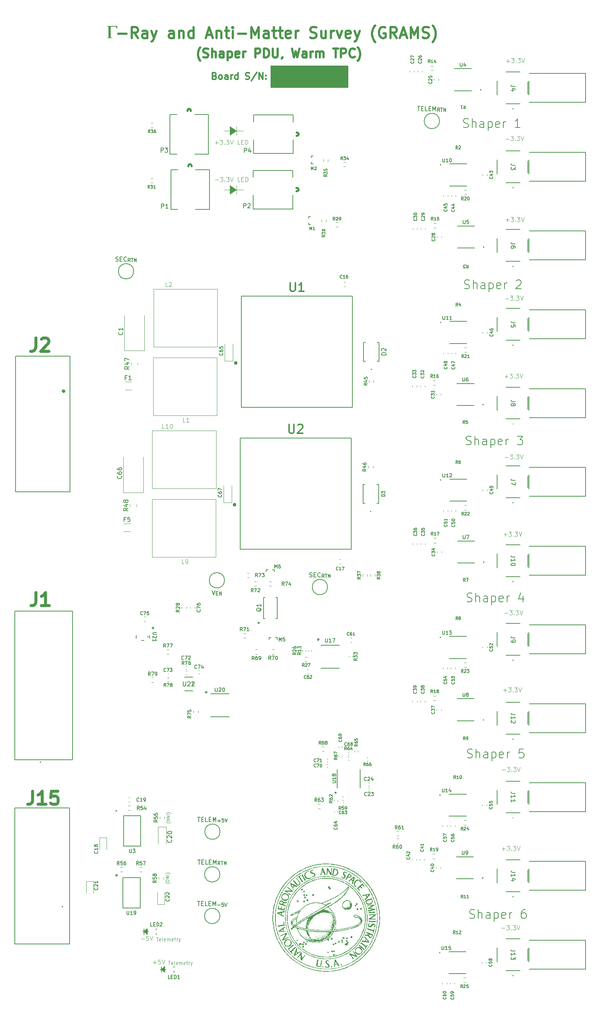
<source format=gbr>
%TF.GenerationSoftware,KiCad,Pcbnew,8.0.6*%
%TF.CreationDate,2025-05-14T12:37:59-04:00*%
%TF.ProjectId,TPC_Warm_Shaper,5450435f-5761-4726-9d5f-536861706572,rev?*%
%TF.SameCoordinates,Original*%
%TF.FileFunction,Legend,Top*%
%TF.FilePolarity,Positive*%
%FSLAX46Y46*%
G04 Gerber Fmt 4.6, Leading zero omitted, Abs format (unit mm)*
G04 Created by KiCad (PCBNEW 8.0.6) date 2025-05-14 12:37:59*
%MOMM*%
%LPD*%
G01*
G04 APERTURE LIST*
%ADD10C,0.100000*%
%ADD11C,0.150000*%
%ADD12C,0.500000*%
%ADD13C,0.600000*%
%ADD14C,0.300000*%
%ADD15C,0.650000*%
%ADD16C,0.152400*%
%ADD17C,0.120000*%
%ADD18C,0.127000*%
%ADD19C,0.200000*%
%ADD20C,0.508000*%
%ADD21C,0.400000*%
%ADD22C,0.000000*%
G04 APERTURE END LIST*
D10*
X162448000Y-59388000D02*
X163972000Y-59388000D01*
X162427800Y-73806000D02*
X162427800Y-71774000D01*
X162427800Y-72790000D02*
X163951800Y-72790000D01*
X159654000Y-59388000D02*
X160924000Y-59388000D01*
X162427800Y-72790000D02*
X160903800Y-73806000D01*
X160903800Y-71774000D01*
X162427800Y-72790000D01*
G36*
X162427800Y-72790000D02*
G01*
X160903800Y-73806000D01*
X160903800Y-71774000D01*
X162427800Y-72790000D01*
G37*
X162448000Y-60404000D02*
X162448000Y-58372000D01*
X159633800Y-72790000D02*
X160903800Y-72790000D01*
X162448000Y-59388000D02*
X160924000Y-60404000D01*
X160924000Y-58372000D01*
X162448000Y-59388000D01*
G36*
X162448000Y-59388000D02*
G01*
X160924000Y-60404000D01*
X160924000Y-58372000D01*
X162448000Y-59388000D01*
G37*
X147415800Y-217257544D02*
X147382466Y-217290877D01*
X147382466Y-217290877D02*
X147282466Y-217357544D01*
X147282466Y-217357544D02*
X147215800Y-217390877D01*
X147215800Y-217390877D02*
X147115800Y-217424211D01*
X147115800Y-217424211D02*
X146949133Y-217457544D01*
X146949133Y-217457544D02*
X146815800Y-217457544D01*
X146815800Y-217457544D02*
X146649133Y-217424211D01*
X146649133Y-217424211D02*
X146549133Y-217390877D01*
X146549133Y-217390877D02*
X146482466Y-217357544D01*
X146482466Y-217357544D02*
X146382466Y-217290877D01*
X146382466Y-217290877D02*
X146349133Y-217257544D01*
X147149133Y-216990877D02*
X146449133Y-216990877D01*
X146449133Y-216990877D02*
X146449133Y-216824210D01*
X146449133Y-216824210D02*
X146482466Y-216724210D01*
X146482466Y-216724210D02*
X146549133Y-216657544D01*
X146549133Y-216657544D02*
X146615800Y-216624210D01*
X146615800Y-216624210D02*
X146749133Y-216590877D01*
X146749133Y-216590877D02*
X146849133Y-216590877D01*
X146849133Y-216590877D02*
X146982466Y-216624210D01*
X146982466Y-216624210D02*
X147049133Y-216657544D01*
X147049133Y-216657544D02*
X147115800Y-216724210D01*
X147115800Y-216724210D02*
X147149133Y-216824210D01*
X147149133Y-216824210D02*
X147149133Y-216990877D01*
X147149133Y-216290877D02*
X146449133Y-216290877D01*
X146449133Y-216290877D02*
X147149133Y-215890877D01*
X147149133Y-215890877D02*
X146449133Y-215890877D01*
X147149133Y-215557544D02*
X146449133Y-215557544D01*
X147415800Y-215290878D02*
X147382466Y-215257544D01*
X147382466Y-215257544D02*
X147282466Y-215190878D01*
X147282466Y-215190878D02*
X147215800Y-215157544D01*
X147215800Y-215157544D02*
X147115800Y-215124211D01*
X147115800Y-215124211D02*
X146949133Y-215090878D01*
X146949133Y-215090878D02*
X146815800Y-215090878D01*
X146815800Y-215090878D02*
X146649133Y-215124211D01*
X146649133Y-215124211D02*
X146549133Y-215157544D01*
X146549133Y-215157544D02*
X146482466Y-215190878D01*
X146482466Y-215190878D02*
X146382466Y-215257544D01*
X146382466Y-215257544D02*
X146349133Y-215290878D01*
X224033884Y-79711466D02*
X224795789Y-79711466D01*
X224414836Y-80092419D02*
X224414836Y-79330514D01*
X225176741Y-79092419D02*
X225795788Y-79092419D01*
X225795788Y-79092419D02*
X225462455Y-79473371D01*
X225462455Y-79473371D02*
X225605312Y-79473371D01*
X225605312Y-79473371D02*
X225700550Y-79520990D01*
X225700550Y-79520990D02*
X225748169Y-79568609D01*
X225748169Y-79568609D02*
X225795788Y-79663847D01*
X225795788Y-79663847D02*
X225795788Y-79901942D01*
X225795788Y-79901942D02*
X225748169Y-79997180D01*
X225748169Y-79997180D02*
X225700550Y-80044800D01*
X225700550Y-80044800D02*
X225605312Y-80092419D01*
X225605312Y-80092419D02*
X225319598Y-80092419D01*
X225319598Y-80092419D02*
X225224360Y-80044800D01*
X225224360Y-80044800D02*
X225176741Y-79997180D01*
X226224360Y-79997180D02*
X226271979Y-80044800D01*
X226271979Y-80044800D02*
X226224360Y-80092419D01*
X226224360Y-80092419D02*
X226176741Y-80044800D01*
X226176741Y-80044800D02*
X226224360Y-79997180D01*
X226224360Y-79997180D02*
X226224360Y-80092419D01*
X226605312Y-79092419D02*
X227224359Y-79092419D01*
X227224359Y-79092419D02*
X226891026Y-79473371D01*
X226891026Y-79473371D02*
X227033883Y-79473371D01*
X227033883Y-79473371D02*
X227129121Y-79520990D01*
X227129121Y-79520990D02*
X227176740Y-79568609D01*
X227176740Y-79568609D02*
X227224359Y-79663847D01*
X227224359Y-79663847D02*
X227224359Y-79901942D01*
X227224359Y-79901942D02*
X227176740Y-79997180D01*
X227176740Y-79997180D02*
X227129121Y-80044800D01*
X227129121Y-80044800D02*
X227033883Y-80092419D01*
X227033883Y-80092419D02*
X226748169Y-80092419D01*
X226748169Y-80092419D02*
X226652931Y-80044800D01*
X226652931Y-80044800D02*
X226605312Y-79997180D01*
X227510074Y-79092419D02*
X227843407Y-80092419D01*
X227843407Y-80092419D02*
X228176740Y-79092419D01*
D11*
X215749636Y-239172200D02*
X216035350Y-239267438D01*
X216035350Y-239267438D02*
X216511541Y-239267438D01*
X216511541Y-239267438D02*
X216702017Y-239172200D01*
X216702017Y-239172200D02*
X216797255Y-239076961D01*
X216797255Y-239076961D02*
X216892493Y-238886485D01*
X216892493Y-238886485D02*
X216892493Y-238696009D01*
X216892493Y-238696009D02*
X216797255Y-238505533D01*
X216797255Y-238505533D02*
X216702017Y-238410295D01*
X216702017Y-238410295D02*
X216511541Y-238315057D01*
X216511541Y-238315057D02*
X216130588Y-238219819D01*
X216130588Y-238219819D02*
X215940112Y-238124580D01*
X215940112Y-238124580D02*
X215844874Y-238029342D01*
X215844874Y-238029342D02*
X215749636Y-237838866D01*
X215749636Y-237838866D02*
X215749636Y-237648390D01*
X215749636Y-237648390D02*
X215844874Y-237457914D01*
X215844874Y-237457914D02*
X215940112Y-237362676D01*
X215940112Y-237362676D02*
X216130588Y-237267438D01*
X216130588Y-237267438D02*
X216606779Y-237267438D01*
X216606779Y-237267438D02*
X216892493Y-237362676D01*
X217749636Y-239267438D02*
X217749636Y-237267438D01*
X218606779Y-239267438D02*
X218606779Y-238219819D01*
X218606779Y-238219819D02*
X218511541Y-238029342D01*
X218511541Y-238029342D02*
X218321065Y-237934104D01*
X218321065Y-237934104D02*
X218035350Y-237934104D01*
X218035350Y-237934104D02*
X217844874Y-238029342D01*
X217844874Y-238029342D02*
X217749636Y-238124580D01*
X220416303Y-239267438D02*
X220416303Y-238219819D01*
X220416303Y-238219819D02*
X220321065Y-238029342D01*
X220321065Y-238029342D02*
X220130589Y-237934104D01*
X220130589Y-237934104D02*
X219749636Y-237934104D01*
X219749636Y-237934104D02*
X219559160Y-238029342D01*
X220416303Y-239172200D02*
X220225827Y-239267438D01*
X220225827Y-239267438D02*
X219749636Y-239267438D01*
X219749636Y-239267438D02*
X219559160Y-239172200D01*
X219559160Y-239172200D02*
X219463922Y-238981723D01*
X219463922Y-238981723D02*
X219463922Y-238791247D01*
X219463922Y-238791247D02*
X219559160Y-238600771D01*
X219559160Y-238600771D02*
X219749636Y-238505533D01*
X219749636Y-238505533D02*
X220225827Y-238505533D01*
X220225827Y-238505533D02*
X220416303Y-238410295D01*
X221368684Y-237934104D02*
X221368684Y-239934104D01*
X221368684Y-238029342D02*
X221559160Y-237934104D01*
X221559160Y-237934104D02*
X221940113Y-237934104D01*
X221940113Y-237934104D02*
X222130589Y-238029342D01*
X222130589Y-238029342D02*
X222225827Y-238124580D01*
X222225827Y-238124580D02*
X222321065Y-238315057D01*
X222321065Y-238315057D02*
X222321065Y-238886485D01*
X222321065Y-238886485D02*
X222225827Y-239076961D01*
X222225827Y-239076961D02*
X222130589Y-239172200D01*
X222130589Y-239172200D02*
X221940113Y-239267438D01*
X221940113Y-239267438D02*
X221559160Y-239267438D01*
X221559160Y-239267438D02*
X221368684Y-239172200D01*
X223940113Y-239172200D02*
X223749637Y-239267438D01*
X223749637Y-239267438D02*
X223368684Y-239267438D01*
X223368684Y-239267438D02*
X223178208Y-239172200D01*
X223178208Y-239172200D02*
X223082970Y-238981723D01*
X223082970Y-238981723D02*
X223082970Y-238219819D01*
X223082970Y-238219819D02*
X223178208Y-238029342D01*
X223178208Y-238029342D02*
X223368684Y-237934104D01*
X223368684Y-237934104D02*
X223749637Y-237934104D01*
X223749637Y-237934104D02*
X223940113Y-238029342D01*
X223940113Y-238029342D02*
X224035351Y-238219819D01*
X224035351Y-238219819D02*
X224035351Y-238410295D01*
X224035351Y-238410295D02*
X223082970Y-238600771D01*
X224892494Y-239267438D02*
X224892494Y-237934104D01*
X224892494Y-238315057D02*
X224987732Y-238124580D01*
X224987732Y-238124580D02*
X225082970Y-238029342D01*
X225082970Y-238029342D02*
X225273446Y-237934104D01*
X225273446Y-237934104D02*
X225463923Y-237934104D01*
X228511542Y-237267438D02*
X228130589Y-237267438D01*
X228130589Y-237267438D02*
X227940113Y-237362676D01*
X227940113Y-237362676D02*
X227844875Y-237457914D01*
X227844875Y-237457914D02*
X227654399Y-237743628D01*
X227654399Y-237743628D02*
X227559161Y-238124580D01*
X227559161Y-238124580D02*
X227559161Y-238886485D01*
X227559161Y-238886485D02*
X227654399Y-239076961D01*
X227654399Y-239076961D02*
X227749637Y-239172200D01*
X227749637Y-239172200D02*
X227940113Y-239267438D01*
X227940113Y-239267438D02*
X228321066Y-239267438D01*
X228321066Y-239267438D02*
X228511542Y-239172200D01*
X228511542Y-239172200D02*
X228606780Y-239076961D01*
X228606780Y-239076961D02*
X228702018Y-238886485D01*
X228702018Y-238886485D02*
X228702018Y-238410295D01*
X228702018Y-238410295D02*
X228606780Y-238219819D01*
X228606780Y-238219819D02*
X228511542Y-238124580D01*
X228511542Y-238124580D02*
X228321066Y-238029342D01*
X228321066Y-238029342D02*
X227940113Y-238029342D01*
X227940113Y-238029342D02*
X227749637Y-238124580D01*
X227749637Y-238124580D02*
X227654399Y-238219819D01*
X227654399Y-238219819D02*
X227559161Y-238410295D01*
D12*
X135364185Y-37195666D02*
X137268947Y-37195666D01*
X139887994Y-38148047D02*
X139054661Y-36957571D01*
X138459423Y-38148047D02*
X138459423Y-35648047D01*
X138459423Y-35648047D02*
X139411804Y-35648047D01*
X139411804Y-35648047D02*
X139649899Y-35767095D01*
X139649899Y-35767095D02*
X139768946Y-35886142D01*
X139768946Y-35886142D02*
X139887994Y-36124238D01*
X139887994Y-36124238D02*
X139887994Y-36481380D01*
X139887994Y-36481380D02*
X139768946Y-36719476D01*
X139768946Y-36719476D02*
X139649899Y-36838523D01*
X139649899Y-36838523D02*
X139411804Y-36957571D01*
X139411804Y-36957571D02*
X138459423Y-36957571D01*
X142030851Y-38148047D02*
X142030851Y-36838523D01*
X142030851Y-36838523D02*
X141911804Y-36600428D01*
X141911804Y-36600428D02*
X141673708Y-36481380D01*
X141673708Y-36481380D02*
X141197518Y-36481380D01*
X141197518Y-36481380D02*
X140959423Y-36600428D01*
X142030851Y-38029000D02*
X141792756Y-38148047D01*
X141792756Y-38148047D02*
X141197518Y-38148047D01*
X141197518Y-38148047D02*
X140959423Y-38029000D01*
X140959423Y-38029000D02*
X140840375Y-37790904D01*
X140840375Y-37790904D02*
X140840375Y-37552809D01*
X140840375Y-37552809D02*
X140959423Y-37314714D01*
X140959423Y-37314714D02*
X141197518Y-37195666D01*
X141197518Y-37195666D02*
X141792756Y-37195666D01*
X141792756Y-37195666D02*
X142030851Y-37076619D01*
X142983232Y-36481380D02*
X143578470Y-38148047D01*
X144173709Y-36481380D02*
X143578470Y-38148047D01*
X143578470Y-38148047D02*
X143340375Y-38743285D01*
X143340375Y-38743285D02*
X143221328Y-38862333D01*
X143221328Y-38862333D02*
X142983232Y-38981380D01*
X148102280Y-38148047D02*
X148102280Y-36838523D01*
X148102280Y-36838523D02*
X147983233Y-36600428D01*
X147983233Y-36600428D02*
X147745137Y-36481380D01*
X147745137Y-36481380D02*
X147268947Y-36481380D01*
X147268947Y-36481380D02*
X147030852Y-36600428D01*
X148102280Y-38029000D02*
X147864185Y-38148047D01*
X147864185Y-38148047D02*
X147268947Y-38148047D01*
X147268947Y-38148047D02*
X147030852Y-38029000D01*
X147030852Y-38029000D02*
X146911804Y-37790904D01*
X146911804Y-37790904D02*
X146911804Y-37552809D01*
X146911804Y-37552809D02*
X147030852Y-37314714D01*
X147030852Y-37314714D02*
X147268947Y-37195666D01*
X147268947Y-37195666D02*
X147864185Y-37195666D01*
X147864185Y-37195666D02*
X148102280Y-37076619D01*
X149292757Y-36481380D02*
X149292757Y-38148047D01*
X149292757Y-36719476D02*
X149411804Y-36600428D01*
X149411804Y-36600428D02*
X149649899Y-36481380D01*
X149649899Y-36481380D02*
X150007042Y-36481380D01*
X150007042Y-36481380D02*
X150245138Y-36600428D01*
X150245138Y-36600428D02*
X150364185Y-36838523D01*
X150364185Y-36838523D02*
X150364185Y-38148047D01*
X152626090Y-38148047D02*
X152626090Y-35648047D01*
X152626090Y-38029000D02*
X152387995Y-38148047D01*
X152387995Y-38148047D02*
X151911804Y-38148047D01*
X151911804Y-38148047D02*
X151673709Y-38029000D01*
X151673709Y-38029000D02*
X151554662Y-37909952D01*
X151554662Y-37909952D02*
X151435614Y-37671857D01*
X151435614Y-37671857D02*
X151435614Y-36957571D01*
X151435614Y-36957571D02*
X151554662Y-36719476D01*
X151554662Y-36719476D02*
X151673709Y-36600428D01*
X151673709Y-36600428D02*
X151911804Y-36481380D01*
X151911804Y-36481380D02*
X152387995Y-36481380D01*
X152387995Y-36481380D02*
X152626090Y-36600428D01*
X155602281Y-37433761D02*
X156792757Y-37433761D01*
X155364186Y-38148047D02*
X156197519Y-35648047D01*
X156197519Y-35648047D02*
X157030852Y-38148047D01*
X157864186Y-36481380D02*
X157864186Y-38148047D01*
X157864186Y-36719476D02*
X157983233Y-36600428D01*
X157983233Y-36600428D02*
X158221328Y-36481380D01*
X158221328Y-36481380D02*
X158578471Y-36481380D01*
X158578471Y-36481380D02*
X158816567Y-36600428D01*
X158816567Y-36600428D02*
X158935614Y-36838523D01*
X158935614Y-36838523D02*
X158935614Y-38148047D01*
X159768948Y-36481380D02*
X160721329Y-36481380D01*
X160126091Y-35648047D02*
X160126091Y-37790904D01*
X160126091Y-37790904D02*
X160245138Y-38029000D01*
X160245138Y-38029000D02*
X160483233Y-38148047D01*
X160483233Y-38148047D02*
X160721329Y-38148047D01*
X161554662Y-38148047D02*
X161554662Y-36481380D01*
X161554662Y-35648047D02*
X161435614Y-35767095D01*
X161435614Y-35767095D02*
X161554662Y-35886142D01*
X161554662Y-35886142D02*
X161673709Y-35767095D01*
X161673709Y-35767095D02*
X161554662Y-35648047D01*
X161554662Y-35648047D02*
X161554662Y-35886142D01*
X162745138Y-37195666D02*
X164649900Y-37195666D01*
X165840376Y-38148047D02*
X165840376Y-35648047D01*
X165840376Y-35648047D02*
X166673709Y-37433761D01*
X166673709Y-37433761D02*
X167507042Y-35648047D01*
X167507042Y-35648047D02*
X167507042Y-38148047D01*
X169768947Y-38148047D02*
X169768947Y-36838523D01*
X169768947Y-36838523D02*
X169649900Y-36600428D01*
X169649900Y-36600428D02*
X169411804Y-36481380D01*
X169411804Y-36481380D02*
X168935614Y-36481380D01*
X168935614Y-36481380D02*
X168697519Y-36600428D01*
X169768947Y-38029000D02*
X169530852Y-38148047D01*
X169530852Y-38148047D02*
X168935614Y-38148047D01*
X168935614Y-38148047D02*
X168697519Y-38029000D01*
X168697519Y-38029000D02*
X168578471Y-37790904D01*
X168578471Y-37790904D02*
X168578471Y-37552809D01*
X168578471Y-37552809D02*
X168697519Y-37314714D01*
X168697519Y-37314714D02*
X168935614Y-37195666D01*
X168935614Y-37195666D02*
X169530852Y-37195666D01*
X169530852Y-37195666D02*
X169768947Y-37076619D01*
X170602281Y-36481380D02*
X171554662Y-36481380D01*
X170959424Y-35648047D02*
X170959424Y-37790904D01*
X170959424Y-37790904D02*
X171078471Y-38029000D01*
X171078471Y-38029000D02*
X171316566Y-38148047D01*
X171316566Y-38148047D02*
X171554662Y-38148047D01*
X172030852Y-36481380D02*
X172983233Y-36481380D01*
X172387995Y-35648047D02*
X172387995Y-37790904D01*
X172387995Y-37790904D02*
X172507042Y-38029000D01*
X172507042Y-38029000D02*
X172745137Y-38148047D01*
X172745137Y-38148047D02*
X172983233Y-38148047D01*
X174768947Y-38029000D02*
X174530851Y-38148047D01*
X174530851Y-38148047D02*
X174054661Y-38148047D01*
X174054661Y-38148047D02*
X173816566Y-38029000D01*
X173816566Y-38029000D02*
X173697518Y-37790904D01*
X173697518Y-37790904D02*
X173697518Y-36838523D01*
X173697518Y-36838523D02*
X173816566Y-36600428D01*
X173816566Y-36600428D02*
X174054661Y-36481380D01*
X174054661Y-36481380D02*
X174530851Y-36481380D01*
X174530851Y-36481380D02*
X174768947Y-36600428D01*
X174768947Y-36600428D02*
X174887994Y-36838523D01*
X174887994Y-36838523D02*
X174887994Y-37076619D01*
X174887994Y-37076619D02*
X173697518Y-37314714D01*
X175959423Y-38148047D02*
X175959423Y-36481380D01*
X175959423Y-36957571D02*
X176078470Y-36719476D01*
X176078470Y-36719476D02*
X176197518Y-36600428D01*
X176197518Y-36600428D02*
X176435613Y-36481380D01*
X176435613Y-36481380D02*
X176673708Y-36481380D01*
X179292756Y-38029000D02*
X179649899Y-38148047D01*
X179649899Y-38148047D02*
X180245137Y-38148047D01*
X180245137Y-38148047D02*
X180483232Y-38029000D01*
X180483232Y-38029000D02*
X180602280Y-37909952D01*
X180602280Y-37909952D02*
X180721327Y-37671857D01*
X180721327Y-37671857D02*
X180721327Y-37433761D01*
X180721327Y-37433761D02*
X180602280Y-37195666D01*
X180602280Y-37195666D02*
X180483232Y-37076619D01*
X180483232Y-37076619D02*
X180245137Y-36957571D01*
X180245137Y-36957571D02*
X179768946Y-36838523D01*
X179768946Y-36838523D02*
X179530851Y-36719476D01*
X179530851Y-36719476D02*
X179411804Y-36600428D01*
X179411804Y-36600428D02*
X179292756Y-36362333D01*
X179292756Y-36362333D02*
X179292756Y-36124238D01*
X179292756Y-36124238D02*
X179411804Y-35886142D01*
X179411804Y-35886142D02*
X179530851Y-35767095D01*
X179530851Y-35767095D02*
X179768946Y-35648047D01*
X179768946Y-35648047D02*
X180364185Y-35648047D01*
X180364185Y-35648047D02*
X180721327Y-35767095D01*
X182864184Y-36481380D02*
X182864184Y-38148047D01*
X181792756Y-36481380D02*
X181792756Y-37790904D01*
X181792756Y-37790904D02*
X181911803Y-38029000D01*
X181911803Y-38029000D02*
X182149898Y-38148047D01*
X182149898Y-38148047D02*
X182507041Y-38148047D01*
X182507041Y-38148047D02*
X182745137Y-38029000D01*
X182745137Y-38029000D02*
X182864184Y-37909952D01*
X184054661Y-38148047D02*
X184054661Y-36481380D01*
X184054661Y-36957571D02*
X184173708Y-36719476D01*
X184173708Y-36719476D02*
X184292756Y-36600428D01*
X184292756Y-36600428D02*
X184530851Y-36481380D01*
X184530851Y-36481380D02*
X184768946Y-36481380D01*
X185364184Y-36481380D02*
X185959422Y-38148047D01*
X185959422Y-38148047D02*
X186554661Y-36481380D01*
X188459423Y-38029000D02*
X188221327Y-38148047D01*
X188221327Y-38148047D02*
X187745137Y-38148047D01*
X187745137Y-38148047D02*
X187507042Y-38029000D01*
X187507042Y-38029000D02*
X187387994Y-37790904D01*
X187387994Y-37790904D02*
X187387994Y-36838523D01*
X187387994Y-36838523D02*
X187507042Y-36600428D01*
X187507042Y-36600428D02*
X187745137Y-36481380D01*
X187745137Y-36481380D02*
X188221327Y-36481380D01*
X188221327Y-36481380D02*
X188459423Y-36600428D01*
X188459423Y-36600428D02*
X188578470Y-36838523D01*
X188578470Y-36838523D02*
X188578470Y-37076619D01*
X188578470Y-37076619D02*
X187387994Y-37314714D01*
X189411803Y-36481380D02*
X190007041Y-38148047D01*
X190602280Y-36481380D02*
X190007041Y-38148047D01*
X190007041Y-38148047D02*
X189768946Y-38743285D01*
X189768946Y-38743285D02*
X189649899Y-38862333D01*
X189649899Y-38862333D02*
X189411803Y-38981380D01*
X194173708Y-39100428D02*
X194054661Y-38981380D01*
X194054661Y-38981380D02*
X193816565Y-38624238D01*
X193816565Y-38624238D02*
X193697518Y-38386142D01*
X193697518Y-38386142D02*
X193578470Y-38029000D01*
X193578470Y-38029000D02*
X193459423Y-37433761D01*
X193459423Y-37433761D02*
X193459423Y-36957571D01*
X193459423Y-36957571D02*
X193578470Y-36362333D01*
X193578470Y-36362333D02*
X193697518Y-36005190D01*
X193697518Y-36005190D02*
X193816565Y-35767095D01*
X193816565Y-35767095D02*
X194054661Y-35409952D01*
X194054661Y-35409952D02*
X194173708Y-35290904D01*
X196435613Y-35767095D02*
X196197518Y-35648047D01*
X196197518Y-35648047D02*
X195840375Y-35648047D01*
X195840375Y-35648047D02*
X195483232Y-35767095D01*
X195483232Y-35767095D02*
X195245137Y-36005190D01*
X195245137Y-36005190D02*
X195126090Y-36243285D01*
X195126090Y-36243285D02*
X195007042Y-36719476D01*
X195007042Y-36719476D02*
X195007042Y-37076619D01*
X195007042Y-37076619D02*
X195126090Y-37552809D01*
X195126090Y-37552809D02*
X195245137Y-37790904D01*
X195245137Y-37790904D02*
X195483232Y-38029000D01*
X195483232Y-38029000D02*
X195840375Y-38148047D01*
X195840375Y-38148047D02*
X196078471Y-38148047D01*
X196078471Y-38148047D02*
X196435613Y-38029000D01*
X196435613Y-38029000D02*
X196554661Y-37909952D01*
X196554661Y-37909952D02*
X196554661Y-37076619D01*
X196554661Y-37076619D02*
X196078471Y-37076619D01*
X199054661Y-38148047D02*
X198221328Y-36957571D01*
X197626090Y-38148047D02*
X197626090Y-35648047D01*
X197626090Y-35648047D02*
X198578471Y-35648047D01*
X198578471Y-35648047D02*
X198816566Y-35767095D01*
X198816566Y-35767095D02*
X198935613Y-35886142D01*
X198935613Y-35886142D02*
X199054661Y-36124238D01*
X199054661Y-36124238D02*
X199054661Y-36481380D01*
X199054661Y-36481380D02*
X198935613Y-36719476D01*
X198935613Y-36719476D02*
X198816566Y-36838523D01*
X198816566Y-36838523D02*
X198578471Y-36957571D01*
X198578471Y-36957571D02*
X197626090Y-36957571D01*
X200007042Y-37433761D02*
X201197518Y-37433761D01*
X199768947Y-38148047D02*
X200602280Y-35648047D01*
X200602280Y-35648047D02*
X201435613Y-38148047D01*
X202268947Y-38148047D02*
X202268947Y-35648047D01*
X202268947Y-35648047D02*
X203102280Y-37433761D01*
X203102280Y-37433761D02*
X203935613Y-35648047D01*
X203935613Y-35648047D02*
X203935613Y-38148047D01*
X205007042Y-38029000D02*
X205364185Y-38148047D01*
X205364185Y-38148047D02*
X205959423Y-38148047D01*
X205959423Y-38148047D02*
X206197518Y-38029000D01*
X206197518Y-38029000D02*
X206316566Y-37909952D01*
X206316566Y-37909952D02*
X206435613Y-37671857D01*
X206435613Y-37671857D02*
X206435613Y-37433761D01*
X206435613Y-37433761D02*
X206316566Y-37195666D01*
X206316566Y-37195666D02*
X206197518Y-37076619D01*
X206197518Y-37076619D02*
X205959423Y-36957571D01*
X205959423Y-36957571D02*
X205483232Y-36838523D01*
X205483232Y-36838523D02*
X205245137Y-36719476D01*
X205245137Y-36719476D02*
X205126090Y-36600428D01*
X205126090Y-36600428D02*
X205007042Y-36362333D01*
X205007042Y-36362333D02*
X205007042Y-36124238D01*
X205007042Y-36124238D02*
X205126090Y-35886142D01*
X205126090Y-35886142D02*
X205245137Y-35767095D01*
X205245137Y-35767095D02*
X205483232Y-35648047D01*
X205483232Y-35648047D02*
X206078471Y-35648047D01*
X206078471Y-35648047D02*
X206435613Y-35767095D01*
X207268946Y-39100428D02*
X207387994Y-38981380D01*
X207387994Y-38981380D02*
X207626089Y-38624238D01*
X207626089Y-38624238D02*
X207745137Y-38386142D01*
X207745137Y-38386142D02*
X207864184Y-38029000D01*
X207864184Y-38029000D02*
X207983232Y-37433761D01*
X207983232Y-37433761D02*
X207983232Y-36957571D01*
X207983232Y-36957571D02*
X207864184Y-36362333D01*
X207864184Y-36362333D02*
X207745137Y-36005190D01*
X207745137Y-36005190D02*
X207626089Y-35767095D01*
X207626089Y-35767095D02*
X207387994Y-35409952D01*
X207387994Y-35409952D02*
X207268946Y-35290904D01*
D10*
X223453884Y-187141466D02*
X224215789Y-187141466D01*
X223834836Y-187522419D02*
X223834836Y-186760514D01*
X224596741Y-186522419D02*
X225215788Y-186522419D01*
X225215788Y-186522419D02*
X224882455Y-186903371D01*
X224882455Y-186903371D02*
X225025312Y-186903371D01*
X225025312Y-186903371D02*
X225120550Y-186950990D01*
X225120550Y-186950990D02*
X225168169Y-186998609D01*
X225168169Y-186998609D02*
X225215788Y-187093847D01*
X225215788Y-187093847D02*
X225215788Y-187331942D01*
X225215788Y-187331942D02*
X225168169Y-187427180D01*
X225168169Y-187427180D02*
X225120550Y-187474800D01*
X225120550Y-187474800D02*
X225025312Y-187522419D01*
X225025312Y-187522419D02*
X224739598Y-187522419D01*
X224739598Y-187522419D02*
X224644360Y-187474800D01*
X224644360Y-187474800D02*
X224596741Y-187427180D01*
X225644360Y-187427180D02*
X225691979Y-187474800D01*
X225691979Y-187474800D02*
X225644360Y-187522419D01*
X225644360Y-187522419D02*
X225596741Y-187474800D01*
X225596741Y-187474800D02*
X225644360Y-187427180D01*
X225644360Y-187427180D02*
X225644360Y-187522419D01*
X226025312Y-186522419D02*
X226644359Y-186522419D01*
X226644359Y-186522419D02*
X226311026Y-186903371D01*
X226311026Y-186903371D02*
X226453883Y-186903371D01*
X226453883Y-186903371D02*
X226549121Y-186950990D01*
X226549121Y-186950990D02*
X226596740Y-186998609D01*
X226596740Y-186998609D02*
X226644359Y-187093847D01*
X226644359Y-187093847D02*
X226644359Y-187331942D01*
X226644359Y-187331942D02*
X226596740Y-187427180D01*
X226596740Y-187427180D02*
X226549121Y-187474800D01*
X226549121Y-187474800D02*
X226453883Y-187522419D01*
X226453883Y-187522419D02*
X226168169Y-187522419D01*
X226168169Y-187522419D02*
X226072931Y-187474800D01*
X226072931Y-187474800D02*
X226025312Y-187427180D01*
X226930074Y-186522419D02*
X227263407Y-187522419D01*
X227263407Y-187522419D02*
X227596740Y-186522419D01*
D12*
X154156566Y-43331142D02*
X154061327Y-43235904D01*
X154061327Y-43235904D02*
X153870851Y-42950190D01*
X153870851Y-42950190D02*
X153775613Y-42759714D01*
X153775613Y-42759714D02*
X153680375Y-42474000D01*
X153680375Y-42474000D02*
X153585137Y-41997809D01*
X153585137Y-41997809D02*
X153585137Y-41616857D01*
X153585137Y-41616857D02*
X153680375Y-41140666D01*
X153680375Y-41140666D02*
X153775613Y-40854952D01*
X153775613Y-40854952D02*
X153870851Y-40664476D01*
X153870851Y-40664476D02*
X154061327Y-40378761D01*
X154061327Y-40378761D02*
X154156566Y-40283523D01*
X154823232Y-42474000D02*
X155108946Y-42569238D01*
X155108946Y-42569238D02*
X155585137Y-42569238D01*
X155585137Y-42569238D02*
X155775613Y-42474000D01*
X155775613Y-42474000D02*
X155870851Y-42378761D01*
X155870851Y-42378761D02*
X155966089Y-42188285D01*
X155966089Y-42188285D02*
X155966089Y-41997809D01*
X155966089Y-41997809D02*
X155870851Y-41807333D01*
X155870851Y-41807333D02*
X155775613Y-41712095D01*
X155775613Y-41712095D02*
X155585137Y-41616857D01*
X155585137Y-41616857D02*
X155204184Y-41521619D01*
X155204184Y-41521619D02*
X155013708Y-41426380D01*
X155013708Y-41426380D02*
X154918470Y-41331142D01*
X154918470Y-41331142D02*
X154823232Y-41140666D01*
X154823232Y-41140666D02*
X154823232Y-40950190D01*
X154823232Y-40950190D02*
X154918470Y-40759714D01*
X154918470Y-40759714D02*
X155013708Y-40664476D01*
X155013708Y-40664476D02*
X155204184Y-40569238D01*
X155204184Y-40569238D02*
X155680375Y-40569238D01*
X155680375Y-40569238D02*
X155966089Y-40664476D01*
X156823232Y-42569238D02*
X156823232Y-40569238D01*
X157680375Y-42569238D02*
X157680375Y-41521619D01*
X157680375Y-41521619D02*
X157585137Y-41331142D01*
X157585137Y-41331142D02*
X157394661Y-41235904D01*
X157394661Y-41235904D02*
X157108946Y-41235904D01*
X157108946Y-41235904D02*
X156918470Y-41331142D01*
X156918470Y-41331142D02*
X156823232Y-41426380D01*
X159489899Y-42569238D02*
X159489899Y-41521619D01*
X159489899Y-41521619D02*
X159394661Y-41331142D01*
X159394661Y-41331142D02*
X159204185Y-41235904D01*
X159204185Y-41235904D02*
X158823232Y-41235904D01*
X158823232Y-41235904D02*
X158632756Y-41331142D01*
X159489899Y-42474000D02*
X159299423Y-42569238D01*
X159299423Y-42569238D02*
X158823232Y-42569238D01*
X158823232Y-42569238D02*
X158632756Y-42474000D01*
X158632756Y-42474000D02*
X158537518Y-42283523D01*
X158537518Y-42283523D02*
X158537518Y-42093047D01*
X158537518Y-42093047D02*
X158632756Y-41902571D01*
X158632756Y-41902571D02*
X158823232Y-41807333D01*
X158823232Y-41807333D02*
X159299423Y-41807333D01*
X159299423Y-41807333D02*
X159489899Y-41712095D01*
X160442280Y-41235904D02*
X160442280Y-43235904D01*
X160442280Y-41331142D02*
X160632756Y-41235904D01*
X160632756Y-41235904D02*
X161013709Y-41235904D01*
X161013709Y-41235904D02*
X161204185Y-41331142D01*
X161204185Y-41331142D02*
X161299423Y-41426380D01*
X161299423Y-41426380D02*
X161394661Y-41616857D01*
X161394661Y-41616857D02*
X161394661Y-42188285D01*
X161394661Y-42188285D02*
X161299423Y-42378761D01*
X161299423Y-42378761D02*
X161204185Y-42474000D01*
X161204185Y-42474000D02*
X161013709Y-42569238D01*
X161013709Y-42569238D02*
X160632756Y-42569238D01*
X160632756Y-42569238D02*
X160442280Y-42474000D01*
X163013709Y-42474000D02*
X162823233Y-42569238D01*
X162823233Y-42569238D02*
X162442280Y-42569238D01*
X162442280Y-42569238D02*
X162251804Y-42474000D01*
X162251804Y-42474000D02*
X162156566Y-42283523D01*
X162156566Y-42283523D02*
X162156566Y-41521619D01*
X162156566Y-41521619D02*
X162251804Y-41331142D01*
X162251804Y-41331142D02*
X162442280Y-41235904D01*
X162442280Y-41235904D02*
X162823233Y-41235904D01*
X162823233Y-41235904D02*
X163013709Y-41331142D01*
X163013709Y-41331142D02*
X163108947Y-41521619D01*
X163108947Y-41521619D02*
X163108947Y-41712095D01*
X163108947Y-41712095D02*
X162156566Y-41902571D01*
X163966090Y-42569238D02*
X163966090Y-41235904D01*
X163966090Y-41616857D02*
X164061328Y-41426380D01*
X164061328Y-41426380D02*
X164156566Y-41331142D01*
X164156566Y-41331142D02*
X164347042Y-41235904D01*
X164347042Y-41235904D02*
X164537519Y-41235904D01*
X166727995Y-42569238D02*
X166727995Y-40569238D01*
X166727995Y-40569238D02*
X167489900Y-40569238D01*
X167489900Y-40569238D02*
X167680376Y-40664476D01*
X167680376Y-40664476D02*
X167775614Y-40759714D01*
X167775614Y-40759714D02*
X167870852Y-40950190D01*
X167870852Y-40950190D02*
X167870852Y-41235904D01*
X167870852Y-41235904D02*
X167775614Y-41426380D01*
X167775614Y-41426380D02*
X167680376Y-41521619D01*
X167680376Y-41521619D02*
X167489900Y-41616857D01*
X167489900Y-41616857D02*
X166727995Y-41616857D01*
X168727995Y-42569238D02*
X168727995Y-40569238D01*
X168727995Y-40569238D02*
X169204185Y-40569238D01*
X169204185Y-40569238D02*
X169489900Y-40664476D01*
X169489900Y-40664476D02*
X169680376Y-40854952D01*
X169680376Y-40854952D02*
X169775614Y-41045428D01*
X169775614Y-41045428D02*
X169870852Y-41426380D01*
X169870852Y-41426380D02*
X169870852Y-41712095D01*
X169870852Y-41712095D02*
X169775614Y-42093047D01*
X169775614Y-42093047D02*
X169680376Y-42283523D01*
X169680376Y-42283523D02*
X169489900Y-42474000D01*
X169489900Y-42474000D02*
X169204185Y-42569238D01*
X169204185Y-42569238D02*
X168727995Y-42569238D01*
X170727995Y-40569238D02*
X170727995Y-42188285D01*
X170727995Y-42188285D02*
X170823233Y-42378761D01*
X170823233Y-42378761D02*
X170918471Y-42474000D01*
X170918471Y-42474000D02*
X171108947Y-42569238D01*
X171108947Y-42569238D02*
X171489900Y-42569238D01*
X171489900Y-42569238D02*
X171680376Y-42474000D01*
X171680376Y-42474000D02*
X171775614Y-42378761D01*
X171775614Y-42378761D02*
X171870852Y-42188285D01*
X171870852Y-42188285D02*
X171870852Y-40569238D01*
X172918471Y-42474000D02*
X172918471Y-42569238D01*
X172918471Y-42569238D02*
X172823233Y-42759714D01*
X172823233Y-42759714D02*
X172727995Y-42854952D01*
X175108948Y-40569238D02*
X175585138Y-42569238D01*
X175585138Y-42569238D02*
X175966091Y-41140666D01*
X175966091Y-41140666D02*
X176347043Y-42569238D01*
X176347043Y-42569238D02*
X176823234Y-40569238D01*
X178442281Y-42569238D02*
X178442281Y-41521619D01*
X178442281Y-41521619D02*
X178347043Y-41331142D01*
X178347043Y-41331142D02*
X178156567Y-41235904D01*
X178156567Y-41235904D02*
X177775614Y-41235904D01*
X177775614Y-41235904D02*
X177585138Y-41331142D01*
X178442281Y-42474000D02*
X178251805Y-42569238D01*
X178251805Y-42569238D02*
X177775614Y-42569238D01*
X177775614Y-42569238D02*
X177585138Y-42474000D01*
X177585138Y-42474000D02*
X177489900Y-42283523D01*
X177489900Y-42283523D02*
X177489900Y-42093047D01*
X177489900Y-42093047D02*
X177585138Y-41902571D01*
X177585138Y-41902571D02*
X177775614Y-41807333D01*
X177775614Y-41807333D02*
X178251805Y-41807333D01*
X178251805Y-41807333D02*
X178442281Y-41712095D01*
X179394662Y-42569238D02*
X179394662Y-41235904D01*
X179394662Y-41616857D02*
X179489900Y-41426380D01*
X179489900Y-41426380D02*
X179585138Y-41331142D01*
X179585138Y-41331142D02*
X179775614Y-41235904D01*
X179775614Y-41235904D02*
X179966091Y-41235904D01*
X180632757Y-42569238D02*
X180632757Y-41235904D01*
X180632757Y-41426380D02*
X180727995Y-41331142D01*
X180727995Y-41331142D02*
X180918471Y-41235904D01*
X180918471Y-41235904D02*
X181204186Y-41235904D01*
X181204186Y-41235904D02*
X181394662Y-41331142D01*
X181394662Y-41331142D02*
X181489900Y-41521619D01*
X181489900Y-41521619D02*
X181489900Y-42569238D01*
X181489900Y-41521619D02*
X181585138Y-41331142D01*
X181585138Y-41331142D02*
X181775614Y-41235904D01*
X181775614Y-41235904D02*
X182061328Y-41235904D01*
X182061328Y-41235904D02*
X182251805Y-41331142D01*
X182251805Y-41331142D02*
X182347043Y-41521619D01*
X182347043Y-41521619D02*
X182347043Y-42569238D01*
X184537520Y-40569238D02*
X185680377Y-40569238D01*
X185108948Y-42569238D02*
X185108948Y-40569238D01*
X186347044Y-42569238D02*
X186347044Y-40569238D01*
X186347044Y-40569238D02*
X187108949Y-40569238D01*
X187108949Y-40569238D02*
X187299425Y-40664476D01*
X187299425Y-40664476D02*
X187394663Y-40759714D01*
X187394663Y-40759714D02*
X187489901Y-40950190D01*
X187489901Y-40950190D02*
X187489901Y-41235904D01*
X187489901Y-41235904D02*
X187394663Y-41426380D01*
X187394663Y-41426380D02*
X187299425Y-41521619D01*
X187299425Y-41521619D02*
X187108949Y-41616857D01*
X187108949Y-41616857D02*
X186347044Y-41616857D01*
X189489901Y-42378761D02*
X189394663Y-42474000D01*
X189394663Y-42474000D02*
X189108949Y-42569238D01*
X189108949Y-42569238D02*
X188918473Y-42569238D01*
X188918473Y-42569238D02*
X188632758Y-42474000D01*
X188632758Y-42474000D02*
X188442282Y-42283523D01*
X188442282Y-42283523D02*
X188347044Y-42093047D01*
X188347044Y-42093047D02*
X188251806Y-41712095D01*
X188251806Y-41712095D02*
X188251806Y-41426380D01*
X188251806Y-41426380D02*
X188347044Y-41045428D01*
X188347044Y-41045428D02*
X188442282Y-40854952D01*
X188442282Y-40854952D02*
X188632758Y-40664476D01*
X188632758Y-40664476D02*
X188918473Y-40569238D01*
X188918473Y-40569238D02*
X189108949Y-40569238D01*
X189108949Y-40569238D02*
X189394663Y-40664476D01*
X189394663Y-40664476D02*
X189489901Y-40759714D01*
X190156568Y-43331142D02*
X190251806Y-43235904D01*
X190251806Y-43235904D02*
X190442282Y-42950190D01*
X190442282Y-42950190D02*
X190537520Y-42759714D01*
X190537520Y-42759714D02*
X190632758Y-42474000D01*
X190632758Y-42474000D02*
X190727996Y-41997809D01*
X190727996Y-41997809D02*
X190727996Y-41616857D01*
X190727996Y-41616857D02*
X190632758Y-41140666D01*
X190632758Y-41140666D02*
X190537520Y-40854952D01*
X190537520Y-40854952D02*
X190442282Y-40664476D01*
X190442282Y-40664476D02*
X190251806Y-40378761D01*
X190251806Y-40378761D02*
X190156568Y-40283523D01*
D10*
X157491084Y-62047466D02*
X158252989Y-62047466D01*
X157872036Y-62428419D02*
X157872036Y-61666514D01*
X158633941Y-61428419D02*
X159252988Y-61428419D01*
X159252988Y-61428419D02*
X158919655Y-61809371D01*
X158919655Y-61809371D02*
X159062512Y-61809371D01*
X159062512Y-61809371D02*
X159157750Y-61856990D01*
X159157750Y-61856990D02*
X159205369Y-61904609D01*
X159205369Y-61904609D02*
X159252988Y-61999847D01*
X159252988Y-61999847D02*
X159252988Y-62237942D01*
X159252988Y-62237942D02*
X159205369Y-62333180D01*
X159205369Y-62333180D02*
X159157750Y-62380800D01*
X159157750Y-62380800D02*
X159062512Y-62428419D01*
X159062512Y-62428419D02*
X158776798Y-62428419D01*
X158776798Y-62428419D02*
X158681560Y-62380800D01*
X158681560Y-62380800D02*
X158633941Y-62333180D01*
X159681560Y-62333180D02*
X159729179Y-62380800D01*
X159729179Y-62380800D02*
X159681560Y-62428419D01*
X159681560Y-62428419D02*
X159633941Y-62380800D01*
X159633941Y-62380800D02*
X159681560Y-62333180D01*
X159681560Y-62333180D02*
X159681560Y-62428419D01*
X160062512Y-61428419D02*
X160681559Y-61428419D01*
X160681559Y-61428419D02*
X160348226Y-61809371D01*
X160348226Y-61809371D02*
X160491083Y-61809371D01*
X160491083Y-61809371D02*
X160586321Y-61856990D01*
X160586321Y-61856990D02*
X160633940Y-61904609D01*
X160633940Y-61904609D02*
X160681559Y-61999847D01*
X160681559Y-61999847D02*
X160681559Y-62237942D01*
X160681559Y-62237942D02*
X160633940Y-62333180D01*
X160633940Y-62333180D02*
X160586321Y-62380800D01*
X160586321Y-62380800D02*
X160491083Y-62428419D01*
X160491083Y-62428419D02*
X160205369Y-62428419D01*
X160205369Y-62428419D02*
X160110131Y-62380800D01*
X160110131Y-62380800D02*
X160062512Y-62333180D01*
X160967274Y-61428419D02*
X161300607Y-62428419D01*
X161300607Y-62428419D02*
X161633940Y-61428419D01*
X163205369Y-62428419D02*
X162729179Y-62428419D01*
X162729179Y-62428419D02*
X162729179Y-61428419D01*
X163538703Y-61904609D02*
X163872036Y-61904609D01*
X164014893Y-62428419D02*
X163538703Y-62428419D01*
X163538703Y-62428419D02*
X163538703Y-61428419D01*
X163538703Y-61428419D02*
X164014893Y-61428419D01*
X164443465Y-62428419D02*
X164443465Y-61428419D01*
X164443465Y-61428419D02*
X164681560Y-61428419D01*
X164681560Y-61428419D02*
X164824417Y-61476038D01*
X164824417Y-61476038D02*
X164919655Y-61571276D01*
X164919655Y-61571276D02*
X164967274Y-61666514D01*
X164967274Y-61666514D02*
X165014893Y-61856990D01*
X165014893Y-61856990D02*
X165014893Y-61999847D01*
X165014893Y-61999847D02*
X164967274Y-62190323D01*
X164967274Y-62190323D02*
X164919655Y-62285561D01*
X164919655Y-62285561D02*
X164824417Y-62380800D01*
X164824417Y-62380800D02*
X164681560Y-62428419D01*
X164681560Y-62428419D02*
X164443465Y-62428419D01*
D11*
X214959636Y-130992200D02*
X215245350Y-131087438D01*
X215245350Y-131087438D02*
X215721541Y-131087438D01*
X215721541Y-131087438D02*
X215912017Y-130992200D01*
X215912017Y-130992200D02*
X216007255Y-130896961D01*
X216007255Y-130896961D02*
X216102493Y-130706485D01*
X216102493Y-130706485D02*
X216102493Y-130516009D01*
X216102493Y-130516009D02*
X216007255Y-130325533D01*
X216007255Y-130325533D02*
X215912017Y-130230295D01*
X215912017Y-130230295D02*
X215721541Y-130135057D01*
X215721541Y-130135057D02*
X215340588Y-130039819D01*
X215340588Y-130039819D02*
X215150112Y-129944580D01*
X215150112Y-129944580D02*
X215054874Y-129849342D01*
X215054874Y-129849342D02*
X214959636Y-129658866D01*
X214959636Y-129658866D02*
X214959636Y-129468390D01*
X214959636Y-129468390D02*
X215054874Y-129277914D01*
X215054874Y-129277914D02*
X215150112Y-129182676D01*
X215150112Y-129182676D02*
X215340588Y-129087438D01*
X215340588Y-129087438D02*
X215816779Y-129087438D01*
X215816779Y-129087438D02*
X216102493Y-129182676D01*
X216959636Y-131087438D02*
X216959636Y-129087438D01*
X217816779Y-131087438D02*
X217816779Y-130039819D01*
X217816779Y-130039819D02*
X217721541Y-129849342D01*
X217721541Y-129849342D02*
X217531065Y-129754104D01*
X217531065Y-129754104D02*
X217245350Y-129754104D01*
X217245350Y-129754104D02*
X217054874Y-129849342D01*
X217054874Y-129849342D02*
X216959636Y-129944580D01*
X219626303Y-131087438D02*
X219626303Y-130039819D01*
X219626303Y-130039819D02*
X219531065Y-129849342D01*
X219531065Y-129849342D02*
X219340589Y-129754104D01*
X219340589Y-129754104D02*
X218959636Y-129754104D01*
X218959636Y-129754104D02*
X218769160Y-129849342D01*
X219626303Y-130992200D02*
X219435827Y-131087438D01*
X219435827Y-131087438D02*
X218959636Y-131087438D01*
X218959636Y-131087438D02*
X218769160Y-130992200D01*
X218769160Y-130992200D02*
X218673922Y-130801723D01*
X218673922Y-130801723D02*
X218673922Y-130611247D01*
X218673922Y-130611247D02*
X218769160Y-130420771D01*
X218769160Y-130420771D02*
X218959636Y-130325533D01*
X218959636Y-130325533D02*
X219435827Y-130325533D01*
X219435827Y-130325533D02*
X219626303Y-130230295D01*
X220578684Y-129754104D02*
X220578684Y-131754104D01*
X220578684Y-129849342D02*
X220769160Y-129754104D01*
X220769160Y-129754104D02*
X221150113Y-129754104D01*
X221150113Y-129754104D02*
X221340589Y-129849342D01*
X221340589Y-129849342D02*
X221435827Y-129944580D01*
X221435827Y-129944580D02*
X221531065Y-130135057D01*
X221531065Y-130135057D02*
X221531065Y-130706485D01*
X221531065Y-130706485D02*
X221435827Y-130896961D01*
X221435827Y-130896961D02*
X221340589Y-130992200D01*
X221340589Y-130992200D02*
X221150113Y-131087438D01*
X221150113Y-131087438D02*
X220769160Y-131087438D01*
X220769160Y-131087438D02*
X220578684Y-130992200D01*
X223150113Y-130992200D02*
X222959637Y-131087438D01*
X222959637Y-131087438D02*
X222578684Y-131087438D01*
X222578684Y-131087438D02*
X222388208Y-130992200D01*
X222388208Y-130992200D02*
X222292970Y-130801723D01*
X222292970Y-130801723D02*
X222292970Y-130039819D01*
X222292970Y-130039819D02*
X222388208Y-129849342D01*
X222388208Y-129849342D02*
X222578684Y-129754104D01*
X222578684Y-129754104D02*
X222959637Y-129754104D01*
X222959637Y-129754104D02*
X223150113Y-129849342D01*
X223150113Y-129849342D02*
X223245351Y-130039819D01*
X223245351Y-130039819D02*
X223245351Y-130230295D01*
X223245351Y-130230295D02*
X222292970Y-130420771D01*
X224102494Y-131087438D02*
X224102494Y-129754104D01*
X224102494Y-130135057D02*
X224197732Y-129944580D01*
X224197732Y-129944580D02*
X224292970Y-129849342D01*
X224292970Y-129849342D02*
X224483446Y-129754104D01*
X224483446Y-129754104D02*
X224673923Y-129754104D01*
X226673923Y-129087438D02*
X227912018Y-129087438D01*
X227912018Y-129087438D02*
X227245351Y-129849342D01*
X227245351Y-129849342D02*
X227531066Y-129849342D01*
X227531066Y-129849342D02*
X227721542Y-129944580D01*
X227721542Y-129944580D02*
X227816780Y-130039819D01*
X227816780Y-130039819D02*
X227912018Y-130230295D01*
X227912018Y-130230295D02*
X227912018Y-130706485D01*
X227912018Y-130706485D02*
X227816780Y-130896961D01*
X227816780Y-130896961D02*
X227721542Y-130992200D01*
X227721542Y-130992200D02*
X227531066Y-131087438D01*
X227531066Y-131087438D02*
X226959637Y-131087438D01*
X226959637Y-131087438D02*
X226769161Y-130992200D01*
X226769161Y-130992200D02*
X226673923Y-130896961D01*
D10*
X157521684Y-70537466D02*
X158283589Y-70537466D01*
X158664541Y-69918419D02*
X159283588Y-69918419D01*
X159283588Y-69918419D02*
X158950255Y-70299371D01*
X158950255Y-70299371D02*
X159093112Y-70299371D01*
X159093112Y-70299371D02*
X159188350Y-70346990D01*
X159188350Y-70346990D02*
X159235969Y-70394609D01*
X159235969Y-70394609D02*
X159283588Y-70489847D01*
X159283588Y-70489847D02*
X159283588Y-70727942D01*
X159283588Y-70727942D02*
X159235969Y-70823180D01*
X159235969Y-70823180D02*
X159188350Y-70870800D01*
X159188350Y-70870800D02*
X159093112Y-70918419D01*
X159093112Y-70918419D02*
X158807398Y-70918419D01*
X158807398Y-70918419D02*
X158712160Y-70870800D01*
X158712160Y-70870800D02*
X158664541Y-70823180D01*
X159712160Y-70823180D02*
X159759779Y-70870800D01*
X159759779Y-70870800D02*
X159712160Y-70918419D01*
X159712160Y-70918419D02*
X159664541Y-70870800D01*
X159664541Y-70870800D02*
X159712160Y-70823180D01*
X159712160Y-70823180D02*
X159712160Y-70918419D01*
X160093112Y-69918419D02*
X160712159Y-69918419D01*
X160712159Y-69918419D02*
X160378826Y-70299371D01*
X160378826Y-70299371D02*
X160521683Y-70299371D01*
X160521683Y-70299371D02*
X160616921Y-70346990D01*
X160616921Y-70346990D02*
X160664540Y-70394609D01*
X160664540Y-70394609D02*
X160712159Y-70489847D01*
X160712159Y-70489847D02*
X160712159Y-70727942D01*
X160712159Y-70727942D02*
X160664540Y-70823180D01*
X160664540Y-70823180D02*
X160616921Y-70870800D01*
X160616921Y-70870800D02*
X160521683Y-70918419D01*
X160521683Y-70918419D02*
X160235969Y-70918419D01*
X160235969Y-70918419D02*
X160140731Y-70870800D01*
X160140731Y-70870800D02*
X160093112Y-70823180D01*
X160997874Y-69918419D02*
X161331207Y-70918419D01*
X161331207Y-70918419D02*
X161664540Y-69918419D01*
X163235969Y-70918419D02*
X162759779Y-70918419D01*
X162759779Y-70918419D02*
X162759779Y-69918419D01*
X163569303Y-70394609D02*
X163902636Y-70394609D01*
X164045493Y-70918419D02*
X163569303Y-70918419D01*
X163569303Y-70918419D02*
X163569303Y-69918419D01*
X163569303Y-69918419D02*
X164045493Y-69918419D01*
X164474065Y-70918419D02*
X164474065Y-69918419D01*
X164474065Y-69918419D02*
X164712160Y-69918419D01*
X164712160Y-69918419D02*
X164855017Y-69966038D01*
X164855017Y-69966038D02*
X164950255Y-70061276D01*
X164950255Y-70061276D02*
X164997874Y-70156514D01*
X164997874Y-70156514D02*
X165045493Y-70346990D01*
X165045493Y-70346990D02*
X165045493Y-70489847D01*
X165045493Y-70489847D02*
X164997874Y-70680323D01*
X164997874Y-70680323D02*
X164950255Y-70775561D01*
X164950255Y-70775561D02*
X164855017Y-70870800D01*
X164855017Y-70870800D02*
X164712160Y-70918419D01*
X164712160Y-70918419D02*
X164474065Y-70918419D01*
D11*
X214349636Y-58492200D02*
X214635350Y-58587438D01*
X214635350Y-58587438D02*
X215111541Y-58587438D01*
X215111541Y-58587438D02*
X215302017Y-58492200D01*
X215302017Y-58492200D02*
X215397255Y-58396961D01*
X215397255Y-58396961D02*
X215492493Y-58206485D01*
X215492493Y-58206485D02*
X215492493Y-58016009D01*
X215492493Y-58016009D02*
X215397255Y-57825533D01*
X215397255Y-57825533D02*
X215302017Y-57730295D01*
X215302017Y-57730295D02*
X215111541Y-57635057D01*
X215111541Y-57635057D02*
X214730588Y-57539819D01*
X214730588Y-57539819D02*
X214540112Y-57444580D01*
X214540112Y-57444580D02*
X214444874Y-57349342D01*
X214444874Y-57349342D02*
X214349636Y-57158866D01*
X214349636Y-57158866D02*
X214349636Y-56968390D01*
X214349636Y-56968390D02*
X214444874Y-56777914D01*
X214444874Y-56777914D02*
X214540112Y-56682676D01*
X214540112Y-56682676D02*
X214730588Y-56587438D01*
X214730588Y-56587438D02*
X215206779Y-56587438D01*
X215206779Y-56587438D02*
X215492493Y-56682676D01*
X216349636Y-58587438D02*
X216349636Y-56587438D01*
X217206779Y-58587438D02*
X217206779Y-57539819D01*
X217206779Y-57539819D02*
X217111541Y-57349342D01*
X217111541Y-57349342D02*
X216921065Y-57254104D01*
X216921065Y-57254104D02*
X216635350Y-57254104D01*
X216635350Y-57254104D02*
X216444874Y-57349342D01*
X216444874Y-57349342D02*
X216349636Y-57444580D01*
X219016303Y-58587438D02*
X219016303Y-57539819D01*
X219016303Y-57539819D02*
X218921065Y-57349342D01*
X218921065Y-57349342D02*
X218730589Y-57254104D01*
X218730589Y-57254104D02*
X218349636Y-57254104D01*
X218349636Y-57254104D02*
X218159160Y-57349342D01*
X219016303Y-58492200D02*
X218825827Y-58587438D01*
X218825827Y-58587438D02*
X218349636Y-58587438D01*
X218349636Y-58587438D02*
X218159160Y-58492200D01*
X218159160Y-58492200D02*
X218063922Y-58301723D01*
X218063922Y-58301723D02*
X218063922Y-58111247D01*
X218063922Y-58111247D02*
X218159160Y-57920771D01*
X218159160Y-57920771D02*
X218349636Y-57825533D01*
X218349636Y-57825533D02*
X218825827Y-57825533D01*
X218825827Y-57825533D02*
X219016303Y-57730295D01*
X219968684Y-57254104D02*
X219968684Y-59254104D01*
X219968684Y-57349342D02*
X220159160Y-57254104D01*
X220159160Y-57254104D02*
X220540113Y-57254104D01*
X220540113Y-57254104D02*
X220730589Y-57349342D01*
X220730589Y-57349342D02*
X220825827Y-57444580D01*
X220825827Y-57444580D02*
X220921065Y-57635057D01*
X220921065Y-57635057D02*
X220921065Y-58206485D01*
X220921065Y-58206485D02*
X220825827Y-58396961D01*
X220825827Y-58396961D02*
X220730589Y-58492200D01*
X220730589Y-58492200D02*
X220540113Y-58587438D01*
X220540113Y-58587438D02*
X220159160Y-58587438D01*
X220159160Y-58587438D02*
X219968684Y-58492200D01*
X222540113Y-58492200D02*
X222349637Y-58587438D01*
X222349637Y-58587438D02*
X221968684Y-58587438D01*
X221968684Y-58587438D02*
X221778208Y-58492200D01*
X221778208Y-58492200D02*
X221682970Y-58301723D01*
X221682970Y-58301723D02*
X221682970Y-57539819D01*
X221682970Y-57539819D02*
X221778208Y-57349342D01*
X221778208Y-57349342D02*
X221968684Y-57254104D01*
X221968684Y-57254104D02*
X222349637Y-57254104D01*
X222349637Y-57254104D02*
X222540113Y-57349342D01*
X222540113Y-57349342D02*
X222635351Y-57539819D01*
X222635351Y-57539819D02*
X222635351Y-57730295D01*
X222635351Y-57730295D02*
X221682970Y-57920771D01*
X223492494Y-58587438D02*
X223492494Y-57254104D01*
X223492494Y-57635057D02*
X223587732Y-57444580D01*
X223587732Y-57444580D02*
X223682970Y-57349342D01*
X223682970Y-57349342D02*
X223873446Y-57254104D01*
X223873446Y-57254104D02*
X224063923Y-57254104D01*
X227302018Y-58587438D02*
X226159161Y-58587438D01*
X226730589Y-58587438D02*
X226730589Y-56587438D01*
X226730589Y-56587438D02*
X226540113Y-56873152D01*
X226540113Y-56873152D02*
X226349637Y-57063628D01*
X226349637Y-57063628D02*
X226159161Y-57158866D01*
D10*
X224013884Y-61201466D02*
X224775789Y-61201466D01*
X225156741Y-60582419D02*
X225775788Y-60582419D01*
X225775788Y-60582419D02*
X225442455Y-60963371D01*
X225442455Y-60963371D02*
X225585312Y-60963371D01*
X225585312Y-60963371D02*
X225680550Y-61010990D01*
X225680550Y-61010990D02*
X225728169Y-61058609D01*
X225728169Y-61058609D02*
X225775788Y-61153847D01*
X225775788Y-61153847D02*
X225775788Y-61391942D01*
X225775788Y-61391942D02*
X225728169Y-61487180D01*
X225728169Y-61487180D02*
X225680550Y-61534800D01*
X225680550Y-61534800D02*
X225585312Y-61582419D01*
X225585312Y-61582419D02*
X225299598Y-61582419D01*
X225299598Y-61582419D02*
X225204360Y-61534800D01*
X225204360Y-61534800D02*
X225156741Y-61487180D01*
X226204360Y-61487180D02*
X226251979Y-61534800D01*
X226251979Y-61534800D02*
X226204360Y-61582419D01*
X226204360Y-61582419D02*
X226156741Y-61534800D01*
X226156741Y-61534800D02*
X226204360Y-61487180D01*
X226204360Y-61487180D02*
X226204360Y-61582419D01*
X226585312Y-60582419D02*
X227204359Y-60582419D01*
X227204359Y-60582419D02*
X226871026Y-60963371D01*
X226871026Y-60963371D02*
X227013883Y-60963371D01*
X227013883Y-60963371D02*
X227109121Y-61010990D01*
X227109121Y-61010990D02*
X227156740Y-61058609D01*
X227156740Y-61058609D02*
X227204359Y-61153847D01*
X227204359Y-61153847D02*
X227204359Y-61391942D01*
X227204359Y-61391942D02*
X227156740Y-61487180D01*
X227156740Y-61487180D02*
X227109121Y-61534800D01*
X227109121Y-61534800D02*
X227013883Y-61582419D01*
X227013883Y-61582419D02*
X226728169Y-61582419D01*
X226728169Y-61582419D02*
X226632931Y-61534800D01*
X226632931Y-61534800D02*
X226585312Y-61487180D01*
X227490074Y-60582419D02*
X227823407Y-61582419D01*
X227823407Y-61582419D02*
X228156740Y-60582419D01*
D11*
X215169636Y-166862200D02*
X215455350Y-166957438D01*
X215455350Y-166957438D02*
X215931541Y-166957438D01*
X215931541Y-166957438D02*
X216122017Y-166862200D01*
X216122017Y-166862200D02*
X216217255Y-166766961D01*
X216217255Y-166766961D02*
X216312493Y-166576485D01*
X216312493Y-166576485D02*
X216312493Y-166386009D01*
X216312493Y-166386009D02*
X216217255Y-166195533D01*
X216217255Y-166195533D02*
X216122017Y-166100295D01*
X216122017Y-166100295D02*
X215931541Y-166005057D01*
X215931541Y-166005057D02*
X215550588Y-165909819D01*
X215550588Y-165909819D02*
X215360112Y-165814580D01*
X215360112Y-165814580D02*
X215264874Y-165719342D01*
X215264874Y-165719342D02*
X215169636Y-165528866D01*
X215169636Y-165528866D02*
X215169636Y-165338390D01*
X215169636Y-165338390D02*
X215264874Y-165147914D01*
X215264874Y-165147914D02*
X215360112Y-165052676D01*
X215360112Y-165052676D02*
X215550588Y-164957438D01*
X215550588Y-164957438D02*
X216026779Y-164957438D01*
X216026779Y-164957438D02*
X216312493Y-165052676D01*
X217169636Y-166957438D02*
X217169636Y-164957438D01*
X218026779Y-166957438D02*
X218026779Y-165909819D01*
X218026779Y-165909819D02*
X217931541Y-165719342D01*
X217931541Y-165719342D02*
X217741065Y-165624104D01*
X217741065Y-165624104D02*
X217455350Y-165624104D01*
X217455350Y-165624104D02*
X217264874Y-165719342D01*
X217264874Y-165719342D02*
X217169636Y-165814580D01*
X219836303Y-166957438D02*
X219836303Y-165909819D01*
X219836303Y-165909819D02*
X219741065Y-165719342D01*
X219741065Y-165719342D02*
X219550589Y-165624104D01*
X219550589Y-165624104D02*
X219169636Y-165624104D01*
X219169636Y-165624104D02*
X218979160Y-165719342D01*
X219836303Y-166862200D02*
X219645827Y-166957438D01*
X219645827Y-166957438D02*
X219169636Y-166957438D01*
X219169636Y-166957438D02*
X218979160Y-166862200D01*
X218979160Y-166862200D02*
X218883922Y-166671723D01*
X218883922Y-166671723D02*
X218883922Y-166481247D01*
X218883922Y-166481247D02*
X218979160Y-166290771D01*
X218979160Y-166290771D02*
X219169636Y-166195533D01*
X219169636Y-166195533D02*
X219645827Y-166195533D01*
X219645827Y-166195533D02*
X219836303Y-166100295D01*
X220788684Y-165624104D02*
X220788684Y-167624104D01*
X220788684Y-165719342D02*
X220979160Y-165624104D01*
X220979160Y-165624104D02*
X221360113Y-165624104D01*
X221360113Y-165624104D02*
X221550589Y-165719342D01*
X221550589Y-165719342D02*
X221645827Y-165814580D01*
X221645827Y-165814580D02*
X221741065Y-166005057D01*
X221741065Y-166005057D02*
X221741065Y-166576485D01*
X221741065Y-166576485D02*
X221645827Y-166766961D01*
X221645827Y-166766961D02*
X221550589Y-166862200D01*
X221550589Y-166862200D02*
X221360113Y-166957438D01*
X221360113Y-166957438D02*
X220979160Y-166957438D01*
X220979160Y-166957438D02*
X220788684Y-166862200D01*
X223360113Y-166862200D02*
X223169637Y-166957438D01*
X223169637Y-166957438D02*
X222788684Y-166957438D01*
X222788684Y-166957438D02*
X222598208Y-166862200D01*
X222598208Y-166862200D02*
X222502970Y-166671723D01*
X222502970Y-166671723D02*
X222502970Y-165909819D01*
X222502970Y-165909819D02*
X222598208Y-165719342D01*
X222598208Y-165719342D02*
X222788684Y-165624104D01*
X222788684Y-165624104D02*
X223169637Y-165624104D01*
X223169637Y-165624104D02*
X223360113Y-165719342D01*
X223360113Y-165719342D02*
X223455351Y-165909819D01*
X223455351Y-165909819D02*
X223455351Y-166100295D01*
X223455351Y-166100295D02*
X222502970Y-166290771D01*
X224312494Y-166957438D02*
X224312494Y-165624104D01*
X224312494Y-166005057D02*
X224407732Y-165814580D01*
X224407732Y-165814580D02*
X224502970Y-165719342D01*
X224502970Y-165719342D02*
X224693446Y-165624104D01*
X224693446Y-165624104D02*
X224883923Y-165624104D01*
X227931542Y-165624104D02*
X227931542Y-166957438D01*
X227455351Y-164862200D02*
X226979161Y-166290771D01*
X226979161Y-166290771D02*
X228217256Y-166290771D01*
X215229636Y-202502200D02*
X215515350Y-202597438D01*
X215515350Y-202597438D02*
X215991541Y-202597438D01*
X215991541Y-202597438D02*
X216182017Y-202502200D01*
X216182017Y-202502200D02*
X216277255Y-202406961D01*
X216277255Y-202406961D02*
X216372493Y-202216485D01*
X216372493Y-202216485D02*
X216372493Y-202026009D01*
X216372493Y-202026009D02*
X216277255Y-201835533D01*
X216277255Y-201835533D02*
X216182017Y-201740295D01*
X216182017Y-201740295D02*
X215991541Y-201645057D01*
X215991541Y-201645057D02*
X215610588Y-201549819D01*
X215610588Y-201549819D02*
X215420112Y-201454580D01*
X215420112Y-201454580D02*
X215324874Y-201359342D01*
X215324874Y-201359342D02*
X215229636Y-201168866D01*
X215229636Y-201168866D02*
X215229636Y-200978390D01*
X215229636Y-200978390D02*
X215324874Y-200787914D01*
X215324874Y-200787914D02*
X215420112Y-200692676D01*
X215420112Y-200692676D02*
X215610588Y-200597438D01*
X215610588Y-200597438D02*
X216086779Y-200597438D01*
X216086779Y-200597438D02*
X216372493Y-200692676D01*
X217229636Y-202597438D02*
X217229636Y-200597438D01*
X218086779Y-202597438D02*
X218086779Y-201549819D01*
X218086779Y-201549819D02*
X217991541Y-201359342D01*
X217991541Y-201359342D02*
X217801065Y-201264104D01*
X217801065Y-201264104D02*
X217515350Y-201264104D01*
X217515350Y-201264104D02*
X217324874Y-201359342D01*
X217324874Y-201359342D02*
X217229636Y-201454580D01*
X219896303Y-202597438D02*
X219896303Y-201549819D01*
X219896303Y-201549819D02*
X219801065Y-201359342D01*
X219801065Y-201359342D02*
X219610589Y-201264104D01*
X219610589Y-201264104D02*
X219229636Y-201264104D01*
X219229636Y-201264104D02*
X219039160Y-201359342D01*
X219896303Y-202502200D02*
X219705827Y-202597438D01*
X219705827Y-202597438D02*
X219229636Y-202597438D01*
X219229636Y-202597438D02*
X219039160Y-202502200D01*
X219039160Y-202502200D02*
X218943922Y-202311723D01*
X218943922Y-202311723D02*
X218943922Y-202121247D01*
X218943922Y-202121247D02*
X219039160Y-201930771D01*
X219039160Y-201930771D02*
X219229636Y-201835533D01*
X219229636Y-201835533D02*
X219705827Y-201835533D01*
X219705827Y-201835533D02*
X219896303Y-201740295D01*
X220848684Y-201264104D02*
X220848684Y-203264104D01*
X220848684Y-201359342D02*
X221039160Y-201264104D01*
X221039160Y-201264104D02*
X221420113Y-201264104D01*
X221420113Y-201264104D02*
X221610589Y-201359342D01*
X221610589Y-201359342D02*
X221705827Y-201454580D01*
X221705827Y-201454580D02*
X221801065Y-201645057D01*
X221801065Y-201645057D02*
X221801065Y-202216485D01*
X221801065Y-202216485D02*
X221705827Y-202406961D01*
X221705827Y-202406961D02*
X221610589Y-202502200D01*
X221610589Y-202502200D02*
X221420113Y-202597438D01*
X221420113Y-202597438D02*
X221039160Y-202597438D01*
X221039160Y-202597438D02*
X220848684Y-202502200D01*
X223420113Y-202502200D02*
X223229637Y-202597438D01*
X223229637Y-202597438D02*
X222848684Y-202597438D01*
X222848684Y-202597438D02*
X222658208Y-202502200D01*
X222658208Y-202502200D02*
X222562970Y-202311723D01*
X222562970Y-202311723D02*
X222562970Y-201549819D01*
X222562970Y-201549819D02*
X222658208Y-201359342D01*
X222658208Y-201359342D02*
X222848684Y-201264104D01*
X222848684Y-201264104D02*
X223229637Y-201264104D01*
X223229637Y-201264104D02*
X223420113Y-201359342D01*
X223420113Y-201359342D02*
X223515351Y-201549819D01*
X223515351Y-201549819D02*
X223515351Y-201740295D01*
X223515351Y-201740295D02*
X222562970Y-201930771D01*
X224372494Y-202597438D02*
X224372494Y-201264104D01*
X224372494Y-201645057D02*
X224467732Y-201454580D01*
X224467732Y-201454580D02*
X224562970Y-201359342D01*
X224562970Y-201359342D02*
X224753446Y-201264104D01*
X224753446Y-201264104D02*
X224943923Y-201264104D01*
X228086780Y-200597438D02*
X227134399Y-200597438D01*
X227134399Y-200597438D02*
X227039161Y-201549819D01*
X227039161Y-201549819D02*
X227134399Y-201454580D01*
X227134399Y-201454580D02*
X227324875Y-201359342D01*
X227324875Y-201359342D02*
X227801066Y-201359342D01*
X227801066Y-201359342D02*
X227991542Y-201454580D01*
X227991542Y-201454580D02*
X228086780Y-201549819D01*
X228086780Y-201549819D02*
X228182018Y-201740295D01*
X228182018Y-201740295D02*
X228182018Y-202216485D01*
X228182018Y-202216485D02*
X228086780Y-202406961D01*
X228086780Y-202406961D02*
X227991542Y-202502200D01*
X227991542Y-202502200D02*
X227801066Y-202597438D01*
X227801066Y-202597438D02*
X227324875Y-202597438D01*
X227324875Y-202597438D02*
X227134399Y-202502200D01*
X227134399Y-202502200D02*
X227039161Y-202406961D01*
D10*
X143310084Y-249336466D02*
X144071989Y-249336466D01*
X143691036Y-249717419D02*
X143691036Y-248955514D01*
X145024369Y-248717419D02*
X144548179Y-248717419D01*
X144548179Y-248717419D02*
X144500560Y-249193609D01*
X144500560Y-249193609D02*
X144548179Y-249145990D01*
X144548179Y-249145990D02*
X144643417Y-249098371D01*
X144643417Y-249098371D02*
X144881512Y-249098371D01*
X144881512Y-249098371D02*
X144976750Y-249145990D01*
X144976750Y-249145990D02*
X145024369Y-249193609D01*
X145024369Y-249193609D02*
X145071988Y-249288847D01*
X145071988Y-249288847D02*
X145071988Y-249526942D01*
X145071988Y-249526942D02*
X145024369Y-249622180D01*
X145024369Y-249622180D02*
X144976750Y-249669800D01*
X144976750Y-249669800D02*
X144881512Y-249717419D01*
X144881512Y-249717419D02*
X144643417Y-249717419D01*
X144643417Y-249717419D02*
X144548179Y-249669800D01*
X144548179Y-249669800D02*
X144500560Y-249622180D01*
X145357703Y-248717419D02*
X145691036Y-249717419D01*
X145691036Y-249717419D02*
X146024369Y-248717419D01*
X146805322Y-249027895D02*
X147262465Y-249027895D01*
X147033893Y-249827895D02*
X147033893Y-249027895D01*
X147833894Y-249789800D02*
X147757703Y-249827895D01*
X147757703Y-249827895D02*
X147605322Y-249827895D01*
X147605322Y-249827895D02*
X147529132Y-249789800D01*
X147529132Y-249789800D02*
X147491036Y-249713609D01*
X147491036Y-249713609D02*
X147491036Y-249408847D01*
X147491036Y-249408847D02*
X147529132Y-249332657D01*
X147529132Y-249332657D02*
X147605322Y-249294561D01*
X147605322Y-249294561D02*
X147757703Y-249294561D01*
X147757703Y-249294561D02*
X147833894Y-249332657D01*
X147833894Y-249332657D02*
X147871989Y-249408847D01*
X147871989Y-249408847D02*
X147871989Y-249485038D01*
X147871989Y-249485038D02*
X147491036Y-249561228D01*
X148329131Y-249827895D02*
X148252941Y-249789800D01*
X148252941Y-249789800D02*
X148214846Y-249713609D01*
X148214846Y-249713609D02*
X148214846Y-249027895D01*
X148938656Y-249789800D02*
X148862465Y-249827895D01*
X148862465Y-249827895D02*
X148710084Y-249827895D01*
X148710084Y-249827895D02*
X148633894Y-249789800D01*
X148633894Y-249789800D02*
X148595798Y-249713609D01*
X148595798Y-249713609D02*
X148595798Y-249408847D01*
X148595798Y-249408847D02*
X148633894Y-249332657D01*
X148633894Y-249332657D02*
X148710084Y-249294561D01*
X148710084Y-249294561D02*
X148862465Y-249294561D01*
X148862465Y-249294561D02*
X148938656Y-249332657D01*
X148938656Y-249332657D02*
X148976751Y-249408847D01*
X148976751Y-249408847D02*
X148976751Y-249485038D01*
X148976751Y-249485038D02*
X148595798Y-249561228D01*
X149319608Y-249827895D02*
X149319608Y-249294561D01*
X149319608Y-249370752D02*
X149357703Y-249332657D01*
X149357703Y-249332657D02*
X149433893Y-249294561D01*
X149433893Y-249294561D02*
X149548179Y-249294561D01*
X149548179Y-249294561D02*
X149624370Y-249332657D01*
X149624370Y-249332657D02*
X149662465Y-249408847D01*
X149662465Y-249408847D02*
X149662465Y-249827895D01*
X149662465Y-249408847D02*
X149700560Y-249332657D01*
X149700560Y-249332657D02*
X149776751Y-249294561D01*
X149776751Y-249294561D02*
X149891036Y-249294561D01*
X149891036Y-249294561D02*
X149967227Y-249332657D01*
X149967227Y-249332657D02*
X150005322Y-249408847D01*
X150005322Y-249408847D02*
X150005322Y-249827895D01*
X150691037Y-249789800D02*
X150614846Y-249827895D01*
X150614846Y-249827895D02*
X150462465Y-249827895D01*
X150462465Y-249827895D02*
X150386275Y-249789800D01*
X150386275Y-249789800D02*
X150348179Y-249713609D01*
X150348179Y-249713609D02*
X150348179Y-249408847D01*
X150348179Y-249408847D02*
X150386275Y-249332657D01*
X150386275Y-249332657D02*
X150462465Y-249294561D01*
X150462465Y-249294561D02*
X150614846Y-249294561D01*
X150614846Y-249294561D02*
X150691037Y-249332657D01*
X150691037Y-249332657D02*
X150729132Y-249408847D01*
X150729132Y-249408847D02*
X150729132Y-249485038D01*
X150729132Y-249485038D02*
X150348179Y-249561228D01*
X150957703Y-249294561D02*
X151262465Y-249294561D01*
X151071989Y-249027895D02*
X151071989Y-249713609D01*
X151071989Y-249713609D02*
X151110084Y-249789800D01*
X151110084Y-249789800D02*
X151186274Y-249827895D01*
X151186274Y-249827895D02*
X151262465Y-249827895D01*
X151529132Y-249827895D02*
X151529132Y-249294561D01*
X151529132Y-249446942D02*
X151567227Y-249370752D01*
X151567227Y-249370752D02*
X151605322Y-249332657D01*
X151605322Y-249332657D02*
X151681513Y-249294561D01*
X151681513Y-249294561D02*
X151757703Y-249294561D01*
X151948179Y-249294561D02*
X152138655Y-249827895D01*
X152329132Y-249294561D02*
X152138655Y-249827895D01*
X152138655Y-249827895D02*
X152062465Y-250018371D01*
X152062465Y-250018371D02*
X152024370Y-250056466D01*
X152024370Y-250056466D02*
X151948179Y-250094561D01*
X223813884Y-133941466D02*
X224575789Y-133941466D01*
X224956741Y-133322419D02*
X225575788Y-133322419D01*
X225575788Y-133322419D02*
X225242455Y-133703371D01*
X225242455Y-133703371D02*
X225385312Y-133703371D01*
X225385312Y-133703371D02*
X225480550Y-133750990D01*
X225480550Y-133750990D02*
X225528169Y-133798609D01*
X225528169Y-133798609D02*
X225575788Y-133893847D01*
X225575788Y-133893847D02*
X225575788Y-134131942D01*
X225575788Y-134131942D02*
X225528169Y-134227180D01*
X225528169Y-134227180D02*
X225480550Y-134274800D01*
X225480550Y-134274800D02*
X225385312Y-134322419D01*
X225385312Y-134322419D02*
X225099598Y-134322419D01*
X225099598Y-134322419D02*
X225004360Y-134274800D01*
X225004360Y-134274800D02*
X224956741Y-134227180D01*
X226004360Y-134227180D02*
X226051979Y-134274800D01*
X226051979Y-134274800D02*
X226004360Y-134322419D01*
X226004360Y-134322419D02*
X225956741Y-134274800D01*
X225956741Y-134274800D02*
X226004360Y-134227180D01*
X226004360Y-134227180D02*
X226004360Y-134322419D01*
X226385312Y-133322419D02*
X227004359Y-133322419D01*
X227004359Y-133322419D02*
X226671026Y-133703371D01*
X226671026Y-133703371D02*
X226813883Y-133703371D01*
X226813883Y-133703371D02*
X226909121Y-133750990D01*
X226909121Y-133750990D02*
X226956740Y-133798609D01*
X226956740Y-133798609D02*
X227004359Y-133893847D01*
X227004359Y-133893847D02*
X227004359Y-134131942D01*
X227004359Y-134131942D02*
X226956740Y-134227180D01*
X226956740Y-134227180D02*
X226909121Y-134274800D01*
X226909121Y-134274800D02*
X226813883Y-134322419D01*
X226813883Y-134322419D02*
X226528169Y-134322419D01*
X226528169Y-134322419D02*
X226432931Y-134274800D01*
X226432931Y-134274800D02*
X226385312Y-134227180D01*
X227290074Y-133322419D02*
X227623407Y-134322419D01*
X227623407Y-134322419D02*
X227956740Y-133322419D01*
X223713884Y-169531466D02*
X224475789Y-169531466D01*
X224856741Y-168912419D02*
X225475788Y-168912419D01*
X225475788Y-168912419D02*
X225142455Y-169293371D01*
X225142455Y-169293371D02*
X225285312Y-169293371D01*
X225285312Y-169293371D02*
X225380550Y-169340990D01*
X225380550Y-169340990D02*
X225428169Y-169388609D01*
X225428169Y-169388609D02*
X225475788Y-169483847D01*
X225475788Y-169483847D02*
X225475788Y-169721942D01*
X225475788Y-169721942D02*
X225428169Y-169817180D01*
X225428169Y-169817180D02*
X225380550Y-169864800D01*
X225380550Y-169864800D02*
X225285312Y-169912419D01*
X225285312Y-169912419D02*
X224999598Y-169912419D01*
X224999598Y-169912419D02*
X224904360Y-169864800D01*
X224904360Y-169864800D02*
X224856741Y-169817180D01*
X225904360Y-169817180D02*
X225951979Y-169864800D01*
X225951979Y-169864800D02*
X225904360Y-169912419D01*
X225904360Y-169912419D02*
X225856741Y-169864800D01*
X225856741Y-169864800D02*
X225904360Y-169817180D01*
X225904360Y-169817180D02*
X225904360Y-169912419D01*
X226285312Y-168912419D02*
X226904359Y-168912419D01*
X226904359Y-168912419D02*
X226571026Y-169293371D01*
X226571026Y-169293371D02*
X226713883Y-169293371D01*
X226713883Y-169293371D02*
X226809121Y-169340990D01*
X226809121Y-169340990D02*
X226856740Y-169388609D01*
X226856740Y-169388609D02*
X226904359Y-169483847D01*
X226904359Y-169483847D02*
X226904359Y-169721942D01*
X226904359Y-169721942D02*
X226856740Y-169817180D01*
X226856740Y-169817180D02*
X226809121Y-169864800D01*
X226809121Y-169864800D02*
X226713883Y-169912419D01*
X226713883Y-169912419D02*
X226428169Y-169912419D01*
X226428169Y-169912419D02*
X226332931Y-169864800D01*
X226332931Y-169864800D02*
X226285312Y-169817180D01*
X227190074Y-168912419D02*
X227523407Y-169912419D01*
X227523407Y-169912419D02*
X227856740Y-168912419D01*
X223523884Y-151581466D02*
X224285789Y-151581466D01*
X223904836Y-151962419D02*
X223904836Y-151200514D01*
X224666741Y-150962419D02*
X225285788Y-150962419D01*
X225285788Y-150962419D02*
X224952455Y-151343371D01*
X224952455Y-151343371D02*
X225095312Y-151343371D01*
X225095312Y-151343371D02*
X225190550Y-151390990D01*
X225190550Y-151390990D02*
X225238169Y-151438609D01*
X225238169Y-151438609D02*
X225285788Y-151533847D01*
X225285788Y-151533847D02*
X225285788Y-151771942D01*
X225285788Y-151771942D02*
X225238169Y-151867180D01*
X225238169Y-151867180D02*
X225190550Y-151914800D01*
X225190550Y-151914800D02*
X225095312Y-151962419D01*
X225095312Y-151962419D02*
X224809598Y-151962419D01*
X224809598Y-151962419D02*
X224714360Y-151914800D01*
X224714360Y-151914800D02*
X224666741Y-151867180D01*
X225714360Y-151867180D02*
X225761979Y-151914800D01*
X225761979Y-151914800D02*
X225714360Y-151962419D01*
X225714360Y-151962419D02*
X225666741Y-151914800D01*
X225666741Y-151914800D02*
X225714360Y-151867180D01*
X225714360Y-151867180D02*
X225714360Y-151962419D01*
X226095312Y-150962419D02*
X226714359Y-150962419D01*
X226714359Y-150962419D02*
X226381026Y-151343371D01*
X226381026Y-151343371D02*
X226523883Y-151343371D01*
X226523883Y-151343371D02*
X226619121Y-151390990D01*
X226619121Y-151390990D02*
X226666740Y-151438609D01*
X226666740Y-151438609D02*
X226714359Y-151533847D01*
X226714359Y-151533847D02*
X226714359Y-151771942D01*
X226714359Y-151771942D02*
X226666740Y-151867180D01*
X226666740Y-151867180D02*
X226619121Y-151914800D01*
X226619121Y-151914800D02*
X226523883Y-151962419D01*
X226523883Y-151962419D02*
X226238169Y-151962419D01*
X226238169Y-151962419D02*
X226142931Y-151914800D01*
X226142931Y-151914800D02*
X226095312Y-151867180D01*
X227000074Y-150962419D02*
X227333407Y-151962419D01*
X227333407Y-151962419D02*
X227666740Y-150962419D01*
X223863884Y-97681466D02*
X224625789Y-97681466D01*
X225006741Y-97062419D02*
X225625788Y-97062419D01*
X225625788Y-97062419D02*
X225292455Y-97443371D01*
X225292455Y-97443371D02*
X225435312Y-97443371D01*
X225435312Y-97443371D02*
X225530550Y-97490990D01*
X225530550Y-97490990D02*
X225578169Y-97538609D01*
X225578169Y-97538609D02*
X225625788Y-97633847D01*
X225625788Y-97633847D02*
X225625788Y-97871942D01*
X225625788Y-97871942D02*
X225578169Y-97967180D01*
X225578169Y-97967180D02*
X225530550Y-98014800D01*
X225530550Y-98014800D02*
X225435312Y-98062419D01*
X225435312Y-98062419D02*
X225149598Y-98062419D01*
X225149598Y-98062419D02*
X225054360Y-98014800D01*
X225054360Y-98014800D02*
X225006741Y-97967180D01*
X226054360Y-97967180D02*
X226101979Y-98014800D01*
X226101979Y-98014800D02*
X226054360Y-98062419D01*
X226054360Y-98062419D02*
X226006741Y-98014800D01*
X226006741Y-98014800D02*
X226054360Y-97967180D01*
X226054360Y-97967180D02*
X226054360Y-98062419D01*
X226435312Y-97062419D02*
X227054359Y-97062419D01*
X227054359Y-97062419D02*
X226721026Y-97443371D01*
X226721026Y-97443371D02*
X226863883Y-97443371D01*
X226863883Y-97443371D02*
X226959121Y-97490990D01*
X226959121Y-97490990D02*
X227006740Y-97538609D01*
X227006740Y-97538609D02*
X227054359Y-97633847D01*
X227054359Y-97633847D02*
X227054359Y-97871942D01*
X227054359Y-97871942D02*
X227006740Y-97967180D01*
X227006740Y-97967180D02*
X226959121Y-98014800D01*
X226959121Y-98014800D02*
X226863883Y-98062419D01*
X226863883Y-98062419D02*
X226578169Y-98062419D01*
X226578169Y-98062419D02*
X226482931Y-98014800D01*
X226482931Y-98014800D02*
X226435312Y-97967180D01*
X227340074Y-97062419D02*
X227673407Y-98062419D01*
X227673407Y-98062419D02*
X228006740Y-97062419D01*
X223773884Y-115481466D02*
X224535789Y-115481466D01*
X224154836Y-115862419D02*
X224154836Y-115100514D01*
X224916741Y-114862419D02*
X225535788Y-114862419D01*
X225535788Y-114862419D02*
X225202455Y-115243371D01*
X225202455Y-115243371D02*
X225345312Y-115243371D01*
X225345312Y-115243371D02*
X225440550Y-115290990D01*
X225440550Y-115290990D02*
X225488169Y-115338609D01*
X225488169Y-115338609D02*
X225535788Y-115433847D01*
X225535788Y-115433847D02*
X225535788Y-115671942D01*
X225535788Y-115671942D02*
X225488169Y-115767180D01*
X225488169Y-115767180D02*
X225440550Y-115814800D01*
X225440550Y-115814800D02*
X225345312Y-115862419D01*
X225345312Y-115862419D02*
X225059598Y-115862419D01*
X225059598Y-115862419D02*
X224964360Y-115814800D01*
X224964360Y-115814800D02*
X224916741Y-115767180D01*
X225964360Y-115767180D02*
X226011979Y-115814800D01*
X226011979Y-115814800D02*
X225964360Y-115862419D01*
X225964360Y-115862419D02*
X225916741Y-115814800D01*
X225916741Y-115814800D02*
X225964360Y-115767180D01*
X225964360Y-115767180D02*
X225964360Y-115862419D01*
X226345312Y-114862419D02*
X226964359Y-114862419D01*
X226964359Y-114862419D02*
X226631026Y-115243371D01*
X226631026Y-115243371D02*
X226773883Y-115243371D01*
X226773883Y-115243371D02*
X226869121Y-115290990D01*
X226869121Y-115290990D02*
X226916740Y-115338609D01*
X226916740Y-115338609D02*
X226964359Y-115433847D01*
X226964359Y-115433847D02*
X226964359Y-115671942D01*
X226964359Y-115671942D02*
X226916740Y-115767180D01*
X226916740Y-115767180D02*
X226869121Y-115814800D01*
X226869121Y-115814800D02*
X226773883Y-115862419D01*
X226773883Y-115862419D02*
X226488169Y-115862419D01*
X226488169Y-115862419D02*
X226392931Y-115814800D01*
X226392931Y-115814800D02*
X226345312Y-115767180D01*
X227250074Y-114862419D02*
X227583407Y-115862419D01*
X227583407Y-115862419D02*
X227916740Y-114862419D01*
X223163884Y-205321466D02*
X223925789Y-205321466D01*
X224306741Y-204702419D02*
X224925788Y-204702419D01*
X224925788Y-204702419D02*
X224592455Y-205083371D01*
X224592455Y-205083371D02*
X224735312Y-205083371D01*
X224735312Y-205083371D02*
X224830550Y-205130990D01*
X224830550Y-205130990D02*
X224878169Y-205178609D01*
X224878169Y-205178609D02*
X224925788Y-205273847D01*
X224925788Y-205273847D02*
X224925788Y-205511942D01*
X224925788Y-205511942D02*
X224878169Y-205607180D01*
X224878169Y-205607180D02*
X224830550Y-205654800D01*
X224830550Y-205654800D02*
X224735312Y-205702419D01*
X224735312Y-205702419D02*
X224449598Y-205702419D01*
X224449598Y-205702419D02*
X224354360Y-205654800D01*
X224354360Y-205654800D02*
X224306741Y-205607180D01*
X225354360Y-205607180D02*
X225401979Y-205654800D01*
X225401979Y-205654800D02*
X225354360Y-205702419D01*
X225354360Y-205702419D02*
X225306741Y-205654800D01*
X225306741Y-205654800D02*
X225354360Y-205607180D01*
X225354360Y-205607180D02*
X225354360Y-205702419D01*
X225735312Y-204702419D02*
X226354359Y-204702419D01*
X226354359Y-204702419D02*
X226021026Y-205083371D01*
X226021026Y-205083371D02*
X226163883Y-205083371D01*
X226163883Y-205083371D02*
X226259121Y-205130990D01*
X226259121Y-205130990D02*
X226306740Y-205178609D01*
X226306740Y-205178609D02*
X226354359Y-205273847D01*
X226354359Y-205273847D02*
X226354359Y-205511942D01*
X226354359Y-205511942D02*
X226306740Y-205607180D01*
X226306740Y-205607180D02*
X226259121Y-205654800D01*
X226259121Y-205654800D02*
X226163883Y-205702419D01*
X226163883Y-205702419D02*
X225878169Y-205702419D01*
X225878169Y-205702419D02*
X225782931Y-205654800D01*
X225782931Y-205654800D02*
X225735312Y-205607180D01*
X226640074Y-204702419D02*
X226973407Y-205702419D01*
X226973407Y-205702419D02*
X227306740Y-204702419D01*
X223053884Y-241481466D02*
X223815789Y-241481466D01*
X224196741Y-240862419D02*
X224815788Y-240862419D01*
X224815788Y-240862419D02*
X224482455Y-241243371D01*
X224482455Y-241243371D02*
X224625312Y-241243371D01*
X224625312Y-241243371D02*
X224720550Y-241290990D01*
X224720550Y-241290990D02*
X224768169Y-241338609D01*
X224768169Y-241338609D02*
X224815788Y-241433847D01*
X224815788Y-241433847D02*
X224815788Y-241671942D01*
X224815788Y-241671942D02*
X224768169Y-241767180D01*
X224768169Y-241767180D02*
X224720550Y-241814800D01*
X224720550Y-241814800D02*
X224625312Y-241862419D01*
X224625312Y-241862419D02*
X224339598Y-241862419D01*
X224339598Y-241862419D02*
X224244360Y-241814800D01*
X224244360Y-241814800D02*
X224196741Y-241767180D01*
X225244360Y-241767180D02*
X225291979Y-241814800D01*
X225291979Y-241814800D02*
X225244360Y-241862419D01*
X225244360Y-241862419D02*
X225196741Y-241814800D01*
X225196741Y-241814800D02*
X225244360Y-241767180D01*
X225244360Y-241767180D02*
X225244360Y-241862419D01*
X225625312Y-240862419D02*
X226244359Y-240862419D01*
X226244359Y-240862419D02*
X225911026Y-241243371D01*
X225911026Y-241243371D02*
X226053883Y-241243371D01*
X226053883Y-241243371D02*
X226149121Y-241290990D01*
X226149121Y-241290990D02*
X226196740Y-241338609D01*
X226196740Y-241338609D02*
X226244359Y-241433847D01*
X226244359Y-241433847D02*
X226244359Y-241671942D01*
X226244359Y-241671942D02*
X226196740Y-241767180D01*
X226196740Y-241767180D02*
X226149121Y-241814800D01*
X226149121Y-241814800D02*
X226053883Y-241862419D01*
X226053883Y-241862419D02*
X225768169Y-241862419D01*
X225768169Y-241862419D02*
X225672931Y-241814800D01*
X225672931Y-241814800D02*
X225625312Y-241767180D01*
X226530074Y-240862419D02*
X226863407Y-241862419D01*
X226863407Y-241862419D02*
X227196740Y-240862419D01*
X140550084Y-243916466D02*
X141311989Y-243916466D01*
X142264369Y-243297419D02*
X141788179Y-243297419D01*
X141788179Y-243297419D02*
X141740560Y-243773609D01*
X141740560Y-243773609D02*
X141788179Y-243725990D01*
X141788179Y-243725990D02*
X141883417Y-243678371D01*
X141883417Y-243678371D02*
X142121512Y-243678371D01*
X142121512Y-243678371D02*
X142216750Y-243725990D01*
X142216750Y-243725990D02*
X142264369Y-243773609D01*
X142264369Y-243773609D02*
X142311988Y-243868847D01*
X142311988Y-243868847D02*
X142311988Y-244106942D01*
X142311988Y-244106942D02*
X142264369Y-244202180D01*
X142264369Y-244202180D02*
X142216750Y-244249800D01*
X142216750Y-244249800D02*
X142121512Y-244297419D01*
X142121512Y-244297419D02*
X141883417Y-244297419D01*
X141883417Y-244297419D02*
X141788179Y-244249800D01*
X141788179Y-244249800D02*
X141740560Y-244202180D01*
X142597703Y-243297419D02*
X142931036Y-244297419D01*
X142931036Y-244297419D02*
X143264369Y-243297419D01*
X144045322Y-243607895D02*
X144502465Y-243607895D01*
X144273893Y-244407895D02*
X144273893Y-243607895D01*
X145073894Y-244369800D02*
X144997703Y-244407895D01*
X144997703Y-244407895D02*
X144845322Y-244407895D01*
X144845322Y-244407895D02*
X144769132Y-244369800D01*
X144769132Y-244369800D02*
X144731036Y-244293609D01*
X144731036Y-244293609D02*
X144731036Y-243988847D01*
X144731036Y-243988847D02*
X144769132Y-243912657D01*
X144769132Y-243912657D02*
X144845322Y-243874561D01*
X144845322Y-243874561D02*
X144997703Y-243874561D01*
X144997703Y-243874561D02*
X145073894Y-243912657D01*
X145073894Y-243912657D02*
X145111989Y-243988847D01*
X145111989Y-243988847D02*
X145111989Y-244065038D01*
X145111989Y-244065038D02*
X144731036Y-244141228D01*
X145569131Y-244407895D02*
X145492941Y-244369800D01*
X145492941Y-244369800D02*
X145454846Y-244293609D01*
X145454846Y-244293609D02*
X145454846Y-243607895D01*
X146178656Y-244369800D02*
X146102465Y-244407895D01*
X146102465Y-244407895D02*
X145950084Y-244407895D01*
X145950084Y-244407895D02*
X145873894Y-244369800D01*
X145873894Y-244369800D02*
X145835798Y-244293609D01*
X145835798Y-244293609D02*
X145835798Y-243988847D01*
X145835798Y-243988847D02*
X145873894Y-243912657D01*
X145873894Y-243912657D02*
X145950084Y-243874561D01*
X145950084Y-243874561D02*
X146102465Y-243874561D01*
X146102465Y-243874561D02*
X146178656Y-243912657D01*
X146178656Y-243912657D02*
X146216751Y-243988847D01*
X146216751Y-243988847D02*
X146216751Y-244065038D01*
X146216751Y-244065038D02*
X145835798Y-244141228D01*
X146559608Y-244407895D02*
X146559608Y-243874561D01*
X146559608Y-243950752D02*
X146597703Y-243912657D01*
X146597703Y-243912657D02*
X146673893Y-243874561D01*
X146673893Y-243874561D02*
X146788179Y-243874561D01*
X146788179Y-243874561D02*
X146864370Y-243912657D01*
X146864370Y-243912657D02*
X146902465Y-243988847D01*
X146902465Y-243988847D02*
X146902465Y-244407895D01*
X146902465Y-243988847D02*
X146940560Y-243912657D01*
X146940560Y-243912657D02*
X147016751Y-243874561D01*
X147016751Y-243874561D02*
X147131036Y-243874561D01*
X147131036Y-243874561D02*
X147207227Y-243912657D01*
X147207227Y-243912657D02*
X147245322Y-243988847D01*
X147245322Y-243988847D02*
X147245322Y-244407895D01*
X147931037Y-244369800D02*
X147854846Y-244407895D01*
X147854846Y-244407895D02*
X147702465Y-244407895D01*
X147702465Y-244407895D02*
X147626275Y-244369800D01*
X147626275Y-244369800D02*
X147588179Y-244293609D01*
X147588179Y-244293609D02*
X147588179Y-243988847D01*
X147588179Y-243988847D02*
X147626275Y-243912657D01*
X147626275Y-243912657D02*
X147702465Y-243874561D01*
X147702465Y-243874561D02*
X147854846Y-243874561D01*
X147854846Y-243874561D02*
X147931037Y-243912657D01*
X147931037Y-243912657D02*
X147969132Y-243988847D01*
X147969132Y-243988847D02*
X147969132Y-244065038D01*
X147969132Y-244065038D02*
X147588179Y-244141228D01*
X148197703Y-243874561D02*
X148502465Y-243874561D01*
X148311989Y-243607895D02*
X148311989Y-244293609D01*
X148311989Y-244293609D02*
X148350084Y-244369800D01*
X148350084Y-244369800D02*
X148426274Y-244407895D01*
X148426274Y-244407895D02*
X148502465Y-244407895D01*
X148769132Y-244407895D02*
X148769132Y-243874561D01*
X148769132Y-244026942D02*
X148807227Y-243950752D01*
X148807227Y-243950752D02*
X148845322Y-243912657D01*
X148845322Y-243912657D02*
X148921513Y-243874561D01*
X148921513Y-243874561D02*
X148997703Y-243874561D01*
X149188179Y-243874561D02*
X149378655Y-244407895D01*
X149569132Y-243874561D02*
X149378655Y-244407895D01*
X149378655Y-244407895D02*
X149302465Y-244598371D01*
X149302465Y-244598371D02*
X149264370Y-244636466D01*
X149264370Y-244636466D02*
X149188179Y-244674561D01*
X224143884Y-43401466D02*
X224905789Y-43401466D01*
X224524836Y-43782419D02*
X224524836Y-43020514D01*
X225286741Y-42782419D02*
X225905788Y-42782419D01*
X225905788Y-42782419D02*
X225572455Y-43163371D01*
X225572455Y-43163371D02*
X225715312Y-43163371D01*
X225715312Y-43163371D02*
X225810550Y-43210990D01*
X225810550Y-43210990D02*
X225858169Y-43258609D01*
X225858169Y-43258609D02*
X225905788Y-43353847D01*
X225905788Y-43353847D02*
X225905788Y-43591942D01*
X225905788Y-43591942D02*
X225858169Y-43687180D01*
X225858169Y-43687180D02*
X225810550Y-43734800D01*
X225810550Y-43734800D02*
X225715312Y-43782419D01*
X225715312Y-43782419D02*
X225429598Y-43782419D01*
X225429598Y-43782419D02*
X225334360Y-43734800D01*
X225334360Y-43734800D02*
X225286741Y-43687180D01*
X226334360Y-43687180D02*
X226381979Y-43734800D01*
X226381979Y-43734800D02*
X226334360Y-43782419D01*
X226334360Y-43782419D02*
X226286741Y-43734800D01*
X226286741Y-43734800D02*
X226334360Y-43687180D01*
X226334360Y-43687180D02*
X226334360Y-43782419D01*
X226715312Y-42782419D02*
X227334359Y-42782419D01*
X227334359Y-42782419D02*
X227001026Y-43163371D01*
X227001026Y-43163371D02*
X227143883Y-43163371D01*
X227143883Y-43163371D02*
X227239121Y-43210990D01*
X227239121Y-43210990D02*
X227286740Y-43258609D01*
X227286740Y-43258609D02*
X227334359Y-43353847D01*
X227334359Y-43353847D02*
X227334359Y-43591942D01*
X227334359Y-43591942D02*
X227286740Y-43687180D01*
X227286740Y-43687180D02*
X227239121Y-43734800D01*
X227239121Y-43734800D02*
X227143883Y-43782419D01*
X227143883Y-43782419D02*
X226858169Y-43782419D01*
X226858169Y-43782419D02*
X226762931Y-43734800D01*
X226762931Y-43734800D02*
X226715312Y-43687180D01*
X227620074Y-42782419D02*
X227953407Y-43782419D01*
X227953407Y-43782419D02*
X228286740Y-42782419D01*
X223113884Y-223361466D02*
X223875789Y-223361466D01*
X223494836Y-223742419D02*
X223494836Y-222980514D01*
X224256741Y-222742419D02*
X224875788Y-222742419D01*
X224875788Y-222742419D02*
X224542455Y-223123371D01*
X224542455Y-223123371D02*
X224685312Y-223123371D01*
X224685312Y-223123371D02*
X224780550Y-223170990D01*
X224780550Y-223170990D02*
X224828169Y-223218609D01*
X224828169Y-223218609D02*
X224875788Y-223313847D01*
X224875788Y-223313847D02*
X224875788Y-223551942D01*
X224875788Y-223551942D02*
X224828169Y-223647180D01*
X224828169Y-223647180D02*
X224780550Y-223694800D01*
X224780550Y-223694800D02*
X224685312Y-223742419D01*
X224685312Y-223742419D02*
X224399598Y-223742419D01*
X224399598Y-223742419D02*
X224304360Y-223694800D01*
X224304360Y-223694800D02*
X224256741Y-223647180D01*
X225304360Y-223647180D02*
X225351979Y-223694800D01*
X225351979Y-223694800D02*
X225304360Y-223742419D01*
X225304360Y-223742419D02*
X225256741Y-223694800D01*
X225256741Y-223694800D02*
X225304360Y-223647180D01*
X225304360Y-223647180D02*
X225304360Y-223742419D01*
X225685312Y-222742419D02*
X226304359Y-222742419D01*
X226304359Y-222742419D02*
X225971026Y-223123371D01*
X225971026Y-223123371D02*
X226113883Y-223123371D01*
X226113883Y-223123371D02*
X226209121Y-223170990D01*
X226209121Y-223170990D02*
X226256740Y-223218609D01*
X226256740Y-223218609D02*
X226304359Y-223313847D01*
X226304359Y-223313847D02*
X226304359Y-223551942D01*
X226304359Y-223551942D02*
X226256740Y-223647180D01*
X226256740Y-223647180D02*
X226209121Y-223694800D01*
X226209121Y-223694800D02*
X226113883Y-223742419D01*
X226113883Y-223742419D02*
X225828169Y-223742419D01*
X225828169Y-223742419D02*
X225732931Y-223694800D01*
X225732931Y-223694800D02*
X225685312Y-223647180D01*
X226590074Y-222742419D02*
X226923407Y-223742419D01*
X226923407Y-223742419D02*
X227256740Y-222742419D01*
X147195800Y-231027544D02*
X147162466Y-231060877D01*
X147162466Y-231060877D02*
X147062466Y-231127544D01*
X147062466Y-231127544D02*
X146995800Y-231160877D01*
X146995800Y-231160877D02*
X146895800Y-231194211D01*
X146895800Y-231194211D02*
X146729133Y-231227544D01*
X146729133Y-231227544D02*
X146595800Y-231227544D01*
X146595800Y-231227544D02*
X146429133Y-231194211D01*
X146429133Y-231194211D02*
X146329133Y-231160877D01*
X146329133Y-231160877D02*
X146262466Y-231127544D01*
X146262466Y-231127544D02*
X146162466Y-231060877D01*
X146162466Y-231060877D02*
X146129133Y-231027544D01*
X146929133Y-230760877D02*
X146229133Y-230760877D01*
X146229133Y-230760877D02*
X146229133Y-230594210D01*
X146229133Y-230594210D02*
X146262466Y-230494210D01*
X146262466Y-230494210D02*
X146329133Y-230427544D01*
X146329133Y-230427544D02*
X146395800Y-230394210D01*
X146395800Y-230394210D02*
X146529133Y-230360877D01*
X146529133Y-230360877D02*
X146629133Y-230360877D01*
X146629133Y-230360877D02*
X146762466Y-230394210D01*
X146762466Y-230394210D02*
X146829133Y-230427544D01*
X146829133Y-230427544D02*
X146895800Y-230494210D01*
X146895800Y-230494210D02*
X146929133Y-230594210D01*
X146929133Y-230594210D02*
X146929133Y-230760877D01*
X146929133Y-230060877D02*
X146229133Y-230060877D01*
X146229133Y-230060877D02*
X146929133Y-229660877D01*
X146929133Y-229660877D02*
X146229133Y-229660877D01*
X146929133Y-229327544D02*
X146229133Y-229327544D01*
X147195800Y-229060878D02*
X147162466Y-229027544D01*
X147162466Y-229027544D02*
X147062466Y-228960878D01*
X147062466Y-228960878D02*
X146995800Y-228927544D01*
X146995800Y-228927544D02*
X146895800Y-228894211D01*
X146895800Y-228894211D02*
X146729133Y-228860878D01*
X146729133Y-228860878D02*
X146595800Y-228860878D01*
X146595800Y-228860878D02*
X146429133Y-228894211D01*
X146429133Y-228894211D02*
X146329133Y-228927544D01*
X146329133Y-228927544D02*
X146262466Y-228960878D01*
X146262466Y-228960878D02*
X146162466Y-229027544D01*
X146162466Y-229027544D02*
X146129133Y-229060878D01*
D11*
X214579636Y-95332200D02*
X214865350Y-95427438D01*
X214865350Y-95427438D02*
X215341541Y-95427438D01*
X215341541Y-95427438D02*
X215532017Y-95332200D01*
X215532017Y-95332200D02*
X215627255Y-95236961D01*
X215627255Y-95236961D02*
X215722493Y-95046485D01*
X215722493Y-95046485D02*
X215722493Y-94856009D01*
X215722493Y-94856009D02*
X215627255Y-94665533D01*
X215627255Y-94665533D02*
X215532017Y-94570295D01*
X215532017Y-94570295D02*
X215341541Y-94475057D01*
X215341541Y-94475057D02*
X214960588Y-94379819D01*
X214960588Y-94379819D02*
X214770112Y-94284580D01*
X214770112Y-94284580D02*
X214674874Y-94189342D01*
X214674874Y-94189342D02*
X214579636Y-93998866D01*
X214579636Y-93998866D02*
X214579636Y-93808390D01*
X214579636Y-93808390D02*
X214674874Y-93617914D01*
X214674874Y-93617914D02*
X214770112Y-93522676D01*
X214770112Y-93522676D02*
X214960588Y-93427438D01*
X214960588Y-93427438D02*
X215436779Y-93427438D01*
X215436779Y-93427438D02*
X215722493Y-93522676D01*
X216579636Y-95427438D02*
X216579636Y-93427438D01*
X217436779Y-95427438D02*
X217436779Y-94379819D01*
X217436779Y-94379819D02*
X217341541Y-94189342D01*
X217341541Y-94189342D02*
X217151065Y-94094104D01*
X217151065Y-94094104D02*
X216865350Y-94094104D01*
X216865350Y-94094104D02*
X216674874Y-94189342D01*
X216674874Y-94189342D02*
X216579636Y-94284580D01*
X219246303Y-95427438D02*
X219246303Y-94379819D01*
X219246303Y-94379819D02*
X219151065Y-94189342D01*
X219151065Y-94189342D02*
X218960589Y-94094104D01*
X218960589Y-94094104D02*
X218579636Y-94094104D01*
X218579636Y-94094104D02*
X218389160Y-94189342D01*
X219246303Y-95332200D02*
X219055827Y-95427438D01*
X219055827Y-95427438D02*
X218579636Y-95427438D01*
X218579636Y-95427438D02*
X218389160Y-95332200D01*
X218389160Y-95332200D02*
X218293922Y-95141723D01*
X218293922Y-95141723D02*
X218293922Y-94951247D01*
X218293922Y-94951247D02*
X218389160Y-94760771D01*
X218389160Y-94760771D02*
X218579636Y-94665533D01*
X218579636Y-94665533D02*
X219055827Y-94665533D01*
X219055827Y-94665533D02*
X219246303Y-94570295D01*
X220198684Y-94094104D02*
X220198684Y-96094104D01*
X220198684Y-94189342D02*
X220389160Y-94094104D01*
X220389160Y-94094104D02*
X220770113Y-94094104D01*
X220770113Y-94094104D02*
X220960589Y-94189342D01*
X220960589Y-94189342D02*
X221055827Y-94284580D01*
X221055827Y-94284580D02*
X221151065Y-94475057D01*
X221151065Y-94475057D02*
X221151065Y-95046485D01*
X221151065Y-95046485D02*
X221055827Y-95236961D01*
X221055827Y-95236961D02*
X220960589Y-95332200D01*
X220960589Y-95332200D02*
X220770113Y-95427438D01*
X220770113Y-95427438D02*
X220389160Y-95427438D01*
X220389160Y-95427438D02*
X220198684Y-95332200D01*
X222770113Y-95332200D02*
X222579637Y-95427438D01*
X222579637Y-95427438D02*
X222198684Y-95427438D01*
X222198684Y-95427438D02*
X222008208Y-95332200D01*
X222008208Y-95332200D02*
X221912970Y-95141723D01*
X221912970Y-95141723D02*
X221912970Y-94379819D01*
X221912970Y-94379819D02*
X222008208Y-94189342D01*
X222008208Y-94189342D02*
X222198684Y-94094104D01*
X222198684Y-94094104D02*
X222579637Y-94094104D01*
X222579637Y-94094104D02*
X222770113Y-94189342D01*
X222770113Y-94189342D02*
X222865351Y-94379819D01*
X222865351Y-94379819D02*
X222865351Y-94570295D01*
X222865351Y-94570295D02*
X221912970Y-94760771D01*
X223722494Y-95427438D02*
X223722494Y-94094104D01*
X223722494Y-94475057D02*
X223817732Y-94284580D01*
X223817732Y-94284580D02*
X223912970Y-94189342D01*
X223912970Y-94189342D02*
X224103446Y-94094104D01*
X224103446Y-94094104D02*
X224293923Y-94094104D01*
X226389161Y-93617914D02*
X226484399Y-93522676D01*
X226484399Y-93522676D02*
X226674875Y-93427438D01*
X226674875Y-93427438D02*
X227151066Y-93427438D01*
X227151066Y-93427438D02*
X227341542Y-93522676D01*
X227341542Y-93522676D02*
X227436780Y-93617914D01*
X227436780Y-93617914D02*
X227532018Y-93808390D01*
X227532018Y-93808390D02*
X227532018Y-93998866D01*
X227532018Y-93998866D02*
X227436780Y-94284580D01*
X227436780Y-94284580D02*
X226293923Y-95427438D01*
X226293923Y-95427438D02*
X227532018Y-95427438D01*
D13*
G36*
X135156838Y-35359427D02*
G01*
X135181018Y-36015952D01*
X135059385Y-36015952D01*
X135035257Y-35864412D01*
X134982500Y-35726201D01*
X134918702Y-35647390D01*
X134781979Y-35578768D01*
X134625753Y-35551809D01*
X134503977Y-35547006D01*
X133628367Y-35547006D01*
X133628367Y-37821395D01*
X133654985Y-37966166D01*
X133696510Y-38021430D01*
X133836616Y-38073663D01*
X133930983Y-38079316D01*
X134065806Y-38079316D01*
X134065806Y-38220000D01*
X132771807Y-38220000D01*
X132771807Y-38079316D01*
X132867062Y-38079316D01*
X133014157Y-38064661D01*
X133109595Y-38020697D01*
X133175540Y-37886333D01*
X133179937Y-37821395D01*
X133179937Y-35758032D01*
X133150274Y-35609373D01*
X133111060Y-35559462D01*
X132966137Y-35505907D01*
X132867062Y-35500111D01*
X132771807Y-35500111D01*
X132771807Y-35359427D01*
X135156838Y-35359427D01*
G37*
D14*
X157444510Y-46795114D02*
X157658796Y-46866542D01*
X157658796Y-46866542D02*
X157730225Y-46937971D01*
X157730225Y-46937971D02*
X157801653Y-47080828D01*
X157801653Y-47080828D02*
X157801653Y-47295114D01*
X157801653Y-47295114D02*
X157730225Y-47437971D01*
X157730225Y-47437971D02*
X157658796Y-47509400D01*
X157658796Y-47509400D02*
X157515939Y-47580828D01*
X157515939Y-47580828D02*
X156944510Y-47580828D01*
X156944510Y-47580828D02*
X156944510Y-46080828D01*
X156944510Y-46080828D02*
X157444510Y-46080828D01*
X157444510Y-46080828D02*
X157587368Y-46152257D01*
X157587368Y-46152257D02*
X157658796Y-46223685D01*
X157658796Y-46223685D02*
X157730225Y-46366542D01*
X157730225Y-46366542D02*
X157730225Y-46509400D01*
X157730225Y-46509400D02*
X157658796Y-46652257D01*
X157658796Y-46652257D02*
X157587368Y-46723685D01*
X157587368Y-46723685D02*
X157444510Y-46795114D01*
X157444510Y-46795114D02*
X156944510Y-46795114D01*
X158658796Y-47580828D02*
X158515939Y-47509400D01*
X158515939Y-47509400D02*
X158444510Y-47437971D01*
X158444510Y-47437971D02*
X158373082Y-47295114D01*
X158373082Y-47295114D02*
X158373082Y-46866542D01*
X158373082Y-46866542D02*
X158444510Y-46723685D01*
X158444510Y-46723685D02*
X158515939Y-46652257D01*
X158515939Y-46652257D02*
X158658796Y-46580828D01*
X158658796Y-46580828D02*
X158873082Y-46580828D01*
X158873082Y-46580828D02*
X159015939Y-46652257D01*
X159015939Y-46652257D02*
X159087368Y-46723685D01*
X159087368Y-46723685D02*
X159158796Y-46866542D01*
X159158796Y-46866542D02*
X159158796Y-47295114D01*
X159158796Y-47295114D02*
X159087368Y-47437971D01*
X159087368Y-47437971D02*
X159015939Y-47509400D01*
X159015939Y-47509400D02*
X158873082Y-47580828D01*
X158873082Y-47580828D02*
X158658796Y-47580828D01*
X160444511Y-47580828D02*
X160444511Y-46795114D01*
X160444511Y-46795114D02*
X160373082Y-46652257D01*
X160373082Y-46652257D02*
X160230225Y-46580828D01*
X160230225Y-46580828D02*
X159944511Y-46580828D01*
X159944511Y-46580828D02*
X159801653Y-46652257D01*
X160444511Y-47509400D02*
X160301653Y-47580828D01*
X160301653Y-47580828D02*
X159944511Y-47580828D01*
X159944511Y-47580828D02*
X159801653Y-47509400D01*
X159801653Y-47509400D02*
X159730225Y-47366542D01*
X159730225Y-47366542D02*
X159730225Y-47223685D01*
X159730225Y-47223685D02*
X159801653Y-47080828D01*
X159801653Y-47080828D02*
X159944511Y-47009400D01*
X159944511Y-47009400D02*
X160301653Y-47009400D01*
X160301653Y-47009400D02*
X160444511Y-46937971D01*
X161158796Y-47580828D02*
X161158796Y-46580828D01*
X161158796Y-46866542D02*
X161230225Y-46723685D01*
X161230225Y-46723685D02*
X161301654Y-46652257D01*
X161301654Y-46652257D02*
X161444511Y-46580828D01*
X161444511Y-46580828D02*
X161587368Y-46580828D01*
X162730225Y-47580828D02*
X162730225Y-46080828D01*
X162730225Y-47509400D02*
X162587367Y-47580828D01*
X162587367Y-47580828D02*
X162301653Y-47580828D01*
X162301653Y-47580828D02*
X162158796Y-47509400D01*
X162158796Y-47509400D02*
X162087367Y-47437971D01*
X162087367Y-47437971D02*
X162015939Y-47295114D01*
X162015939Y-47295114D02*
X162015939Y-46866542D01*
X162015939Y-46866542D02*
X162087367Y-46723685D01*
X162087367Y-46723685D02*
X162158796Y-46652257D01*
X162158796Y-46652257D02*
X162301653Y-46580828D01*
X162301653Y-46580828D02*
X162587367Y-46580828D01*
X162587367Y-46580828D02*
X162730225Y-46652257D01*
X164515939Y-47509400D02*
X164730225Y-47580828D01*
X164730225Y-47580828D02*
X165087367Y-47580828D01*
X165087367Y-47580828D02*
X165230225Y-47509400D01*
X165230225Y-47509400D02*
X165301653Y-47437971D01*
X165301653Y-47437971D02*
X165373082Y-47295114D01*
X165373082Y-47295114D02*
X165373082Y-47152257D01*
X165373082Y-47152257D02*
X165301653Y-47009400D01*
X165301653Y-47009400D02*
X165230225Y-46937971D01*
X165230225Y-46937971D02*
X165087367Y-46866542D01*
X165087367Y-46866542D02*
X164801653Y-46795114D01*
X164801653Y-46795114D02*
X164658796Y-46723685D01*
X164658796Y-46723685D02*
X164587367Y-46652257D01*
X164587367Y-46652257D02*
X164515939Y-46509400D01*
X164515939Y-46509400D02*
X164515939Y-46366542D01*
X164515939Y-46366542D02*
X164587367Y-46223685D01*
X164587367Y-46223685D02*
X164658796Y-46152257D01*
X164658796Y-46152257D02*
X164801653Y-46080828D01*
X164801653Y-46080828D02*
X165158796Y-46080828D01*
X165158796Y-46080828D02*
X165373082Y-46152257D01*
X167087367Y-46009400D02*
X165801653Y-47937971D01*
X167587367Y-47580828D02*
X167587367Y-46080828D01*
X167587367Y-46080828D02*
X168444510Y-47580828D01*
X168444510Y-47580828D02*
X168444510Y-46080828D01*
X169158796Y-47437971D02*
X169230225Y-47509400D01*
X169230225Y-47509400D02*
X169158796Y-47580828D01*
X169158796Y-47580828D02*
X169087368Y-47509400D01*
X169087368Y-47509400D02*
X169158796Y-47437971D01*
X169158796Y-47437971D02*
X169158796Y-47580828D01*
X169158796Y-46652257D02*
X169230225Y-46723685D01*
X169230225Y-46723685D02*
X169158796Y-46795114D01*
X169158796Y-46795114D02*
X169087368Y-46723685D01*
X169087368Y-46723685D02*
X169158796Y-46652257D01*
X169158796Y-46652257D02*
X169158796Y-46795114D01*
D11*
X150247381Y-185204818D02*
X150247381Y-186014341D01*
X150247381Y-186014341D02*
X150295000Y-186109579D01*
X150295000Y-186109579D02*
X150342619Y-186157199D01*
X150342619Y-186157199D02*
X150437857Y-186204818D01*
X150437857Y-186204818D02*
X150628333Y-186204818D01*
X150628333Y-186204818D02*
X150723571Y-186157199D01*
X150723571Y-186157199D02*
X150771190Y-186109579D01*
X150771190Y-186109579D02*
X150818809Y-186014341D01*
X150818809Y-186014341D02*
X150818809Y-185204818D01*
X151247381Y-185300056D02*
X151295000Y-185252437D01*
X151295000Y-185252437D02*
X151390238Y-185204818D01*
X151390238Y-185204818D02*
X151628333Y-185204818D01*
X151628333Y-185204818D02*
X151723571Y-185252437D01*
X151723571Y-185252437D02*
X151771190Y-185300056D01*
X151771190Y-185300056D02*
X151818809Y-185395294D01*
X151818809Y-185395294D02*
X151818809Y-185490532D01*
X151818809Y-185490532D02*
X151771190Y-185633389D01*
X151771190Y-185633389D02*
X151199762Y-186204818D01*
X151199762Y-186204818D02*
X151818809Y-186204818D01*
X152199762Y-185300056D02*
X152247381Y-185252437D01*
X152247381Y-185252437D02*
X152342619Y-185204818D01*
X152342619Y-185204818D02*
X152580714Y-185204818D01*
X152580714Y-185204818D02*
X152675952Y-185252437D01*
X152675952Y-185252437D02*
X152723571Y-185300056D01*
X152723571Y-185300056D02*
X152771190Y-185395294D01*
X152771190Y-185395294D02*
X152771190Y-185490532D01*
X152771190Y-185490532D02*
X152723571Y-185633389D01*
X152723571Y-185633389D02*
X152152143Y-186204818D01*
X152152143Y-186204818D02*
X152771190Y-186204818D01*
X226225180Y-228735475D02*
X225510895Y-228735475D01*
X225510895Y-228735475D02*
X225368038Y-228687856D01*
X225368038Y-228687856D02*
X225272800Y-228592618D01*
X225272800Y-228592618D02*
X225225180Y-228449761D01*
X225225180Y-228449761D02*
X225225180Y-228354523D01*
X225225180Y-229735475D02*
X225225180Y-229164047D01*
X225225180Y-229449761D02*
X226225180Y-229449761D01*
X226225180Y-229449761D02*
X226082323Y-229354523D01*
X226082323Y-229354523D02*
X225987085Y-229259285D01*
X225987085Y-229259285D02*
X225939466Y-229164047D01*
X225891847Y-230592618D02*
X225225180Y-230592618D01*
X226272800Y-230354523D02*
X225558514Y-230116428D01*
X225558514Y-230116428D02*
X225558514Y-230735475D01*
X226225180Y-246735475D02*
X225510895Y-246735475D01*
X225510895Y-246735475D02*
X225368038Y-246687856D01*
X225368038Y-246687856D02*
X225272800Y-246592618D01*
X225272800Y-246592618D02*
X225225180Y-246449761D01*
X225225180Y-246449761D02*
X225225180Y-246354523D01*
X225225180Y-247735475D02*
X225225180Y-247164047D01*
X225225180Y-247449761D02*
X226225180Y-247449761D01*
X226225180Y-247449761D02*
X226082323Y-247354523D01*
X226082323Y-247354523D02*
X225987085Y-247259285D01*
X225987085Y-247259285D02*
X225939466Y-247164047D01*
X226225180Y-248068809D02*
X226225180Y-248687856D01*
X226225180Y-248687856D02*
X225844228Y-248354523D01*
X225844228Y-248354523D02*
X225844228Y-248497380D01*
X225844228Y-248497380D02*
X225796609Y-248592618D01*
X225796609Y-248592618D02*
X225748990Y-248640237D01*
X225748990Y-248640237D02*
X225653752Y-248687856D01*
X225653752Y-248687856D02*
X225415657Y-248687856D01*
X225415657Y-248687856D02*
X225320419Y-248640237D01*
X225320419Y-248640237D02*
X225272800Y-248592618D01*
X225272800Y-248592618D02*
X225225180Y-248497380D01*
X225225180Y-248497380D02*
X225225180Y-248211666D01*
X225225180Y-248211666D02*
X225272800Y-248116428D01*
X225272800Y-248116428D02*
X225320419Y-248068809D01*
X226225180Y-192735475D02*
X225510895Y-192735475D01*
X225510895Y-192735475D02*
X225368038Y-192687856D01*
X225368038Y-192687856D02*
X225272800Y-192592618D01*
X225272800Y-192592618D02*
X225225180Y-192449761D01*
X225225180Y-192449761D02*
X225225180Y-192354523D01*
X225225180Y-193735475D02*
X225225180Y-193164047D01*
X225225180Y-193449761D02*
X226225180Y-193449761D01*
X226225180Y-193449761D02*
X226082323Y-193354523D01*
X226082323Y-193354523D02*
X225987085Y-193259285D01*
X225987085Y-193259285D02*
X225939466Y-193164047D01*
X226129942Y-194116428D02*
X226177561Y-194164047D01*
X226177561Y-194164047D02*
X226225180Y-194259285D01*
X226225180Y-194259285D02*
X226225180Y-194497380D01*
X226225180Y-194497380D02*
X226177561Y-194592618D01*
X226177561Y-194592618D02*
X226129942Y-194640237D01*
X226129942Y-194640237D02*
X226034704Y-194687856D01*
X226034704Y-194687856D02*
X225939466Y-194687856D01*
X225939466Y-194687856D02*
X225796609Y-194640237D01*
X225796609Y-194640237D02*
X225225180Y-194068809D01*
X225225180Y-194068809D02*
X225225180Y-194687856D01*
X226225180Y-210735475D02*
X225510895Y-210735475D01*
X225510895Y-210735475D02*
X225368038Y-210687856D01*
X225368038Y-210687856D02*
X225272800Y-210592618D01*
X225272800Y-210592618D02*
X225225180Y-210449761D01*
X225225180Y-210449761D02*
X225225180Y-210354523D01*
X225225180Y-211735475D02*
X225225180Y-211164047D01*
X225225180Y-211449761D02*
X226225180Y-211449761D01*
X226225180Y-211449761D02*
X226082323Y-211354523D01*
X226082323Y-211354523D02*
X225987085Y-211259285D01*
X225987085Y-211259285D02*
X225939466Y-211164047D01*
X225225180Y-212687856D02*
X225225180Y-212116428D01*
X225225180Y-212402142D02*
X226225180Y-212402142D01*
X226225180Y-212402142D02*
X226082323Y-212306904D01*
X226082323Y-212306904D02*
X225987085Y-212211666D01*
X225987085Y-212211666D02*
X225939466Y-212116428D01*
X226225180Y-156735475D02*
X225510895Y-156735475D01*
X225510895Y-156735475D02*
X225368038Y-156687856D01*
X225368038Y-156687856D02*
X225272800Y-156592618D01*
X225272800Y-156592618D02*
X225225180Y-156449761D01*
X225225180Y-156449761D02*
X225225180Y-156354523D01*
X225225180Y-157735475D02*
X225225180Y-157164047D01*
X225225180Y-157449761D02*
X226225180Y-157449761D01*
X226225180Y-157449761D02*
X226082323Y-157354523D01*
X226082323Y-157354523D02*
X225987085Y-157259285D01*
X225987085Y-157259285D02*
X225939466Y-157164047D01*
X226225180Y-158354523D02*
X226225180Y-158449761D01*
X226225180Y-158449761D02*
X226177561Y-158544999D01*
X226177561Y-158544999D02*
X226129942Y-158592618D01*
X226129942Y-158592618D02*
X226034704Y-158640237D01*
X226034704Y-158640237D02*
X225844228Y-158687856D01*
X225844228Y-158687856D02*
X225606133Y-158687856D01*
X225606133Y-158687856D02*
X225415657Y-158640237D01*
X225415657Y-158640237D02*
X225320419Y-158592618D01*
X225320419Y-158592618D02*
X225272800Y-158544999D01*
X225272800Y-158544999D02*
X225225180Y-158449761D01*
X225225180Y-158449761D02*
X225225180Y-158354523D01*
X225225180Y-158354523D02*
X225272800Y-158259285D01*
X225272800Y-158259285D02*
X225320419Y-158211666D01*
X225320419Y-158211666D02*
X225415657Y-158164047D01*
X225415657Y-158164047D02*
X225606133Y-158116428D01*
X225606133Y-158116428D02*
X225844228Y-158116428D01*
X225844228Y-158116428D02*
X226034704Y-158164047D01*
X226034704Y-158164047D02*
X226129942Y-158211666D01*
X226129942Y-158211666D02*
X226177561Y-158259285D01*
X226177561Y-158259285D02*
X226225180Y-158354523D01*
X226225180Y-175211665D02*
X225510895Y-175211665D01*
X225510895Y-175211665D02*
X225368038Y-175164046D01*
X225368038Y-175164046D02*
X225272800Y-175068808D01*
X225272800Y-175068808D02*
X225225180Y-174925951D01*
X225225180Y-174925951D02*
X225225180Y-174830713D01*
X225225180Y-175735475D02*
X225225180Y-175925951D01*
X225225180Y-175925951D02*
X225272800Y-176021189D01*
X225272800Y-176021189D02*
X225320419Y-176068808D01*
X225320419Y-176068808D02*
X225463276Y-176164046D01*
X225463276Y-176164046D02*
X225653752Y-176211665D01*
X225653752Y-176211665D02*
X226034704Y-176211665D01*
X226034704Y-176211665D02*
X226129942Y-176164046D01*
X226129942Y-176164046D02*
X226177561Y-176116427D01*
X226177561Y-176116427D02*
X226225180Y-176021189D01*
X226225180Y-176021189D02*
X226225180Y-175830713D01*
X226225180Y-175830713D02*
X226177561Y-175735475D01*
X226177561Y-175735475D02*
X226129942Y-175687856D01*
X226129942Y-175687856D02*
X226034704Y-175640237D01*
X226034704Y-175640237D02*
X225796609Y-175640237D01*
X225796609Y-175640237D02*
X225701371Y-175687856D01*
X225701371Y-175687856D02*
X225653752Y-175735475D01*
X225653752Y-175735475D02*
X225606133Y-175830713D01*
X225606133Y-175830713D02*
X225606133Y-176021189D01*
X225606133Y-176021189D02*
X225653752Y-176116427D01*
X225653752Y-176116427D02*
X225701371Y-176164046D01*
X225701371Y-176164046D02*
X225796609Y-176211665D01*
X226225180Y-121211665D02*
X225510895Y-121211665D01*
X225510895Y-121211665D02*
X225368038Y-121164046D01*
X225368038Y-121164046D02*
X225272800Y-121068808D01*
X225272800Y-121068808D02*
X225225180Y-120925951D01*
X225225180Y-120925951D02*
X225225180Y-120830713D01*
X225796609Y-121830713D02*
X225844228Y-121735475D01*
X225844228Y-121735475D02*
X225891847Y-121687856D01*
X225891847Y-121687856D02*
X225987085Y-121640237D01*
X225987085Y-121640237D02*
X226034704Y-121640237D01*
X226034704Y-121640237D02*
X226129942Y-121687856D01*
X226129942Y-121687856D02*
X226177561Y-121735475D01*
X226177561Y-121735475D02*
X226225180Y-121830713D01*
X226225180Y-121830713D02*
X226225180Y-122021189D01*
X226225180Y-122021189D02*
X226177561Y-122116427D01*
X226177561Y-122116427D02*
X226129942Y-122164046D01*
X226129942Y-122164046D02*
X226034704Y-122211665D01*
X226034704Y-122211665D02*
X225987085Y-122211665D01*
X225987085Y-122211665D02*
X225891847Y-122164046D01*
X225891847Y-122164046D02*
X225844228Y-122116427D01*
X225844228Y-122116427D02*
X225796609Y-122021189D01*
X225796609Y-122021189D02*
X225796609Y-121830713D01*
X225796609Y-121830713D02*
X225748990Y-121735475D01*
X225748990Y-121735475D02*
X225701371Y-121687856D01*
X225701371Y-121687856D02*
X225606133Y-121640237D01*
X225606133Y-121640237D02*
X225415657Y-121640237D01*
X225415657Y-121640237D02*
X225320419Y-121687856D01*
X225320419Y-121687856D02*
X225272800Y-121735475D01*
X225272800Y-121735475D02*
X225225180Y-121830713D01*
X225225180Y-121830713D02*
X225225180Y-122021189D01*
X225225180Y-122021189D02*
X225272800Y-122116427D01*
X225272800Y-122116427D02*
X225320419Y-122164046D01*
X225320419Y-122164046D02*
X225415657Y-122211665D01*
X225415657Y-122211665D02*
X225606133Y-122211665D01*
X225606133Y-122211665D02*
X225701371Y-122164046D01*
X225701371Y-122164046D02*
X225748990Y-122116427D01*
X225748990Y-122116427D02*
X225796609Y-122021189D01*
X226225180Y-139211665D02*
X225510895Y-139211665D01*
X225510895Y-139211665D02*
X225368038Y-139164046D01*
X225368038Y-139164046D02*
X225272800Y-139068808D01*
X225272800Y-139068808D02*
X225225180Y-138925951D01*
X225225180Y-138925951D02*
X225225180Y-138830713D01*
X226225180Y-139592618D02*
X226225180Y-140259284D01*
X226225180Y-140259284D02*
X225225180Y-139830713D01*
X226225180Y-85211665D02*
X225510895Y-85211665D01*
X225510895Y-85211665D02*
X225368038Y-85164046D01*
X225368038Y-85164046D02*
X225272800Y-85068808D01*
X225272800Y-85068808D02*
X225225180Y-84925951D01*
X225225180Y-84925951D02*
X225225180Y-84830713D01*
X226225180Y-86116427D02*
X226225180Y-85925951D01*
X226225180Y-85925951D02*
X226177561Y-85830713D01*
X226177561Y-85830713D02*
X226129942Y-85783094D01*
X226129942Y-85783094D02*
X225987085Y-85687856D01*
X225987085Y-85687856D02*
X225796609Y-85640237D01*
X225796609Y-85640237D02*
X225415657Y-85640237D01*
X225415657Y-85640237D02*
X225320419Y-85687856D01*
X225320419Y-85687856D02*
X225272800Y-85735475D01*
X225272800Y-85735475D02*
X225225180Y-85830713D01*
X225225180Y-85830713D02*
X225225180Y-86021189D01*
X225225180Y-86021189D02*
X225272800Y-86116427D01*
X225272800Y-86116427D02*
X225320419Y-86164046D01*
X225320419Y-86164046D02*
X225415657Y-86211665D01*
X225415657Y-86211665D02*
X225653752Y-86211665D01*
X225653752Y-86211665D02*
X225748990Y-86164046D01*
X225748990Y-86164046D02*
X225796609Y-86116427D01*
X225796609Y-86116427D02*
X225844228Y-86021189D01*
X225844228Y-86021189D02*
X225844228Y-85830713D01*
X225844228Y-85830713D02*
X225796609Y-85735475D01*
X225796609Y-85735475D02*
X225748990Y-85687856D01*
X225748990Y-85687856D02*
X225653752Y-85640237D01*
X226225180Y-103211665D02*
X225510895Y-103211665D01*
X225510895Y-103211665D02*
X225368038Y-103164046D01*
X225368038Y-103164046D02*
X225272800Y-103068808D01*
X225272800Y-103068808D02*
X225225180Y-102925951D01*
X225225180Y-102925951D02*
X225225180Y-102830713D01*
X226225180Y-104164046D02*
X226225180Y-103687856D01*
X226225180Y-103687856D02*
X225748990Y-103640237D01*
X225748990Y-103640237D02*
X225796609Y-103687856D01*
X225796609Y-103687856D02*
X225844228Y-103783094D01*
X225844228Y-103783094D02*
X225844228Y-104021189D01*
X225844228Y-104021189D02*
X225796609Y-104116427D01*
X225796609Y-104116427D02*
X225748990Y-104164046D01*
X225748990Y-104164046D02*
X225653752Y-104211665D01*
X225653752Y-104211665D02*
X225415657Y-104211665D01*
X225415657Y-104211665D02*
X225320419Y-104164046D01*
X225320419Y-104164046D02*
X225272800Y-104116427D01*
X225272800Y-104116427D02*
X225225180Y-104021189D01*
X225225180Y-104021189D02*
X225225180Y-103783094D01*
X225225180Y-103783094D02*
X225272800Y-103687856D01*
X225272800Y-103687856D02*
X225320419Y-103640237D01*
X226225180Y-49211665D02*
X225510895Y-49211665D01*
X225510895Y-49211665D02*
X225368038Y-49164046D01*
X225368038Y-49164046D02*
X225272800Y-49068808D01*
X225272800Y-49068808D02*
X225225180Y-48925951D01*
X225225180Y-48925951D02*
X225225180Y-48830713D01*
X225891847Y-50116427D02*
X225225180Y-50116427D01*
X226272800Y-49878332D02*
X225558514Y-49640237D01*
X225558514Y-49640237D02*
X225558514Y-50259284D01*
X226225180Y-67211665D02*
X225510895Y-67211665D01*
X225510895Y-67211665D02*
X225368038Y-67164046D01*
X225368038Y-67164046D02*
X225272800Y-67068808D01*
X225272800Y-67068808D02*
X225225180Y-66925951D01*
X225225180Y-66925951D02*
X225225180Y-66830713D01*
X226225180Y-67592618D02*
X226225180Y-68211665D01*
X226225180Y-68211665D02*
X225844228Y-67878332D01*
X225844228Y-67878332D02*
X225844228Y-68021189D01*
X225844228Y-68021189D02*
X225796609Y-68116427D01*
X225796609Y-68116427D02*
X225748990Y-68164046D01*
X225748990Y-68164046D02*
X225653752Y-68211665D01*
X225653752Y-68211665D02*
X225415657Y-68211665D01*
X225415657Y-68211665D02*
X225320419Y-68164046D01*
X225320419Y-68164046D02*
X225272800Y-68116427D01*
X225272800Y-68116427D02*
X225225180Y-68021189D01*
X225225180Y-68021189D02*
X225225180Y-67735475D01*
X225225180Y-67735475D02*
X225272800Y-67640237D01*
X225272800Y-67640237D02*
X225320419Y-67592618D01*
X181707856Y-199509164D02*
X181457856Y-199152021D01*
X181279285Y-199509164D02*
X181279285Y-198759164D01*
X181279285Y-198759164D02*
X181564999Y-198759164D01*
X181564999Y-198759164D02*
X181636428Y-198794878D01*
X181636428Y-198794878D02*
X181672142Y-198830592D01*
X181672142Y-198830592D02*
X181707856Y-198902021D01*
X181707856Y-198902021D02*
X181707856Y-199009164D01*
X181707856Y-199009164D02*
X181672142Y-199080592D01*
X181672142Y-199080592D02*
X181636428Y-199116307D01*
X181636428Y-199116307D02*
X181564999Y-199152021D01*
X181564999Y-199152021D02*
X181279285Y-199152021D01*
X182350714Y-198759164D02*
X182207856Y-198759164D01*
X182207856Y-198759164D02*
X182136428Y-198794878D01*
X182136428Y-198794878D02*
X182100714Y-198830592D01*
X182100714Y-198830592D02*
X182029285Y-198937735D01*
X182029285Y-198937735D02*
X181993571Y-199080592D01*
X181993571Y-199080592D02*
X181993571Y-199366307D01*
X181993571Y-199366307D02*
X182029285Y-199437735D01*
X182029285Y-199437735D02*
X182064999Y-199473450D01*
X182064999Y-199473450D02*
X182136428Y-199509164D01*
X182136428Y-199509164D02*
X182279285Y-199509164D01*
X182279285Y-199509164D02*
X182350714Y-199473450D01*
X182350714Y-199473450D02*
X182386428Y-199437735D01*
X182386428Y-199437735D02*
X182422142Y-199366307D01*
X182422142Y-199366307D02*
X182422142Y-199187735D01*
X182422142Y-199187735D02*
X182386428Y-199116307D01*
X182386428Y-199116307D02*
X182350714Y-199080592D01*
X182350714Y-199080592D02*
X182279285Y-199044878D01*
X182279285Y-199044878D02*
X182136428Y-199044878D01*
X182136428Y-199044878D02*
X182064999Y-199080592D01*
X182064999Y-199080592D02*
X182029285Y-199116307D01*
X182029285Y-199116307D02*
X181993571Y-199187735D01*
X182850714Y-199080592D02*
X182779285Y-199044878D01*
X182779285Y-199044878D02*
X182743571Y-199009164D01*
X182743571Y-199009164D02*
X182707857Y-198937735D01*
X182707857Y-198937735D02*
X182707857Y-198902021D01*
X182707857Y-198902021D02*
X182743571Y-198830592D01*
X182743571Y-198830592D02*
X182779285Y-198794878D01*
X182779285Y-198794878D02*
X182850714Y-198759164D01*
X182850714Y-198759164D02*
X182993571Y-198759164D01*
X182993571Y-198759164D02*
X183065000Y-198794878D01*
X183065000Y-198794878D02*
X183100714Y-198830592D01*
X183100714Y-198830592D02*
X183136428Y-198902021D01*
X183136428Y-198902021D02*
X183136428Y-198937735D01*
X183136428Y-198937735D02*
X183100714Y-199009164D01*
X183100714Y-199009164D02*
X183065000Y-199044878D01*
X183065000Y-199044878D02*
X182993571Y-199080592D01*
X182993571Y-199080592D02*
X182850714Y-199080592D01*
X182850714Y-199080592D02*
X182779285Y-199116307D01*
X182779285Y-199116307D02*
X182743571Y-199152021D01*
X182743571Y-199152021D02*
X182707857Y-199223450D01*
X182707857Y-199223450D02*
X182707857Y-199366307D01*
X182707857Y-199366307D02*
X182743571Y-199437735D01*
X182743571Y-199437735D02*
X182779285Y-199473450D01*
X182779285Y-199473450D02*
X182850714Y-199509164D01*
X182850714Y-199509164D02*
X182993571Y-199509164D01*
X182993571Y-199509164D02*
X183065000Y-199473450D01*
X183065000Y-199473450D02*
X183100714Y-199437735D01*
X183100714Y-199437735D02*
X183136428Y-199366307D01*
X183136428Y-199366307D02*
X183136428Y-199223450D01*
X183136428Y-199223450D02*
X183100714Y-199152021D01*
X183100714Y-199152021D02*
X183065000Y-199116307D01*
X183065000Y-199116307D02*
X182993571Y-199080592D01*
X214288476Y-151747294D02*
X214288476Y-152394913D01*
X214288476Y-152394913D02*
X214326571Y-152471103D01*
X214326571Y-152471103D02*
X214364666Y-152509199D01*
X214364666Y-152509199D02*
X214440857Y-152547294D01*
X214440857Y-152547294D02*
X214593238Y-152547294D01*
X214593238Y-152547294D02*
X214669428Y-152509199D01*
X214669428Y-152509199D02*
X214707523Y-152471103D01*
X214707523Y-152471103D02*
X214745619Y-152394913D01*
X214745619Y-152394913D02*
X214745619Y-151747294D01*
X215050380Y-151747294D02*
X215583714Y-151747294D01*
X215583714Y-151747294D02*
X215240856Y-152547294D01*
X209624524Y-137657294D02*
X209624524Y-138304913D01*
X209624524Y-138304913D02*
X209662619Y-138381103D01*
X209662619Y-138381103D02*
X209700714Y-138419199D01*
X209700714Y-138419199D02*
X209776905Y-138457294D01*
X209776905Y-138457294D02*
X209929286Y-138457294D01*
X209929286Y-138457294D02*
X210005476Y-138419199D01*
X210005476Y-138419199D02*
X210043571Y-138381103D01*
X210043571Y-138381103D02*
X210081667Y-138304913D01*
X210081667Y-138304913D02*
X210081667Y-137657294D01*
X210881666Y-138457294D02*
X210424523Y-138457294D01*
X210653095Y-138457294D02*
X210653095Y-137657294D01*
X210653095Y-137657294D02*
X210576904Y-137771579D01*
X210576904Y-137771579D02*
X210500714Y-137847770D01*
X210500714Y-137847770D02*
X210424523Y-137885865D01*
X211186428Y-137733484D02*
X211224524Y-137695389D01*
X211224524Y-137695389D02*
X211300714Y-137657294D01*
X211300714Y-137657294D02*
X211491190Y-137657294D01*
X211491190Y-137657294D02*
X211567381Y-137695389D01*
X211567381Y-137695389D02*
X211605476Y-137733484D01*
X211605476Y-137733484D02*
X211643571Y-137809675D01*
X211643571Y-137809675D02*
X211643571Y-137885865D01*
X211643571Y-137885865D02*
X211605476Y-138000151D01*
X211605476Y-138000151D02*
X211148333Y-138457294D01*
X211148333Y-138457294D02*
X211643571Y-138457294D01*
X202929365Y-43490000D02*
X202962699Y-43523333D01*
X202962699Y-43523333D02*
X202996032Y-43623333D01*
X202996032Y-43623333D02*
X202996032Y-43690000D01*
X202996032Y-43690000D02*
X202962699Y-43790000D01*
X202962699Y-43790000D02*
X202896032Y-43856667D01*
X202896032Y-43856667D02*
X202829365Y-43890000D01*
X202829365Y-43890000D02*
X202696032Y-43923333D01*
X202696032Y-43923333D02*
X202596032Y-43923333D01*
X202596032Y-43923333D02*
X202462699Y-43890000D01*
X202462699Y-43890000D02*
X202396032Y-43856667D01*
X202396032Y-43856667D02*
X202329365Y-43790000D01*
X202329365Y-43790000D02*
X202296032Y-43690000D01*
X202296032Y-43690000D02*
X202296032Y-43623333D01*
X202296032Y-43623333D02*
X202329365Y-43523333D01*
X202329365Y-43523333D02*
X202362699Y-43490000D01*
X202362699Y-43223333D02*
X202329365Y-43190000D01*
X202329365Y-43190000D02*
X202296032Y-43123333D01*
X202296032Y-43123333D02*
X202296032Y-42956667D01*
X202296032Y-42956667D02*
X202329365Y-42890000D01*
X202329365Y-42890000D02*
X202362699Y-42856667D01*
X202362699Y-42856667D02*
X202429365Y-42823333D01*
X202429365Y-42823333D02*
X202496032Y-42823333D01*
X202496032Y-42823333D02*
X202596032Y-42856667D01*
X202596032Y-42856667D02*
X202996032Y-43256667D01*
X202996032Y-43256667D02*
X202996032Y-42823333D01*
X202296032Y-42590000D02*
X202296032Y-42123333D01*
X202296032Y-42123333D02*
X202996032Y-42423333D01*
X207049366Y-48124999D02*
X207082700Y-48158332D01*
X207082700Y-48158332D02*
X207116033Y-48258332D01*
X207116033Y-48258332D02*
X207116033Y-48324999D01*
X207116033Y-48324999D02*
X207082700Y-48424999D01*
X207082700Y-48424999D02*
X207016033Y-48491666D01*
X207016033Y-48491666D02*
X206949366Y-48524999D01*
X206949366Y-48524999D02*
X206816033Y-48558332D01*
X206816033Y-48558332D02*
X206716033Y-48558332D01*
X206716033Y-48558332D02*
X206582700Y-48524999D01*
X206582700Y-48524999D02*
X206516033Y-48491666D01*
X206516033Y-48491666D02*
X206449366Y-48424999D01*
X206449366Y-48424999D02*
X206416033Y-48324999D01*
X206416033Y-48324999D02*
X206416033Y-48258332D01*
X206416033Y-48258332D02*
X206449366Y-48158332D01*
X206449366Y-48158332D02*
X206482700Y-48124999D01*
X206482700Y-47858332D02*
X206449366Y-47824999D01*
X206449366Y-47824999D02*
X206416033Y-47758332D01*
X206416033Y-47758332D02*
X206416033Y-47591666D01*
X206416033Y-47591666D02*
X206449366Y-47524999D01*
X206449366Y-47524999D02*
X206482700Y-47491666D01*
X206482700Y-47491666D02*
X206549366Y-47458332D01*
X206549366Y-47458332D02*
X206616033Y-47458332D01*
X206616033Y-47458332D02*
X206716033Y-47491666D01*
X206716033Y-47491666D02*
X207116033Y-47891666D01*
X207116033Y-47891666D02*
X207116033Y-47458332D01*
X206416033Y-46824999D02*
X206416033Y-47158332D01*
X206416033Y-47158332D02*
X206749366Y-47191665D01*
X206749366Y-47191665D02*
X206716033Y-47158332D01*
X206716033Y-47158332D02*
X206682700Y-47091665D01*
X206682700Y-47091665D02*
X206682700Y-46924999D01*
X206682700Y-46924999D02*
X206716033Y-46858332D01*
X206716033Y-46858332D02*
X206749366Y-46824999D01*
X206749366Y-46824999D02*
X206816033Y-46791665D01*
X206816033Y-46791665D02*
X206982700Y-46791665D01*
X206982700Y-46791665D02*
X207049366Y-46824999D01*
X207049366Y-46824999D02*
X207082700Y-46858332D01*
X207082700Y-46858332D02*
X207116033Y-46924999D01*
X207116033Y-46924999D02*
X207116033Y-47091665D01*
X207116033Y-47091665D02*
X207082700Y-47158332D01*
X207082700Y-47158332D02*
X207049366Y-47191665D01*
X214219999Y-234631032D02*
X213986666Y-234297699D01*
X213819999Y-234631032D02*
X213819999Y-233931032D01*
X213819999Y-233931032D02*
X214086666Y-233931032D01*
X214086666Y-233931032D02*
X214153333Y-233964365D01*
X214153333Y-233964365D02*
X214186666Y-233997699D01*
X214186666Y-233997699D02*
X214219999Y-234064365D01*
X214219999Y-234064365D02*
X214219999Y-234164365D01*
X214219999Y-234164365D02*
X214186666Y-234231032D01*
X214186666Y-234231032D02*
X214153333Y-234264365D01*
X214153333Y-234264365D02*
X214086666Y-234297699D01*
X214086666Y-234297699D02*
X213819999Y-234297699D01*
X214886666Y-234631032D02*
X214486666Y-234631032D01*
X214686666Y-234631032D02*
X214686666Y-233931032D01*
X214686666Y-233931032D02*
X214619999Y-234031032D01*
X214619999Y-234031032D02*
X214553333Y-234097699D01*
X214553333Y-234097699D02*
X214486666Y-234131032D01*
X215553333Y-234631032D02*
X215153333Y-234631032D01*
X215353333Y-234631032D02*
X215353333Y-233931032D01*
X215353333Y-233931032D02*
X215286666Y-234031032D01*
X215286666Y-234031032D02*
X215220000Y-234097699D01*
X215220000Y-234097699D02*
X215153333Y-234131032D01*
X207319998Y-187741033D02*
X207086665Y-187407700D01*
X206919998Y-187741033D02*
X206919998Y-187041033D01*
X206919998Y-187041033D02*
X207186665Y-187041033D01*
X207186665Y-187041033D02*
X207253332Y-187074366D01*
X207253332Y-187074366D02*
X207286665Y-187107700D01*
X207286665Y-187107700D02*
X207319998Y-187174366D01*
X207319998Y-187174366D02*
X207319998Y-187274366D01*
X207319998Y-187274366D02*
X207286665Y-187341033D01*
X207286665Y-187341033D02*
X207253332Y-187374366D01*
X207253332Y-187374366D02*
X207186665Y-187407700D01*
X207186665Y-187407700D02*
X206919998Y-187407700D01*
X207986665Y-187741033D02*
X207586665Y-187741033D01*
X207786665Y-187741033D02*
X207786665Y-187041033D01*
X207786665Y-187041033D02*
X207719998Y-187141033D01*
X207719998Y-187141033D02*
X207653332Y-187207700D01*
X207653332Y-187207700D02*
X207586665Y-187241033D01*
X208386665Y-187341033D02*
X208319999Y-187307700D01*
X208319999Y-187307700D02*
X208286665Y-187274366D01*
X208286665Y-187274366D02*
X208253332Y-187207700D01*
X208253332Y-187207700D02*
X208253332Y-187174366D01*
X208253332Y-187174366D02*
X208286665Y-187107700D01*
X208286665Y-187107700D02*
X208319999Y-187074366D01*
X208319999Y-187074366D02*
X208386665Y-187041033D01*
X208386665Y-187041033D02*
X208519999Y-187041033D01*
X208519999Y-187041033D02*
X208586665Y-187074366D01*
X208586665Y-187074366D02*
X208619999Y-187107700D01*
X208619999Y-187107700D02*
X208653332Y-187174366D01*
X208653332Y-187174366D02*
X208653332Y-187207700D01*
X208653332Y-187207700D02*
X208619999Y-187274366D01*
X208619999Y-187274366D02*
X208586665Y-187307700D01*
X208586665Y-187307700D02*
X208519999Y-187341033D01*
X208519999Y-187341033D02*
X208386665Y-187341033D01*
X208386665Y-187341033D02*
X208319999Y-187374366D01*
X208319999Y-187374366D02*
X208286665Y-187407700D01*
X208286665Y-187407700D02*
X208253332Y-187474366D01*
X208253332Y-187474366D02*
X208253332Y-187607700D01*
X208253332Y-187607700D02*
X208286665Y-187674366D01*
X208286665Y-187674366D02*
X208319999Y-187707700D01*
X208319999Y-187707700D02*
X208386665Y-187741033D01*
X208386665Y-187741033D02*
X208519999Y-187741033D01*
X208519999Y-187741033D02*
X208586665Y-187707700D01*
X208586665Y-187707700D02*
X208619999Y-187674366D01*
X208619999Y-187674366D02*
X208653332Y-187607700D01*
X208653332Y-187607700D02*
X208653332Y-187474366D01*
X208653332Y-187474366D02*
X208619999Y-187407700D01*
X208619999Y-187407700D02*
X208586665Y-187374366D01*
X208586665Y-187374366D02*
X208519999Y-187341033D01*
X140957856Y-169837735D02*
X140922142Y-169873450D01*
X140922142Y-169873450D02*
X140814999Y-169909164D01*
X140814999Y-169909164D02*
X140743571Y-169909164D01*
X140743571Y-169909164D02*
X140636428Y-169873450D01*
X140636428Y-169873450D02*
X140564999Y-169802021D01*
X140564999Y-169802021D02*
X140529285Y-169730592D01*
X140529285Y-169730592D02*
X140493571Y-169587735D01*
X140493571Y-169587735D02*
X140493571Y-169480592D01*
X140493571Y-169480592D02*
X140529285Y-169337735D01*
X140529285Y-169337735D02*
X140564999Y-169266307D01*
X140564999Y-169266307D02*
X140636428Y-169194878D01*
X140636428Y-169194878D02*
X140743571Y-169159164D01*
X140743571Y-169159164D02*
X140814999Y-169159164D01*
X140814999Y-169159164D02*
X140922142Y-169194878D01*
X140922142Y-169194878D02*
X140957856Y-169230592D01*
X141207856Y-169159164D02*
X141707856Y-169159164D01*
X141707856Y-169159164D02*
X141386428Y-169909164D01*
X142350714Y-169159164D02*
X141993571Y-169159164D01*
X141993571Y-169159164D02*
X141957857Y-169516307D01*
X141957857Y-169516307D02*
X141993571Y-169480592D01*
X141993571Y-169480592D02*
X142065000Y-169444878D01*
X142065000Y-169444878D02*
X142243571Y-169444878D01*
X142243571Y-169444878D02*
X142315000Y-169480592D01*
X142315000Y-169480592D02*
X142350714Y-169516307D01*
X142350714Y-169516307D02*
X142386428Y-169587735D01*
X142386428Y-169587735D02*
X142386428Y-169766307D01*
X142386428Y-169766307D02*
X142350714Y-169837735D01*
X142350714Y-169837735D02*
X142315000Y-169873450D01*
X142315000Y-169873450D02*
X142243571Y-169909164D01*
X142243571Y-169909164D02*
X142065000Y-169909164D01*
X142065000Y-169909164D02*
X141993571Y-169873450D01*
X141993571Y-169873450D02*
X141957857Y-169837735D01*
X190019164Y-179942143D02*
X189662021Y-180192143D01*
X190019164Y-180370714D02*
X189269164Y-180370714D01*
X189269164Y-180370714D02*
X189269164Y-180085000D01*
X189269164Y-180085000D02*
X189304878Y-180013571D01*
X189304878Y-180013571D02*
X189340592Y-179977857D01*
X189340592Y-179977857D02*
X189412021Y-179942143D01*
X189412021Y-179942143D02*
X189519164Y-179942143D01*
X189519164Y-179942143D02*
X189590592Y-179977857D01*
X189590592Y-179977857D02*
X189626307Y-180013571D01*
X189626307Y-180013571D02*
X189662021Y-180085000D01*
X189662021Y-180085000D02*
X189662021Y-180370714D01*
X189269164Y-179692143D02*
X189269164Y-179227857D01*
X189269164Y-179227857D02*
X189554878Y-179477857D01*
X189554878Y-179477857D02*
X189554878Y-179370714D01*
X189554878Y-179370714D02*
X189590592Y-179299286D01*
X189590592Y-179299286D02*
X189626307Y-179263571D01*
X189626307Y-179263571D02*
X189697735Y-179227857D01*
X189697735Y-179227857D02*
X189876307Y-179227857D01*
X189876307Y-179227857D02*
X189947735Y-179263571D01*
X189947735Y-179263571D02*
X189983450Y-179299286D01*
X189983450Y-179299286D02*
X190019164Y-179370714D01*
X190019164Y-179370714D02*
X190019164Y-179585000D01*
X190019164Y-179585000D02*
X189983450Y-179656428D01*
X189983450Y-179656428D02*
X189947735Y-179692143D01*
X189269164Y-178977857D02*
X189269164Y-178513571D01*
X189269164Y-178513571D02*
X189554878Y-178763571D01*
X189554878Y-178763571D02*
X189554878Y-178656428D01*
X189554878Y-178656428D02*
X189590592Y-178585000D01*
X189590592Y-178585000D02*
X189626307Y-178549285D01*
X189626307Y-178549285D02*
X189697735Y-178513571D01*
X189697735Y-178513571D02*
X189876307Y-178513571D01*
X189876307Y-178513571D02*
X189947735Y-178549285D01*
X189947735Y-178549285D02*
X189983450Y-178585000D01*
X189983450Y-178585000D02*
X190019164Y-178656428D01*
X190019164Y-178656428D02*
X190019164Y-178870714D01*
X190019164Y-178870714D02*
X189983450Y-178942142D01*
X189983450Y-178942142D02*
X189947735Y-178977857D01*
X214129999Y-255116032D02*
X213896666Y-254782699D01*
X213729999Y-255116032D02*
X213729999Y-254416032D01*
X213729999Y-254416032D02*
X213996666Y-254416032D01*
X213996666Y-254416032D02*
X214063333Y-254449365D01*
X214063333Y-254449365D02*
X214096666Y-254482699D01*
X214096666Y-254482699D02*
X214129999Y-254549365D01*
X214129999Y-254549365D02*
X214129999Y-254649365D01*
X214129999Y-254649365D02*
X214096666Y-254716032D01*
X214096666Y-254716032D02*
X214063333Y-254749365D01*
X214063333Y-254749365D02*
X213996666Y-254782699D01*
X213996666Y-254782699D02*
X213729999Y-254782699D01*
X214396666Y-254482699D02*
X214429999Y-254449365D01*
X214429999Y-254449365D02*
X214496666Y-254416032D01*
X214496666Y-254416032D02*
X214663333Y-254416032D01*
X214663333Y-254416032D02*
X214729999Y-254449365D01*
X214729999Y-254449365D02*
X214763333Y-254482699D01*
X214763333Y-254482699D02*
X214796666Y-254549365D01*
X214796666Y-254549365D02*
X214796666Y-254616032D01*
X214796666Y-254616032D02*
X214763333Y-254716032D01*
X214763333Y-254716032D02*
X214363333Y-255116032D01*
X214363333Y-255116032D02*
X214796666Y-255116032D01*
X215430000Y-254416032D02*
X215096666Y-254416032D01*
X215096666Y-254416032D02*
X215063333Y-254749365D01*
X215063333Y-254749365D02*
X215096666Y-254716032D01*
X215096666Y-254716032D02*
X215163333Y-254682699D01*
X215163333Y-254682699D02*
X215330000Y-254682699D01*
X215330000Y-254682699D02*
X215396666Y-254716032D01*
X215396666Y-254716032D02*
X215430000Y-254749365D01*
X215430000Y-254749365D02*
X215463333Y-254816032D01*
X215463333Y-254816032D02*
X215463333Y-254982699D01*
X215463333Y-254982699D02*
X215430000Y-255049365D01*
X215430000Y-255049365D02*
X215396666Y-255082699D01*
X215396666Y-255082699D02*
X215330000Y-255116032D01*
X215330000Y-255116032D02*
X215163333Y-255116032D01*
X215163333Y-255116032D02*
X215096666Y-255082699D01*
X215096666Y-255082699D02*
X215063333Y-255049365D01*
X168100057Y-168375238D02*
X168052438Y-168470476D01*
X168052438Y-168470476D02*
X167957200Y-168565714D01*
X167957200Y-168565714D02*
X167814342Y-168708571D01*
X167814342Y-168708571D02*
X167766723Y-168803809D01*
X167766723Y-168803809D02*
X167766723Y-168899047D01*
X168004819Y-168851428D02*
X167957200Y-168946666D01*
X167957200Y-168946666D02*
X167861961Y-169041904D01*
X167861961Y-169041904D02*
X167671485Y-169089523D01*
X167671485Y-169089523D02*
X167338152Y-169089523D01*
X167338152Y-169089523D02*
X167147676Y-169041904D01*
X167147676Y-169041904D02*
X167052438Y-168946666D01*
X167052438Y-168946666D02*
X167004819Y-168851428D01*
X167004819Y-168851428D02*
X167004819Y-168660952D01*
X167004819Y-168660952D02*
X167052438Y-168565714D01*
X167052438Y-168565714D02*
X167147676Y-168470476D01*
X167147676Y-168470476D02*
X167338152Y-168422857D01*
X167338152Y-168422857D02*
X167671485Y-168422857D01*
X167671485Y-168422857D02*
X167861961Y-168470476D01*
X167861961Y-168470476D02*
X167957200Y-168565714D01*
X167957200Y-168565714D02*
X168004819Y-168660952D01*
X168004819Y-168660952D02*
X168004819Y-168851428D01*
X168004819Y-167470476D02*
X168004819Y-168041904D01*
X168004819Y-167756190D02*
X167004819Y-167756190D01*
X167004819Y-167756190D02*
X167147676Y-167851428D01*
X167147676Y-167851428D02*
X167242914Y-167946666D01*
X167242914Y-167946666D02*
X167290533Y-168041904D01*
X167278019Y-171738199D02*
X167516114Y-171738199D01*
X167420876Y-171976294D02*
X167516114Y-171738199D01*
X167516114Y-171738199D02*
X167420876Y-171500104D01*
X167706590Y-171881056D02*
X167516114Y-171738199D01*
X167516114Y-171738199D02*
X167706590Y-171595342D01*
X167278019Y-171738199D02*
X167516114Y-171738199D01*
X167420876Y-171976294D02*
X167516114Y-171738199D01*
X167516114Y-171738199D02*
X167420876Y-171500104D01*
X167706590Y-171881056D02*
X167516114Y-171738199D01*
X167516114Y-171738199D02*
X167706590Y-171595342D01*
X190156033Y-199520000D02*
X189822700Y-199753333D01*
X190156033Y-199920000D02*
X189456033Y-199920000D01*
X189456033Y-199920000D02*
X189456033Y-199653333D01*
X189456033Y-199653333D02*
X189489366Y-199586667D01*
X189489366Y-199586667D02*
X189522700Y-199553333D01*
X189522700Y-199553333D02*
X189589366Y-199520000D01*
X189589366Y-199520000D02*
X189689366Y-199520000D01*
X189689366Y-199520000D02*
X189756033Y-199553333D01*
X189756033Y-199553333D02*
X189789366Y-199586667D01*
X189789366Y-199586667D02*
X189822700Y-199653333D01*
X189822700Y-199653333D02*
X189822700Y-199920000D01*
X189456033Y-198920000D02*
X189456033Y-199053333D01*
X189456033Y-199053333D02*
X189489366Y-199120000D01*
X189489366Y-199120000D02*
X189522700Y-199153333D01*
X189522700Y-199153333D02*
X189622700Y-199220000D01*
X189622700Y-199220000D02*
X189756033Y-199253333D01*
X189756033Y-199253333D02*
X190022700Y-199253333D01*
X190022700Y-199253333D02*
X190089366Y-199220000D01*
X190089366Y-199220000D02*
X190122700Y-199186667D01*
X190122700Y-199186667D02*
X190156033Y-199120000D01*
X190156033Y-199120000D02*
X190156033Y-198986667D01*
X190156033Y-198986667D02*
X190122700Y-198920000D01*
X190122700Y-198920000D02*
X190089366Y-198886667D01*
X190089366Y-198886667D02*
X190022700Y-198853333D01*
X190022700Y-198853333D02*
X189856033Y-198853333D01*
X189856033Y-198853333D02*
X189789366Y-198886667D01*
X189789366Y-198886667D02*
X189756033Y-198920000D01*
X189756033Y-198920000D02*
X189722700Y-198986667D01*
X189722700Y-198986667D02*
X189722700Y-199120000D01*
X189722700Y-199120000D02*
X189756033Y-199186667D01*
X189756033Y-199186667D02*
X189789366Y-199220000D01*
X189789366Y-199220000D02*
X189856033Y-199253333D01*
X189456033Y-198220000D02*
X189456033Y-198553333D01*
X189456033Y-198553333D02*
X189789366Y-198586666D01*
X189789366Y-198586666D02*
X189756033Y-198553333D01*
X189756033Y-198553333D02*
X189722700Y-198486666D01*
X189722700Y-198486666D02*
X189722700Y-198320000D01*
X189722700Y-198320000D02*
X189756033Y-198253333D01*
X189756033Y-198253333D02*
X189789366Y-198220000D01*
X189789366Y-198220000D02*
X189856033Y-198186666D01*
X189856033Y-198186666D02*
X190022700Y-198186666D01*
X190022700Y-198186666D02*
X190089366Y-198220000D01*
X190089366Y-198220000D02*
X190122700Y-198253333D01*
X190122700Y-198253333D02*
X190156033Y-198320000D01*
X190156033Y-198320000D02*
X190156033Y-198486666D01*
X190156033Y-198486666D02*
X190122700Y-198553333D01*
X190122700Y-198553333D02*
X190089366Y-198586666D01*
X179146495Y-161233200D02*
X179289352Y-161280819D01*
X179289352Y-161280819D02*
X179527447Y-161280819D01*
X179527447Y-161280819D02*
X179622685Y-161233200D01*
X179622685Y-161233200D02*
X179670304Y-161185580D01*
X179670304Y-161185580D02*
X179717923Y-161090342D01*
X179717923Y-161090342D02*
X179717923Y-160995104D01*
X179717923Y-160995104D02*
X179670304Y-160899866D01*
X179670304Y-160899866D02*
X179622685Y-160852247D01*
X179622685Y-160852247D02*
X179527447Y-160804628D01*
X179527447Y-160804628D02*
X179336971Y-160757009D01*
X179336971Y-160757009D02*
X179241733Y-160709390D01*
X179241733Y-160709390D02*
X179194114Y-160661771D01*
X179194114Y-160661771D02*
X179146495Y-160566533D01*
X179146495Y-160566533D02*
X179146495Y-160471295D01*
X179146495Y-160471295D02*
X179194114Y-160376057D01*
X179194114Y-160376057D02*
X179241733Y-160328438D01*
X179241733Y-160328438D02*
X179336971Y-160280819D01*
X179336971Y-160280819D02*
X179575066Y-160280819D01*
X179575066Y-160280819D02*
X179717923Y-160328438D01*
X180146495Y-160757009D02*
X180479828Y-160757009D01*
X180622685Y-161280819D02*
X180146495Y-161280819D01*
X180146495Y-161280819D02*
X180146495Y-160280819D01*
X180146495Y-160280819D02*
X180622685Y-160280819D01*
X181622685Y-161185580D02*
X181575066Y-161233200D01*
X181575066Y-161233200D02*
X181432209Y-161280819D01*
X181432209Y-161280819D02*
X181336971Y-161280819D01*
X181336971Y-161280819D02*
X181194114Y-161233200D01*
X181194114Y-161233200D02*
X181098876Y-161137961D01*
X181098876Y-161137961D02*
X181051257Y-161042723D01*
X181051257Y-161042723D02*
X181003638Y-160852247D01*
X181003638Y-160852247D02*
X181003638Y-160709390D01*
X181003638Y-160709390D02*
X181051257Y-160518914D01*
X181051257Y-160518914D02*
X181098876Y-160423676D01*
X181098876Y-160423676D02*
X181194114Y-160328438D01*
X181194114Y-160328438D02*
X181336971Y-160280819D01*
X181336971Y-160280819D02*
X181432209Y-160280819D01*
X181432209Y-160280819D02*
X181575066Y-160328438D01*
X181575066Y-160328438D02*
X181622685Y-160376057D01*
X182460781Y-161391295D02*
X182194114Y-161010342D01*
X182003638Y-161391295D02*
X182003638Y-160591295D01*
X182003638Y-160591295D02*
X182308400Y-160591295D01*
X182308400Y-160591295D02*
X182384590Y-160629390D01*
X182384590Y-160629390D02*
X182422685Y-160667485D01*
X182422685Y-160667485D02*
X182460781Y-160743676D01*
X182460781Y-160743676D02*
X182460781Y-160857961D01*
X182460781Y-160857961D02*
X182422685Y-160934152D01*
X182422685Y-160934152D02*
X182384590Y-160972247D01*
X182384590Y-160972247D02*
X182308400Y-161010342D01*
X182308400Y-161010342D02*
X182003638Y-161010342D01*
X182689352Y-160591295D02*
X183146495Y-160591295D01*
X182917923Y-161391295D02*
X182917923Y-160591295D01*
X183413162Y-161391295D02*
X183413162Y-160591295D01*
X183413162Y-160591295D02*
X183870305Y-161391295D01*
X183870305Y-161391295D02*
X183870305Y-160591295D01*
X205367366Y-151410000D02*
X205400700Y-151443333D01*
X205400700Y-151443333D02*
X205434033Y-151543333D01*
X205434033Y-151543333D02*
X205434033Y-151610000D01*
X205434033Y-151610000D02*
X205400700Y-151710000D01*
X205400700Y-151710000D02*
X205334033Y-151776667D01*
X205334033Y-151776667D02*
X205267366Y-151810000D01*
X205267366Y-151810000D02*
X205134033Y-151843333D01*
X205134033Y-151843333D02*
X205034033Y-151843333D01*
X205034033Y-151843333D02*
X204900700Y-151810000D01*
X204900700Y-151810000D02*
X204834033Y-151776667D01*
X204834033Y-151776667D02*
X204767366Y-151710000D01*
X204767366Y-151710000D02*
X204734033Y-151610000D01*
X204734033Y-151610000D02*
X204734033Y-151543333D01*
X204734033Y-151543333D02*
X204767366Y-151443333D01*
X204767366Y-151443333D02*
X204800700Y-151410000D01*
X204734033Y-151176667D02*
X204734033Y-150743333D01*
X204734033Y-150743333D02*
X205000700Y-150976667D01*
X205000700Y-150976667D02*
X205000700Y-150876667D01*
X205000700Y-150876667D02*
X205034033Y-150810000D01*
X205034033Y-150810000D02*
X205067366Y-150776667D01*
X205067366Y-150776667D02*
X205134033Y-150743333D01*
X205134033Y-150743333D02*
X205300700Y-150743333D01*
X205300700Y-150743333D02*
X205367366Y-150776667D01*
X205367366Y-150776667D02*
X205400700Y-150810000D01*
X205400700Y-150810000D02*
X205434033Y-150876667D01*
X205434033Y-150876667D02*
X205434033Y-151076667D01*
X205434033Y-151076667D02*
X205400700Y-151143333D01*
X205400700Y-151143333D02*
X205367366Y-151176667D01*
X204734033Y-150110000D02*
X204734033Y-150443333D01*
X204734033Y-150443333D02*
X205067366Y-150476666D01*
X205067366Y-150476666D02*
X205034033Y-150443333D01*
X205034033Y-150443333D02*
X205000700Y-150376666D01*
X205000700Y-150376666D02*
X205000700Y-150210000D01*
X205000700Y-150210000D02*
X205034033Y-150143333D01*
X205034033Y-150143333D02*
X205067366Y-150110000D01*
X205067366Y-150110000D02*
X205134033Y-150076666D01*
X205134033Y-150076666D02*
X205300700Y-150076666D01*
X205300700Y-150076666D02*
X205367366Y-150110000D01*
X205367366Y-150110000D02*
X205400700Y-150143333D01*
X205400700Y-150143333D02*
X205434033Y-150210000D01*
X205434033Y-150210000D02*
X205434033Y-150376666D01*
X205434033Y-150376666D02*
X205400700Y-150443333D01*
X205400700Y-150443333D02*
X205367366Y-150476666D01*
X153484686Y-235414019D02*
X154056114Y-235414019D01*
X153770400Y-236414019D02*
X153770400Y-235414019D01*
X154389448Y-235890209D02*
X154722781Y-235890209D01*
X154865638Y-236414019D02*
X154389448Y-236414019D01*
X154389448Y-236414019D02*
X154389448Y-235414019D01*
X154389448Y-235414019D02*
X154865638Y-235414019D01*
X155770400Y-236414019D02*
X155294210Y-236414019D01*
X155294210Y-236414019D02*
X155294210Y-235414019D01*
X156103734Y-235890209D02*
X156437067Y-235890209D01*
X156579924Y-236414019D02*
X156103734Y-236414019D01*
X156103734Y-236414019D02*
X156103734Y-235414019D01*
X156103734Y-235414019D02*
X156579924Y-235414019D01*
X157008496Y-236414019D02*
X157008496Y-235414019D01*
X157008496Y-235414019D02*
X157341829Y-236128304D01*
X157341829Y-236128304D02*
X157675162Y-235414019D01*
X157675162Y-235414019D02*
X157675162Y-236414019D01*
X158103734Y-236219733D02*
X158713258Y-236219733D01*
X159475162Y-235724495D02*
X159094210Y-235724495D01*
X159094210Y-235724495D02*
X159056114Y-236105447D01*
X159056114Y-236105447D02*
X159094210Y-236067352D01*
X159094210Y-236067352D02*
X159170400Y-236029257D01*
X159170400Y-236029257D02*
X159360876Y-236029257D01*
X159360876Y-236029257D02*
X159437067Y-236067352D01*
X159437067Y-236067352D02*
X159475162Y-236105447D01*
X159475162Y-236105447D02*
X159513257Y-236181638D01*
X159513257Y-236181638D02*
X159513257Y-236372114D01*
X159513257Y-236372114D02*
X159475162Y-236448304D01*
X159475162Y-236448304D02*
X159437067Y-236486400D01*
X159437067Y-236486400D02*
X159360876Y-236524495D01*
X159360876Y-236524495D02*
X159170400Y-236524495D01*
X159170400Y-236524495D02*
X159094210Y-236486400D01*
X159094210Y-236486400D02*
X159056114Y-236448304D01*
X159741829Y-235724495D02*
X160008496Y-236524495D01*
X160008496Y-236524495D02*
X160275162Y-235724495D01*
X153341190Y-182116104D02*
X153303094Y-182154200D01*
X153303094Y-182154200D02*
X153188809Y-182192295D01*
X153188809Y-182192295D02*
X153112618Y-182192295D01*
X153112618Y-182192295D02*
X152998332Y-182154200D01*
X152998332Y-182154200D02*
X152922142Y-182078009D01*
X152922142Y-182078009D02*
X152884047Y-182001819D01*
X152884047Y-182001819D02*
X152845951Y-181849438D01*
X152845951Y-181849438D02*
X152845951Y-181735152D01*
X152845951Y-181735152D02*
X152884047Y-181582771D01*
X152884047Y-181582771D02*
X152922142Y-181506580D01*
X152922142Y-181506580D02*
X152998332Y-181430390D01*
X152998332Y-181430390D02*
X153112618Y-181392295D01*
X153112618Y-181392295D02*
X153188809Y-181392295D01*
X153188809Y-181392295D02*
X153303094Y-181430390D01*
X153303094Y-181430390D02*
X153341190Y-181468485D01*
X153607856Y-181392295D02*
X154141190Y-181392295D01*
X154141190Y-181392295D02*
X153798332Y-182192295D01*
X154788809Y-181658961D02*
X154788809Y-182192295D01*
X154598333Y-181354200D02*
X154407856Y-181925628D01*
X154407856Y-181925628D02*
X154903095Y-181925628D01*
X185685999Y-159609366D02*
X185652666Y-159642700D01*
X185652666Y-159642700D02*
X185552666Y-159676033D01*
X185552666Y-159676033D02*
X185485999Y-159676033D01*
X185485999Y-159676033D02*
X185385999Y-159642700D01*
X185385999Y-159642700D02*
X185319333Y-159576033D01*
X185319333Y-159576033D02*
X185285999Y-159509366D01*
X185285999Y-159509366D02*
X185252666Y-159376033D01*
X185252666Y-159376033D02*
X185252666Y-159276033D01*
X185252666Y-159276033D02*
X185285999Y-159142700D01*
X185285999Y-159142700D02*
X185319333Y-159076033D01*
X185319333Y-159076033D02*
X185385999Y-159009366D01*
X185385999Y-159009366D02*
X185485999Y-158976033D01*
X185485999Y-158976033D02*
X185552666Y-158976033D01*
X185552666Y-158976033D02*
X185652666Y-159009366D01*
X185652666Y-159009366D02*
X185685999Y-159042700D01*
X186352666Y-159676033D02*
X185952666Y-159676033D01*
X186152666Y-159676033D02*
X186152666Y-158976033D01*
X186152666Y-158976033D02*
X186085999Y-159076033D01*
X186085999Y-159076033D02*
X186019333Y-159142700D01*
X186019333Y-159142700D02*
X185952666Y-159176033D01*
X186586000Y-158976033D02*
X187052666Y-158976033D01*
X187052666Y-158976033D02*
X186752666Y-159676033D01*
X166455714Y-180192295D02*
X166189047Y-179811342D01*
X165998571Y-180192295D02*
X165998571Y-179392295D01*
X165998571Y-179392295D02*
X166303333Y-179392295D01*
X166303333Y-179392295D02*
X166379523Y-179430390D01*
X166379523Y-179430390D02*
X166417618Y-179468485D01*
X166417618Y-179468485D02*
X166455714Y-179544676D01*
X166455714Y-179544676D02*
X166455714Y-179658961D01*
X166455714Y-179658961D02*
X166417618Y-179735152D01*
X166417618Y-179735152D02*
X166379523Y-179773247D01*
X166379523Y-179773247D02*
X166303333Y-179811342D01*
X166303333Y-179811342D02*
X165998571Y-179811342D01*
X167141428Y-179392295D02*
X166989047Y-179392295D01*
X166989047Y-179392295D02*
X166912856Y-179430390D01*
X166912856Y-179430390D02*
X166874761Y-179468485D01*
X166874761Y-179468485D02*
X166798571Y-179582771D01*
X166798571Y-179582771D02*
X166760475Y-179735152D01*
X166760475Y-179735152D02*
X166760475Y-180039914D01*
X166760475Y-180039914D02*
X166798571Y-180116104D01*
X166798571Y-180116104D02*
X166836666Y-180154200D01*
X166836666Y-180154200D02*
X166912856Y-180192295D01*
X166912856Y-180192295D02*
X167065237Y-180192295D01*
X167065237Y-180192295D02*
X167141428Y-180154200D01*
X167141428Y-180154200D02*
X167179523Y-180116104D01*
X167179523Y-180116104D02*
X167217618Y-180039914D01*
X167217618Y-180039914D02*
X167217618Y-179849438D01*
X167217618Y-179849438D02*
X167179523Y-179773247D01*
X167179523Y-179773247D02*
X167141428Y-179735152D01*
X167141428Y-179735152D02*
X167065237Y-179697057D01*
X167065237Y-179697057D02*
X166912856Y-179697057D01*
X166912856Y-179697057D02*
X166836666Y-179735152D01*
X166836666Y-179735152D02*
X166798571Y-179773247D01*
X166798571Y-179773247D02*
X166760475Y-179849438D01*
X167598571Y-180192295D02*
X167750952Y-180192295D01*
X167750952Y-180192295D02*
X167827142Y-180154200D01*
X167827142Y-180154200D02*
X167865238Y-180116104D01*
X167865238Y-180116104D02*
X167941428Y-180001819D01*
X167941428Y-180001819D02*
X167979523Y-179849438D01*
X167979523Y-179849438D02*
X167979523Y-179544676D01*
X167979523Y-179544676D02*
X167941428Y-179468485D01*
X167941428Y-179468485D02*
X167903333Y-179430390D01*
X167903333Y-179430390D02*
X167827142Y-179392295D01*
X167827142Y-179392295D02*
X167674761Y-179392295D01*
X167674761Y-179392295D02*
X167598571Y-179430390D01*
X167598571Y-179430390D02*
X167560476Y-179468485D01*
X167560476Y-179468485D02*
X167522380Y-179544676D01*
X167522380Y-179544676D02*
X167522380Y-179735152D01*
X167522380Y-179735152D02*
X167560476Y-179811342D01*
X167560476Y-179811342D02*
X167598571Y-179849438D01*
X167598571Y-179849438D02*
X167674761Y-179887533D01*
X167674761Y-179887533D02*
X167827142Y-179887533D01*
X167827142Y-179887533D02*
X167903333Y-179849438D01*
X167903333Y-179849438D02*
X167941428Y-179811342D01*
X167941428Y-179811342D02*
X167979523Y-179735152D01*
X167235714Y-161232295D02*
X166969047Y-160851342D01*
X166778571Y-161232295D02*
X166778571Y-160432295D01*
X166778571Y-160432295D02*
X167083333Y-160432295D01*
X167083333Y-160432295D02*
X167159523Y-160470390D01*
X167159523Y-160470390D02*
X167197618Y-160508485D01*
X167197618Y-160508485D02*
X167235714Y-160584676D01*
X167235714Y-160584676D02*
X167235714Y-160698961D01*
X167235714Y-160698961D02*
X167197618Y-160775152D01*
X167197618Y-160775152D02*
X167159523Y-160813247D01*
X167159523Y-160813247D02*
X167083333Y-160851342D01*
X167083333Y-160851342D02*
X166778571Y-160851342D01*
X167502380Y-160432295D02*
X168035714Y-160432295D01*
X168035714Y-160432295D02*
X167692856Y-161232295D01*
X168264285Y-160432295D02*
X168759523Y-160432295D01*
X168759523Y-160432295D02*
X168492857Y-160737057D01*
X168492857Y-160737057D02*
X168607142Y-160737057D01*
X168607142Y-160737057D02*
X168683333Y-160775152D01*
X168683333Y-160775152D02*
X168721428Y-160813247D01*
X168721428Y-160813247D02*
X168759523Y-160889438D01*
X168759523Y-160889438D02*
X168759523Y-161079914D01*
X168759523Y-161079914D02*
X168721428Y-161156104D01*
X168721428Y-161156104D02*
X168683333Y-161194200D01*
X168683333Y-161194200D02*
X168607142Y-161232295D01*
X168607142Y-161232295D02*
X168378571Y-161232295D01*
X168378571Y-161232295D02*
X168302380Y-161194200D01*
X168302380Y-161194200D02*
X168264285Y-161156104D01*
X135605714Y-227042295D02*
X135339047Y-226661342D01*
X135148571Y-227042295D02*
X135148571Y-226242295D01*
X135148571Y-226242295D02*
X135453333Y-226242295D01*
X135453333Y-226242295D02*
X135529523Y-226280390D01*
X135529523Y-226280390D02*
X135567618Y-226318485D01*
X135567618Y-226318485D02*
X135605714Y-226394676D01*
X135605714Y-226394676D02*
X135605714Y-226508961D01*
X135605714Y-226508961D02*
X135567618Y-226585152D01*
X135567618Y-226585152D02*
X135529523Y-226623247D01*
X135529523Y-226623247D02*
X135453333Y-226661342D01*
X135453333Y-226661342D02*
X135148571Y-226661342D01*
X136329523Y-226242295D02*
X135948571Y-226242295D01*
X135948571Y-226242295D02*
X135910475Y-226623247D01*
X135910475Y-226623247D02*
X135948571Y-226585152D01*
X135948571Y-226585152D02*
X136024761Y-226547057D01*
X136024761Y-226547057D02*
X136215237Y-226547057D01*
X136215237Y-226547057D02*
X136291428Y-226585152D01*
X136291428Y-226585152D02*
X136329523Y-226623247D01*
X136329523Y-226623247D02*
X136367618Y-226699438D01*
X136367618Y-226699438D02*
X136367618Y-226889914D01*
X136367618Y-226889914D02*
X136329523Y-226966104D01*
X136329523Y-226966104D02*
X136291428Y-227004200D01*
X136291428Y-227004200D02*
X136215237Y-227042295D01*
X136215237Y-227042295D02*
X136024761Y-227042295D01*
X136024761Y-227042295D02*
X135948571Y-227004200D01*
X135948571Y-227004200D02*
X135910475Y-226966104D01*
X137053333Y-226242295D02*
X136900952Y-226242295D01*
X136900952Y-226242295D02*
X136824761Y-226280390D01*
X136824761Y-226280390D02*
X136786666Y-226318485D01*
X136786666Y-226318485D02*
X136710476Y-226432771D01*
X136710476Y-226432771D02*
X136672380Y-226585152D01*
X136672380Y-226585152D02*
X136672380Y-226889914D01*
X136672380Y-226889914D02*
X136710476Y-226966104D01*
X136710476Y-226966104D02*
X136748571Y-227004200D01*
X136748571Y-227004200D02*
X136824761Y-227042295D01*
X136824761Y-227042295D02*
X136977142Y-227042295D01*
X136977142Y-227042295D02*
X137053333Y-227004200D01*
X137053333Y-227004200D02*
X137091428Y-226966104D01*
X137091428Y-226966104D02*
X137129523Y-226889914D01*
X137129523Y-226889914D02*
X137129523Y-226699438D01*
X137129523Y-226699438D02*
X137091428Y-226623247D01*
X137091428Y-226623247D02*
X137053333Y-226585152D01*
X137053333Y-226585152D02*
X136977142Y-226547057D01*
X136977142Y-226547057D02*
X136824761Y-226547057D01*
X136824761Y-226547057D02*
X136748571Y-226585152D01*
X136748571Y-226585152D02*
X136710476Y-226623247D01*
X136710476Y-226623247D02*
X136672380Y-226699438D01*
X214329999Y-75161032D02*
X214096666Y-74827699D01*
X213929999Y-75161032D02*
X213929999Y-74461032D01*
X213929999Y-74461032D02*
X214196666Y-74461032D01*
X214196666Y-74461032D02*
X214263333Y-74494365D01*
X214263333Y-74494365D02*
X214296666Y-74527699D01*
X214296666Y-74527699D02*
X214329999Y-74594365D01*
X214329999Y-74594365D02*
X214329999Y-74694365D01*
X214329999Y-74694365D02*
X214296666Y-74761032D01*
X214296666Y-74761032D02*
X214263333Y-74794365D01*
X214263333Y-74794365D02*
X214196666Y-74827699D01*
X214196666Y-74827699D02*
X213929999Y-74827699D01*
X214596666Y-74527699D02*
X214629999Y-74494365D01*
X214629999Y-74494365D02*
X214696666Y-74461032D01*
X214696666Y-74461032D02*
X214863333Y-74461032D01*
X214863333Y-74461032D02*
X214929999Y-74494365D01*
X214929999Y-74494365D02*
X214963333Y-74527699D01*
X214963333Y-74527699D02*
X214996666Y-74594365D01*
X214996666Y-74594365D02*
X214996666Y-74661032D01*
X214996666Y-74661032D02*
X214963333Y-74761032D01*
X214963333Y-74761032D02*
X214563333Y-75161032D01*
X214563333Y-75161032D02*
X214996666Y-75161032D01*
X215430000Y-74461032D02*
X215496666Y-74461032D01*
X215496666Y-74461032D02*
X215563333Y-74494365D01*
X215563333Y-74494365D02*
X215596666Y-74527699D01*
X215596666Y-74527699D02*
X215630000Y-74594365D01*
X215630000Y-74594365D02*
X215663333Y-74727699D01*
X215663333Y-74727699D02*
X215663333Y-74894365D01*
X215663333Y-74894365D02*
X215630000Y-75027699D01*
X215630000Y-75027699D02*
X215596666Y-75094365D01*
X215596666Y-75094365D02*
X215563333Y-75127699D01*
X215563333Y-75127699D02*
X215496666Y-75161032D01*
X215496666Y-75161032D02*
X215430000Y-75161032D01*
X215430000Y-75161032D02*
X215363333Y-75127699D01*
X215363333Y-75127699D02*
X215330000Y-75094365D01*
X215330000Y-75094365D02*
X215296666Y-75027699D01*
X215296666Y-75027699D02*
X215263333Y-74894365D01*
X215263333Y-74894365D02*
X215263333Y-74727699D01*
X215263333Y-74727699D02*
X215296666Y-74594365D01*
X215296666Y-74594365D02*
X215330000Y-74527699D01*
X215330000Y-74527699D02*
X215363333Y-74494365D01*
X215363333Y-74494365D02*
X215430000Y-74461032D01*
X147529580Y-221292857D02*
X147577200Y-221340476D01*
X147577200Y-221340476D02*
X147624819Y-221483333D01*
X147624819Y-221483333D02*
X147624819Y-221578571D01*
X147624819Y-221578571D02*
X147577200Y-221721428D01*
X147577200Y-221721428D02*
X147481961Y-221816666D01*
X147481961Y-221816666D02*
X147386723Y-221864285D01*
X147386723Y-221864285D02*
X147196247Y-221911904D01*
X147196247Y-221911904D02*
X147053390Y-221911904D01*
X147053390Y-221911904D02*
X146862914Y-221864285D01*
X146862914Y-221864285D02*
X146767676Y-221816666D01*
X146767676Y-221816666D02*
X146672438Y-221721428D01*
X146672438Y-221721428D02*
X146624819Y-221578571D01*
X146624819Y-221578571D02*
X146624819Y-221483333D01*
X146624819Y-221483333D02*
X146672438Y-221340476D01*
X146672438Y-221340476D02*
X146720057Y-221292857D01*
X146720057Y-220911904D02*
X146672438Y-220864285D01*
X146672438Y-220864285D02*
X146624819Y-220769047D01*
X146624819Y-220769047D02*
X146624819Y-220530952D01*
X146624819Y-220530952D02*
X146672438Y-220435714D01*
X146672438Y-220435714D02*
X146720057Y-220388095D01*
X146720057Y-220388095D02*
X146815295Y-220340476D01*
X146815295Y-220340476D02*
X146910533Y-220340476D01*
X146910533Y-220340476D02*
X147053390Y-220388095D01*
X147053390Y-220388095D02*
X147624819Y-220959523D01*
X147624819Y-220959523D02*
X147624819Y-220340476D01*
X146624819Y-219721428D02*
X146624819Y-219626190D01*
X146624819Y-219626190D02*
X146672438Y-219530952D01*
X146672438Y-219530952D02*
X146720057Y-219483333D01*
X146720057Y-219483333D02*
X146815295Y-219435714D01*
X146815295Y-219435714D02*
X147005771Y-219388095D01*
X147005771Y-219388095D02*
X147243866Y-219388095D01*
X147243866Y-219388095D02*
X147434342Y-219435714D01*
X147434342Y-219435714D02*
X147529580Y-219483333D01*
X147529580Y-219483333D02*
X147577200Y-219530952D01*
X147577200Y-219530952D02*
X147624819Y-219626190D01*
X147624819Y-219626190D02*
X147624819Y-219721428D01*
X147624819Y-219721428D02*
X147577200Y-219816666D01*
X147577200Y-219816666D02*
X147529580Y-219864285D01*
X147529580Y-219864285D02*
X147434342Y-219911904D01*
X147434342Y-219911904D02*
X147243866Y-219959523D01*
X147243866Y-219959523D02*
X147005771Y-219959523D01*
X147005771Y-219959523D02*
X146815295Y-219911904D01*
X146815295Y-219911904D02*
X146720057Y-219864285D01*
X146720057Y-219864285D02*
X146672438Y-219816666D01*
X146672438Y-219816666D02*
X146624819Y-219721428D01*
X140215714Y-214442295D02*
X139949047Y-214061342D01*
X139758571Y-214442295D02*
X139758571Y-213642295D01*
X139758571Y-213642295D02*
X140063333Y-213642295D01*
X140063333Y-213642295D02*
X140139523Y-213680390D01*
X140139523Y-213680390D02*
X140177618Y-213718485D01*
X140177618Y-213718485D02*
X140215714Y-213794676D01*
X140215714Y-213794676D02*
X140215714Y-213908961D01*
X140215714Y-213908961D02*
X140177618Y-213985152D01*
X140177618Y-213985152D02*
X140139523Y-214023247D01*
X140139523Y-214023247D02*
X140063333Y-214061342D01*
X140063333Y-214061342D02*
X139758571Y-214061342D01*
X140939523Y-213642295D02*
X140558571Y-213642295D01*
X140558571Y-213642295D02*
X140520475Y-214023247D01*
X140520475Y-214023247D02*
X140558571Y-213985152D01*
X140558571Y-213985152D02*
X140634761Y-213947057D01*
X140634761Y-213947057D02*
X140825237Y-213947057D01*
X140825237Y-213947057D02*
X140901428Y-213985152D01*
X140901428Y-213985152D02*
X140939523Y-214023247D01*
X140939523Y-214023247D02*
X140977618Y-214099438D01*
X140977618Y-214099438D02*
X140977618Y-214289914D01*
X140977618Y-214289914D02*
X140939523Y-214366104D01*
X140939523Y-214366104D02*
X140901428Y-214404200D01*
X140901428Y-214404200D02*
X140825237Y-214442295D01*
X140825237Y-214442295D02*
X140634761Y-214442295D01*
X140634761Y-214442295D02*
X140558571Y-214404200D01*
X140558571Y-214404200D02*
X140520475Y-214366104D01*
X141663333Y-213908961D02*
X141663333Y-214442295D01*
X141472857Y-213604200D02*
X141282380Y-214175628D01*
X141282380Y-214175628D02*
X141777619Y-214175628D01*
X213023333Y-135371032D02*
X212790000Y-135037699D01*
X212623333Y-135371032D02*
X212623333Y-134671032D01*
X212623333Y-134671032D02*
X212890000Y-134671032D01*
X212890000Y-134671032D02*
X212956667Y-134704365D01*
X212956667Y-134704365D02*
X212990000Y-134737699D01*
X212990000Y-134737699D02*
X213023333Y-134804365D01*
X213023333Y-134804365D02*
X213023333Y-134904365D01*
X213023333Y-134904365D02*
X212990000Y-134971032D01*
X212990000Y-134971032D02*
X212956667Y-135004365D01*
X212956667Y-135004365D02*
X212890000Y-135037699D01*
X212890000Y-135037699D02*
X212623333Y-135037699D01*
X213623333Y-134671032D02*
X213490000Y-134671032D01*
X213490000Y-134671032D02*
X213423333Y-134704365D01*
X213423333Y-134704365D02*
X213390000Y-134737699D01*
X213390000Y-134737699D02*
X213323333Y-134837699D01*
X213323333Y-134837699D02*
X213290000Y-134971032D01*
X213290000Y-134971032D02*
X213290000Y-135237699D01*
X213290000Y-135237699D02*
X213323333Y-135304365D01*
X213323333Y-135304365D02*
X213356667Y-135337699D01*
X213356667Y-135337699D02*
X213423333Y-135371032D01*
X213423333Y-135371032D02*
X213556667Y-135371032D01*
X213556667Y-135371032D02*
X213623333Y-135337699D01*
X213623333Y-135337699D02*
X213656667Y-135304365D01*
X213656667Y-135304365D02*
X213690000Y-135237699D01*
X213690000Y-135237699D02*
X213690000Y-135071032D01*
X213690000Y-135071032D02*
X213656667Y-135004365D01*
X213656667Y-135004365D02*
X213623333Y-134971032D01*
X213623333Y-134971032D02*
X213556667Y-134937699D01*
X213556667Y-134937699D02*
X213423333Y-134937699D01*
X213423333Y-134937699D02*
X213356667Y-134971032D01*
X213356667Y-134971032D02*
X213323333Y-135004365D01*
X213323333Y-135004365D02*
X213290000Y-135071032D01*
X214209999Y-219126032D02*
X213976666Y-218792699D01*
X213809999Y-219126032D02*
X213809999Y-218426032D01*
X213809999Y-218426032D02*
X214076666Y-218426032D01*
X214076666Y-218426032D02*
X214143333Y-218459365D01*
X214143333Y-218459365D02*
X214176666Y-218492699D01*
X214176666Y-218492699D02*
X214209999Y-218559365D01*
X214209999Y-218559365D02*
X214209999Y-218659365D01*
X214209999Y-218659365D02*
X214176666Y-218726032D01*
X214176666Y-218726032D02*
X214143333Y-218759365D01*
X214143333Y-218759365D02*
X214076666Y-218792699D01*
X214076666Y-218792699D02*
X213809999Y-218792699D01*
X214476666Y-218492699D02*
X214509999Y-218459365D01*
X214509999Y-218459365D02*
X214576666Y-218426032D01*
X214576666Y-218426032D02*
X214743333Y-218426032D01*
X214743333Y-218426032D02*
X214809999Y-218459365D01*
X214809999Y-218459365D02*
X214843333Y-218492699D01*
X214843333Y-218492699D02*
X214876666Y-218559365D01*
X214876666Y-218559365D02*
X214876666Y-218626032D01*
X214876666Y-218626032D02*
X214843333Y-218726032D01*
X214843333Y-218726032D02*
X214443333Y-219126032D01*
X214443333Y-219126032D02*
X214876666Y-219126032D01*
X215476666Y-218659365D02*
X215476666Y-219126032D01*
X215310000Y-218392699D02*
X215143333Y-218892699D01*
X215143333Y-218892699D02*
X215576666Y-218892699D01*
X140040714Y-227042295D02*
X139774047Y-226661342D01*
X139583571Y-227042295D02*
X139583571Y-226242295D01*
X139583571Y-226242295D02*
X139888333Y-226242295D01*
X139888333Y-226242295D02*
X139964523Y-226280390D01*
X139964523Y-226280390D02*
X140002618Y-226318485D01*
X140002618Y-226318485D02*
X140040714Y-226394676D01*
X140040714Y-226394676D02*
X140040714Y-226508961D01*
X140040714Y-226508961D02*
X140002618Y-226585152D01*
X140002618Y-226585152D02*
X139964523Y-226623247D01*
X139964523Y-226623247D02*
X139888333Y-226661342D01*
X139888333Y-226661342D02*
X139583571Y-226661342D01*
X140764523Y-226242295D02*
X140383571Y-226242295D01*
X140383571Y-226242295D02*
X140345475Y-226623247D01*
X140345475Y-226623247D02*
X140383571Y-226585152D01*
X140383571Y-226585152D02*
X140459761Y-226547057D01*
X140459761Y-226547057D02*
X140650237Y-226547057D01*
X140650237Y-226547057D02*
X140726428Y-226585152D01*
X140726428Y-226585152D02*
X140764523Y-226623247D01*
X140764523Y-226623247D02*
X140802618Y-226699438D01*
X140802618Y-226699438D02*
X140802618Y-226889914D01*
X140802618Y-226889914D02*
X140764523Y-226966104D01*
X140764523Y-226966104D02*
X140726428Y-227004200D01*
X140726428Y-227004200D02*
X140650237Y-227042295D01*
X140650237Y-227042295D02*
X140459761Y-227042295D01*
X140459761Y-227042295D02*
X140383571Y-227004200D01*
X140383571Y-227004200D02*
X140345475Y-226966104D01*
X141069285Y-226242295D02*
X141602619Y-226242295D01*
X141602619Y-226242295D02*
X141259761Y-227042295D01*
X201999366Y-225320000D02*
X202032700Y-225353333D01*
X202032700Y-225353333D02*
X202066033Y-225453333D01*
X202066033Y-225453333D02*
X202066033Y-225520000D01*
X202066033Y-225520000D02*
X202032700Y-225620000D01*
X202032700Y-225620000D02*
X201966033Y-225686667D01*
X201966033Y-225686667D02*
X201899366Y-225720000D01*
X201899366Y-225720000D02*
X201766033Y-225753333D01*
X201766033Y-225753333D02*
X201666033Y-225753333D01*
X201666033Y-225753333D02*
X201532700Y-225720000D01*
X201532700Y-225720000D02*
X201466033Y-225686667D01*
X201466033Y-225686667D02*
X201399366Y-225620000D01*
X201399366Y-225620000D02*
X201366033Y-225520000D01*
X201366033Y-225520000D02*
X201366033Y-225453333D01*
X201366033Y-225453333D02*
X201399366Y-225353333D01*
X201399366Y-225353333D02*
X201432700Y-225320000D01*
X201599366Y-224720000D02*
X202066033Y-224720000D01*
X201332700Y-224886667D02*
X201832700Y-225053333D01*
X201832700Y-225053333D02*
X201832700Y-224620000D01*
X201432700Y-224386666D02*
X201399366Y-224353333D01*
X201399366Y-224353333D02*
X201366033Y-224286666D01*
X201366033Y-224286666D02*
X201366033Y-224120000D01*
X201366033Y-224120000D02*
X201399366Y-224053333D01*
X201399366Y-224053333D02*
X201432700Y-224020000D01*
X201432700Y-224020000D02*
X201499366Y-223986666D01*
X201499366Y-223986666D02*
X201566033Y-223986666D01*
X201566033Y-223986666D02*
X201666033Y-224020000D01*
X201666033Y-224020000D02*
X202066033Y-224420000D01*
X202066033Y-224420000D02*
X202066033Y-223986666D01*
X192175714Y-207726104D02*
X192137618Y-207764200D01*
X192137618Y-207764200D02*
X192023333Y-207802295D01*
X192023333Y-207802295D02*
X191947142Y-207802295D01*
X191947142Y-207802295D02*
X191832856Y-207764200D01*
X191832856Y-207764200D02*
X191756666Y-207688009D01*
X191756666Y-207688009D02*
X191718571Y-207611819D01*
X191718571Y-207611819D02*
X191680475Y-207459438D01*
X191680475Y-207459438D02*
X191680475Y-207345152D01*
X191680475Y-207345152D02*
X191718571Y-207192771D01*
X191718571Y-207192771D02*
X191756666Y-207116580D01*
X191756666Y-207116580D02*
X191832856Y-207040390D01*
X191832856Y-207040390D02*
X191947142Y-207002295D01*
X191947142Y-207002295D02*
X192023333Y-207002295D01*
X192023333Y-207002295D02*
X192137618Y-207040390D01*
X192137618Y-207040390D02*
X192175714Y-207078485D01*
X192480475Y-207078485D02*
X192518571Y-207040390D01*
X192518571Y-207040390D02*
X192594761Y-207002295D01*
X192594761Y-207002295D02*
X192785237Y-207002295D01*
X192785237Y-207002295D02*
X192861428Y-207040390D01*
X192861428Y-207040390D02*
X192899523Y-207078485D01*
X192899523Y-207078485D02*
X192937618Y-207154676D01*
X192937618Y-207154676D02*
X192937618Y-207230866D01*
X192937618Y-207230866D02*
X192899523Y-207345152D01*
X192899523Y-207345152D02*
X192442380Y-207802295D01*
X192442380Y-207802295D02*
X192937618Y-207802295D01*
X193623333Y-207268961D02*
X193623333Y-207802295D01*
X193432857Y-206964200D02*
X193242380Y-207535628D01*
X193242380Y-207535628D02*
X193737619Y-207535628D01*
X137970476Y-223462295D02*
X137970476Y-224109914D01*
X137970476Y-224109914D02*
X138008571Y-224186104D01*
X138008571Y-224186104D02*
X138046666Y-224224200D01*
X138046666Y-224224200D02*
X138122857Y-224262295D01*
X138122857Y-224262295D02*
X138275238Y-224262295D01*
X138275238Y-224262295D02*
X138351428Y-224224200D01*
X138351428Y-224224200D02*
X138389523Y-224186104D01*
X138389523Y-224186104D02*
X138427619Y-224109914D01*
X138427619Y-224109914D02*
X138427619Y-223462295D01*
X138732380Y-223462295D02*
X139227618Y-223462295D01*
X139227618Y-223462295D02*
X138960952Y-223767057D01*
X138960952Y-223767057D02*
X139075237Y-223767057D01*
X139075237Y-223767057D02*
X139151428Y-223805152D01*
X139151428Y-223805152D02*
X139189523Y-223843247D01*
X139189523Y-223843247D02*
X139227618Y-223919438D01*
X139227618Y-223919438D02*
X139227618Y-224109914D01*
X139227618Y-224109914D02*
X139189523Y-224186104D01*
X139189523Y-224186104D02*
X139151428Y-224224200D01*
X139151428Y-224224200D02*
X139075237Y-224262295D01*
X139075237Y-224262295D02*
X138846666Y-224262295D01*
X138846666Y-224262295D02*
X138770475Y-224224200D01*
X138770475Y-224224200D02*
X138732380Y-224186104D01*
X214763333Y-162281032D02*
X214530000Y-161947699D01*
X214363333Y-162281032D02*
X214363333Y-161581032D01*
X214363333Y-161581032D02*
X214630000Y-161581032D01*
X214630000Y-161581032D02*
X214696667Y-161614365D01*
X214696667Y-161614365D02*
X214730000Y-161647699D01*
X214730000Y-161647699D02*
X214763333Y-161714365D01*
X214763333Y-161714365D02*
X214763333Y-161814365D01*
X214763333Y-161814365D02*
X214730000Y-161881032D01*
X214730000Y-161881032D02*
X214696667Y-161914365D01*
X214696667Y-161914365D02*
X214630000Y-161947699D01*
X214630000Y-161947699D02*
X214363333Y-161947699D01*
X214996667Y-161581032D02*
X215463333Y-161581032D01*
X215463333Y-161581032D02*
X215163333Y-162281032D01*
X130636104Y-232266785D02*
X130674200Y-232304881D01*
X130674200Y-232304881D02*
X130712295Y-232419166D01*
X130712295Y-232419166D02*
X130712295Y-232495357D01*
X130712295Y-232495357D02*
X130674200Y-232609643D01*
X130674200Y-232609643D02*
X130598009Y-232685833D01*
X130598009Y-232685833D02*
X130521819Y-232723928D01*
X130521819Y-232723928D02*
X130369438Y-232762024D01*
X130369438Y-232762024D02*
X130255152Y-232762024D01*
X130255152Y-232762024D02*
X130102771Y-232723928D01*
X130102771Y-232723928D02*
X130026580Y-232685833D01*
X130026580Y-232685833D02*
X129950390Y-232609643D01*
X129950390Y-232609643D02*
X129912295Y-232495357D01*
X129912295Y-232495357D02*
X129912295Y-232419166D01*
X129912295Y-232419166D02*
X129950390Y-232304881D01*
X129950390Y-232304881D02*
X129988485Y-232266785D01*
X129988485Y-231962024D02*
X129950390Y-231923928D01*
X129950390Y-231923928D02*
X129912295Y-231847738D01*
X129912295Y-231847738D02*
X129912295Y-231657262D01*
X129912295Y-231657262D02*
X129950390Y-231581071D01*
X129950390Y-231581071D02*
X129988485Y-231542976D01*
X129988485Y-231542976D02*
X130064676Y-231504881D01*
X130064676Y-231504881D02*
X130140866Y-231504881D01*
X130140866Y-231504881D02*
X130255152Y-231542976D01*
X130255152Y-231542976D02*
X130712295Y-232000119D01*
X130712295Y-232000119D02*
X130712295Y-231504881D01*
X130712295Y-230742976D02*
X130712295Y-231200119D01*
X130712295Y-230971547D02*
X129912295Y-230971547D01*
X129912295Y-230971547D02*
X130026580Y-231047738D01*
X130026580Y-231047738D02*
X130102771Y-231123928D01*
X130102771Y-231123928D02*
X130140866Y-231200119D01*
D15*
X115801428Y-210209057D02*
X115801428Y-212351914D01*
X115801428Y-212351914D02*
X115658571Y-212780485D01*
X115658571Y-212780485D02*
X115372857Y-213066200D01*
X115372857Y-213066200D02*
X114944285Y-213209057D01*
X114944285Y-213209057D02*
X114658571Y-213209057D01*
X118801428Y-213209057D02*
X117087142Y-213209057D01*
X117944285Y-213209057D02*
X117944285Y-210209057D01*
X117944285Y-210209057D02*
X117658571Y-210637628D01*
X117658571Y-210637628D02*
X117372856Y-210923342D01*
X117372856Y-210923342D02*
X117087142Y-211066200D01*
X121515714Y-210209057D02*
X120087142Y-210209057D01*
X120087142Y-210209057D02*
X119944285Y-211637628D01*
X119944285Y-211637628D02*
X120087142Y-211494771D01*
X120087142Y-211494771D02*
X120372857Y-211351914D01*
X120372857Y-211351914D02*
X121087142Y-211351914D01*
X121087142Y-211351914D02*
X121372857Y-211494771D01*
X121372857Y-211494771D02*
X121515714Y-211637628D01*
X121515714Y-211637628D02*
X121658571Y-211923342D01*
X121658571Y-211923342D02*
X121658571Y-212637628D01*
X121658571Y-212637628D02*
X121515714Y-212923342D01*
X121515714Y-212923342D02*
X121372857Y-213066200D01*
X121372857Y-213066200D02*
X121087142Y-213209057D01*
X121087142Y-213209057D02*
X120372857Y-213209057D01*
X120372857Y-213209057D02*
X120087142Y-213066200D01*
X120087142Y-213066200D02*
X119944285Y-212923342D01*
D11*
X164231105Y-64304819D02*
X164231105Y-63304819D01*
X164231105Y-63304819D02*
X164612057Y-63304819D01*
X164612057Y-63304819D02*
X164707295Y-63352438D01*
X164707295Y-63352438D02*
X164754914Y-63400057D01*
X164754914Y-63400057D02*
X164802533Y-63495295D01*
X164802533Y-63495295D02*
X164802533Y-63638152D01*
X164802533Y-63638152D02*
X164754914Y-63733390D01*
X164754914Y-63733390D02*
X164707295Y-63781009D01*
X164707295Y-63781009D02*
X164612057Y-63828628D01*
X164612057Y-63828628D02*
X164231105Y-63828628D01*
X165659676Y-63638152D02*
X165659676Y-64304819D01*
X165421581Y-63257200D02*
X165183486Y-63971485D01*
X165183486Y-63971485D02*
X165802533Y-63971485D01*
X199175714Y-218892295D02*
X198909047Y-218511342D01*
X198718571Y-218892295D02*
X198718571Y-218092295D01*
X198718571Y-218092295D02*
X199023333Y-218092295D01*
X199023333Y-218092295D02*
X199099523Y-218130390D01*
X199099523Y-218130390D02*
X199137618Y-218168485D01*
X199137618Y-218168485D02*
X199175714Y-218244676D01*
X199175714Y-218244676D02*
X199175714Y-218358961D01*
X199175714Y-218358961D02*
X199137618Y-218435152D01*
X199137618Y-218435152D02*
X199099523Y-218473247D01*
X199099523Y-218473247D02*
X199023333Y-218511342D01*
X199023333Y-218511342D02*
X198718571Y-218511342D01*
X199861428Y-218092295D02*
X199709047Y-218092295D01*
X199709047Y-218092295D02*
X199632856Y-218130390D01*
X199632856Y-218130390D02*
X199594761Y-218168485D01*
X199594761Y-218168485D02*
X199518571Y-218282771D01*
X199518571Y-218282771D02*
X199480475Y-218435152D01*
X199480475Y-218435152D02*
X199480475Y-218739914D01*
X199480475Y-218739914D02*
X199518571Y-218816104D01*
X199518571Y-218816104D02*
X199556666Y-218854200D01*
X199556666Y-218854200D02*
X199632856Y-218892295D01*
X199632856Y-218892295D02*
X199785237Y-218892295D01*
X199785237Y-218892295D02*
X199861428Y-218854200D01*
X199861428Y-218854200D02*
X199899523Y-218816104D01*
X199899523Y-218816104D02*
X199937618Y-218739914D01*
X199937618Y-218739914D02*
X199937618Y-218549438D01*
X199937618Y-218549438D02*
X199899523Y-218473247D01*
X199899523Y-218473247D02*
X199861428Y-218435152D01*
X199861428Y-218435152D02*
X199785237Y-218397057D01*
X199785237Y-218397057D02*
X199632856Y-218397057D01*
X199632856Y-218397057D02*
X199556666Y-218435152D01*
X199556666Y-218435152D02*
X199518571Y-218473247D01*
X199518571Y-218473247D02*
X199480475Y-218549438D01*
X200699523Y-218892295D02*
X200242380Y-218892295D01*
X200470952Y-218892295D02*
X200470952Y-218092295D01*
X200470952Y-218092295D02*
X200394761Y-218206580D01*
X200394761Y-218206580D02*
X200318571Y-218282771D01*
X200318571Y-218282771D02*
X200242380Y-218320866D01*
X176079164Y-178562143D02*
X175722021Y-178812143D01*
X176079164Y-178990714D02*
X175329164Y-178990714D01*
X175329164Y-178990714D02*
X175329164Y-178705000D01*
X175329164Y-178705000D02*
X175364878Y-178633571D01*
X175364878Y-178633571D02*
X175400592Y-178597857D01*
X175400592Y-178597857D02*
X175472021Y-178562143D01*
X175472021Y-178562143D02*
X175579164Y-178562143D01*
X175579164Y-178562143D02*
X175650592Y-178597857D01*
X175650592Y-178597857D02*
X175686307Y-178633571D01*
X175686307Y-178633571D02*
X175722021Y-178705000D01*
X175722021Y-178705000D02*
X175722021Y-178990714D01*
X175400592Y-178276428D02*
X175364878Y-178240714D01*
X175364878Y-178240714D02*
X175329164Y-178169286D01*
X175329164Y-178169286D02*
X175329164Y-177990714D01*
X175329164Y-177990714D02*
X175364878Y-177919286D01*
X175364878Y-177919286D02*
X175400592Y-177883571D01*
X175400592Y-177883571D02*
X175472021Y-177847857D01*
X175472021Y-177847857D02*
X175543450Y-177847857D01*
X175543450Y-177847857D02*
X175650592Y-177883571D01*
X175650592Y-177883571D02*
X176079164Y-178312143D01*
X176079164Y-178312143D02*
X176079164Y-177847857D01*
X175329164Y-177205000D02*
X175329164Y-177347857D01*
X175329164Y-177347857D02*
X175364878Y-177419285D01*
X175364878Y-177419285D02*
X175400592Y-177455000D01*
X175400592Y-177455000D02*
X175507735Y-177526428D01*
X175507735Y-177526428D02*
X175650592Y-177562142D01*
X175650592Y-177562142D02*
X175936307Y-177562142D01*
X175936307Y-177562142D02*
X176007735Y-177526428D01*
X176007735Y-177526428D02*
X176043450Y-177490714D01*
X176043450Y-177490714D02*
X176079164Y-177419285D01*
X176079164Y-177419285D02*
X176079164Y-177276428D01*
X176079164Y-177276428D02*
X176043450Y-177205000D01*
X176043450Y-177205000D02*
X176007735Y-177169285D01*
X176007735Y-177169285D02*
X175936307Y-177133571D01*
X175936307Y-177133571D02*
X175757735Y-177133571D01*
X175757735Y-177133571D02*
X175686307Y-177169285D01*
X175686307Y-177169285D02*
X175650592Y-177205000D01*
X175650592Y-177205000D02*
X175614878Y-177276428D01*
X175614878Y-177276428D02*
X175614878Y-177419285D01*
X175614878Y-177419285D02*
X175650592Y-177490714D01*
X175650592Y-177490714D02*
X175686307Y-177526428D01*
X175686307Y-177526428D02*
X175757735Y-177562142D01*
X214289999Y-183096032D02*
X214056666Y-182762699D01*
X213889999Y-183096032D02*
X213889999Y-182396032D01*
X213889999Y-182396032D02*
X214156666Y-182396032D01*
X214156666Y-182396032D02*
X214223333Y-182429365D01*
X214223333Y-182429365D02*
X214256666Y-182462699D01*
X214256666Y-182462699D02*
X214289999Y-182529365D01*
X214289999Y-182529365D02*
X214289999Y-182629365D01*
X214289999Y-182629365D02*
X214256666Y-182696032D01*
X214256666Y-182696032D02*
X214223333Y-182729365D01*
X214223333Y-182729365D02*
X214156666Y-182762699D01*
X214156666Y-182762699D02*
X213889999Y-182762699D01*
X214556666Y-182462699D02*
X214589999Y-182429365D01*
X214589999Y-182429365D02*
X214656666Y-182396032D01*
X214656666Y-182396032D02*
X214823333Y-182396032D01*
X214823333Y-182396032D02*
X214889999Y-182429365D01*
X214889999Y-182429365D02*
X214923333Y-182462699D01*
X214923333Y-182462699D02*
X214956666Y-182529365D01*
X214956666Y-182529365D02*
X214956666Y-182596032D01*
X214956666Y-182596032D02*
X214923333Y-182696032D01*
X214923333Y-182696032D02*
X214523333Y-183096032D01*
X214523333Y-183096032D02*
X214956666Y-183096032D01*
X215190000Y-182396032D02*
X215623333Y-182396032D01*
X215623333Y-182396032D02*
X215390000Y-182662699D01*
X215390000Y-182662699D02*
X215490000Y-182662699D01*
X215490000Y-182662699D02*
X215556666Y-182696032D01*
X215556666Y-182696032D02*
X215590000Y-182729365D01*
X215590000Y-182729365D02*
X215623333Y-182796032D01*
X215623333Y-182796032D02*
X215623333Y-182962699D01*
X215623333Y-182962699D02*
X215590000Y-183029365D01*
X215590000Y-183029365D02*
X215556666Y-183062699D01*
X215556666Y-183062699D02*
X215490000Y-183096032D01*
X215490000Y-183096032D02*
X215290000Y-183096032D01*
X215290000Y-183096032D02*
X215223333Y-183062699D01*
X215223333Y-183062699D02*
X215190000Y-183029365D01*
X184399164Y-212382143D02*
X184042021Y-212632143D01*
X184399164Y-212810714D02*
X183649164Y-212810714D01*
X183649164Y-212810714D02*
X183649164Y-212525000D01*
X183649164Y-212525000D02*
X183684878Y-212453571D01*
X183684878Y-212453571D02*
X183720592Y-212417857D01*
X183720592Y-212417857D02*
X183792021Y-212382143D01*
X183792021Y-212382143D02*
X183899164Y-212382143D01*
X183899164Y-212382143D02*
X183970592Y-212417857D01*
X183970592Y-212417857D02*
X184006307Y-212453571D01*
X184006307Y-212453571D02*
X184042021Y-212525000D01*
X184042021Y-212525000D02*
X184042021Y-212810714D01*
X183649164Y-211739286D02*
X183649164Y-211882143D01*
X183649164Y-211882143D02*
X183684878Y-211953571D01*
X183684878Y-211953571D02*
X183720592Y-211989286D01*
X183720592Y-211989286D02*
X183827735Y-212060714D01*
X183827735Y-212060714D02*
X183970592Y-212096428D01*
X183970592Y-212096428D02*
X184256307Y-212096428D01*
X184256307Y-212096428D02*
X184327735Y-212060714D01*
X184327735Y-212060714D02*
X184363450Y-212025000D01*
X184363450Y-212025000D02*
X184399164Y-211953571D01*
X184399164Y-211953571D02*
X184399164Y-211810714D01*
X184399164Y-211810714D02*
X184363450Y-211739286D01*
X184363450Y-211739286D02*
X184327735Y-211703571D01*
X184327735Y-211703571D02*
X184256307Y-211667857D01*
X184256307Y-211667857D02*
X184077735Y-211667857D01*
X184077735Y-211667857D02*
X184006307Y-211703571D01*
X184006307Y-211703571D02*
X183970592Y-211739286D01*
X183970592Y-211739286D02*
X183934878Y-211810714D01*
X183934878Y-211810714D02*
X183934878Y-211953571D01*
X183934878Y-211953571D02*
X183970592Y-212025000D01*
X183970592Y-212025000D02*
X184006307Y-212060714D01*
X184006307Y-212060714D02*
X184077735Y-212096428D01*
X183720592Y-211382142D02*
X183684878Y-211346428D01*
X183684878Y-211346428D02*
X183649164Y-211275000D01*
X183649164Y-211275000D02*
X183649164Y-211096428D01*
X183649164Y-211096428D02*
X183684878Y-211025000D01*
X183684878Y-211025000D02*
X183720592Y-210989285D01*
X183720592Y-210989285D02*
X183792021Y-210953571D01*
X183792021Y-210953571D02*
X183863450Y-210953571D01*
X183863450Y-210953571D02*
X183970592Y-210989285D01*
X183970592Y-210989285D02*
X184399164Y-211417857D01*
X184399164Y-211417857D02*
X184399164Y-210953571D01*
X186329999Y-215319366D02*
X186296666Y-215352700D01*
X186296666Y-215352700D02*
X186196666Y-215386033D01*
X186196666Y-215386033D02*
X186129999Y-215386033D01*
X186129999Y-215386033D02*
X186029999Y-215352700D01*
X186029999Y-215352700D02*
X185963333Y-215286033D01*
X185963333Y-215286033D02*
X185929999Y-215219366D01*
X185929999Y-215219366D02*
X185896666Y-215086033D01*
X185896666Y-215086033D02*
X185896666Y-214986033D01*
X185896666Y-214986033D02*
X185929999Y-214852700D01*
X185929999Y-214852700D02*
X185963333Y-214786033D01*
X185963333Y-214786033D02*
X186029999Y-214719366D01*
X186029999Y-214719366D02*
X186129999Y-214686033D01*
X186129999Y-214686033D02*
X186196666Y-214686033D01*
X186196666Y-214686033D02*
X186296666Y-214719366D01*
X186296666Y-214719366D02*
X186329999Y-214752700D01*
X186929999Y-214686033D02*
X186796666Y-214686033D01*
X186796666Y-214686033D02*
X186729999Y-214719366D01*
X186729999Y-214719366D02*
X186696666Y-214752700D01*
X186696666Y-214752700D02*
X186629999Y-214852700D01*
X186629999Y-214852700D02*
X186596666Y-214986033D01*
X186596666Y-214986033D02*
X186596666Y-215252700D01*
X186596666Y-215252700D02*
X186629999Y-215319366D01*
X186629999Y-215319366D02*
X186663333Y-215352700D01*
X186663333Y-215352700D02*
X186729999Y-215386033D01*
X186729999Y-215386033D02*
X186863333Y-215386033D01*
X186863333Y-215386033D02*
X186929999Y-215352700D01*
X186929999Y-215352700D02*
X186963333Y-215319366D01*
X186963333Y-215319366D02*
X186996666Y-215252700D01*
X186996666Y-215252700D02*
X186996666Y-215086033D01*
X186996666Y-215086033D02*
X186963333Y-215019366D01*
X186963333Y-215019366D02*
X186929999Y-214986033D01*
X186929999Y-214986033D02*
X186863333Y-214952700D01*
X186863333Y-214952700D02*
X186729999Y-214952700D01*
X186729999Y-214952700D02*
X186663333Y-214986033D01*
X186663333Y-214986033D02*
X186629999Y-215019366D01*
X186629999Y-215019366D02*
X186596666Y-215086033D01*
X187230000Y-214686033D02*
X187663333Y-214686033D01*
X187663333Y-214686033D02*
X187430000Y-214952700D01*
X187430000Y-214952700D02*
X187530000Y-214952700D01*
X187530000Y-214952700D02*
X187596666Y-214986033D01*
X187596666Y-214986033D02*
X187630000Y-215019366D01*
X187630000Y-215019366D02*
X187663333Y-215086033D01*
X187663333Y-215086033D02*
X187663333Y-215252700D01*
X187663333Y-215252700D02*
X187630000Y-215319366D01*
X187630000Y-215319366D02*
X187596666Y-215352700D01*
X187596666Y-215352700D02*
X187530000Y-215386033D01*
X187530000Y-215386033D02*
X187330000Y-215386033D01*
X187330000Y-215386033D02*
X187263333Y-215352700D01*
X187263333Y-215352700D02*
X187230000Y-215319366D01*
X177189164Y-178552143D02*
X176832021Y-178802143D01*
X177189164Y-178980714D02*
X176439164Y-178980714D01*
X176439164Y-178980714D02*
X176439164Y-178695000D01*
X176439164Y-178695000D02*
X176474878Y-178623571D01*
X176474878Y-178623571D02*
X176510592Y-178587857D01*
X176510592Y-178587857D02*
X176582021Y-178552143D01*
X176582021Y-178552143D02*
X176689164Y-178552143D01*
X176689164Y-178552143D02*
X176760592Y-178587857D01*
X176760592Y-178587857D02*
X176796307Y-178623571D01*
X176796307Y-178623571D02*
X176832021Y-178695000D01*
X176832021Y-178695000D02*
X176832021Y-178980714D01*
X177189164Y-177837857D02*
X177189164Y-178266428D01*
X177189164Y-178052143D02*
X176439164Y-178052143D01*
X176439164Y-178052143D02*
X176546307Y-178123571D01*
X176546307Y-178123571D02*
X176617735Y-178195000D01*
X176617735Y-178195000D02*
X176653450Y-178266428D01*
X176439164Y-177587857D02*
X176439164Y-177123571D01*
X176439164Y-177123571D02*
X176724878Y-177373571D01*
X176724878Y-177373571D02*
X176724878Y-177266428D01*
X176724878Y-177266428D02*
X176760592Y-177195000D01*
X176760592Y-177195000D02*
X176796307Y-177159285D01*
X176796307Y-177159285D02*
X176867735Y-177123571D01*
X176867735Y-177123571D02*
X177046307Y-177123571D01*
X177046307Y-177123571D02*
X177117735Y-177159285D01*
X177117735Y-177159285D02*
X177153450Y-177195000D01*
X177153450Y-177195000D02*
X177189164Y-177266428D01*
X177189164Y-177266428D02*
X177189164Y-177480714D01*
X177189164Y-177480714D02*
X177153450Y-177552142D01*
X177153450Y-177552142D02*
X177117735Y-177587857D01*
X184939999Y-79796033D02*
X184706666Y-79462700D01*
X184539999Y-79796033D02*
X184539999Y-79096033D01*
X184539999Y-79096033D02*
X184806666Y-79096033D01*
X184806666Y-79096033D02*
X184873333Y-79129366D01*
X184873333Y-79129366D02*
X184906666Y-79162700D01*
X184906666Y-79162700D02*
X184939999Y-79229366D01*
X184939999Y-79229366D02*
X184939999Y-79329366D01*
X184939999Y-79329366D02*
X184906666Y-79396033D01*
X184906666Y-79396033D02*
X184873333Y-79429366D01*
X184873333Y-79429366D02*
X184806666Y-79462700D01*
X184806666Y-79462700D02*
X184539999Y-79462700D01*
X185206666Y-79162700D02*
X185239999Y-79129366D01*
X185239999Y-79129366D02*
X185306666Y-79096033D01*
X185306666Y-79096033D02*
X185473333Y-79096033D01*
X185473333Y-79096033D02*
X185539999Y-79129366D01*
X185539999Y-79129366D02*
X185573333Y-79162700D01*
X185573333Y-79162700D02*
X185606666Y-79229366D01*
X185606666Y-79229366D02*
X185606666Y-79296033D01*
X185606666Y-79296033D02*
X185573333Y-79396033D01*
X185573333Y-79396033D02*
X185173333Y-79796033D01*
X185173333Y-79796033D02*
X185606666Y-79796033D01*
X185940000Y-79796033D02*
X186073333Y-79796033D01*
X186073333Y-79796033D02*
X186140000Y-79762700D01*
X186140000Y-79762700D02*
X186173333Y-79729366D01*
X186173333Y-79729366D02*
X186240000Y-79629366D01*
X186240000Y-79629366D02*
X186273333Y-79496033D01*
X186273333Y-79496033D02*
X186273333Y-79229366D01*
X186273333Y-79229366D02*
X186240000Y-79162700D01*
X186240000Y-79162700D02*
X186206666Y-79129366D01*
X186206666Y-79129366D02*
X186140000Y-79096033D01*
X186140000Y-79096033D02*
X186006666Y-79096033D01*
X186006666Y-79096033D02*
X185940000Y-79129366D01*
X185940000Y-79129366D02*
X185906666Y-79162700D01*
X185906666Y-79162700D02*
X185873333Y-79229366D01*
X185873333Y-79229366D02*
X185873333Y-79396033D01*
X185873333Y-79396033D02*
X185906666Y-79462700D01*
X185906666Y-79462700D02*
X185940000Y-79496033D01*
X185940000Y-79496033D02*
X186006666Y-79529366D01*
X186006666Y-79529366D02*
X186140000Y-79529366D01*
X186140000Y-79529366D02*
X186206666Y-79496033D01*
X186206666Y-79496033D02*
X186240000Y-79462700D01*
X186240000Y-79462700D02*
X186273333Y-79396033D01*
X207659366Y-192069999D02*
X207692700Y-192103332D01*
X207692700Y-192103332D02*
X207726033Y-192203332D01*
X207726033Y-192203332D02*
X207726033Y-192269999D01*
X207726033Y-192269999D02*
X207692700Y-192369999D01*
X207692700Y-192369999D02*
X207626033Y-192436666D01*
X207626033Y-192436666D02*
X207559366Y-192469999D01*
X207559366Y-192469999D02*
X207426033Y-192503332D01*
X207426033Y-192503332D02*
X207326033Y-192503332D01*
X207326033Y-192503332D02*
X207192700Y-192469999D01*
X207192700Y-192469999D02*
X207126033Y-192436666D01*
X207126033Y-192436666D02*
X207059366Y-192369999D01*
X207059366Y-192369999D02*
X207026033Y-192269999D01*
X207026033Y-192269999D02*
X207026033Y-192203332D01*
X207026033Y-192203332D02*
X207059366Y-192103332D01*
X207059366Y-192103332D02*
X207092700Y-192069999D01*
X207026033Y-191836666D02*
X207026033Y-191403332D01*
X207026033Y-191403332D02*
X207292700Y-191636666D01*
X207292700Y-191636666D02*
X207292700Y-191536666D01*
X207292700Y-191536666D02*
X207326033Y-191469999D01*
X207326033Y-191469999D02*
X207359366Y-191436666D01*
X207359366Y-191436666D02*
X207426033Y-191403332D01*
X207426033Y-191403332D02*
X207592700Y-191403332D01*
X207592700Y-191403332D02*
X207659366Y-191436666D01*
X207659366Y-191436666D02*
X207692700Y-191469999D01*
X207692700Y-191469999D02*
X207726033Y-191536666D01*
X207726033Y-191536666D02*
X207726033Y-191736666D01*
X207726033Y-191736666D02*
X207692700Y-191803332D01*
X207692700Y-191803332D02*
X207659366Y-191836666D01*
X207026033Y-191169999D02*
X207026033Y-190703332D01*
X207026033Y-190703332D02*
X207726033Y-191003332D01*
X209394524Y-245617294D02*
X209394524Y-246264913D01*
X209394524Y-246264913D02*
X209432619Y-246341103D01*
X209432619Y-246341103D02*
X209470714Y-246379199D01*
X209470714Y-246379199D02*
X209546905Y-246417294D01*
X209546905Y-246417294D02*
X209699286Y-246417294D01*
X209699286Y-246417294D02*
X209775476Y-246379199D01*
X209775476Y-246379199D02*
X209813571Y-246341103D01*
X209813571Y-246341103D02*
X209851667Y-246264913D01*
X209851667Y-246264913D02*
X209851667Y-245617294D01*
X210651666Y-246417294D02*
X210194523Y-246417294D01*
X210423095Y-246417294D02*
X210423095Y-245617294D01*
X210423095Y-245617294D02*
X210346904Y-245731579D01*
X210346904Y-245731579D02*
X210270714Y-245807770D01*
X210270714Y-245807770D02*
X210194523Y-245845865D01*
X211375476Y-245617294D02*
X210994524Y-245617294D01*
X210994524Y-245617294D02*
X210956428Y-245998246D01*
X210956428Y-245998246D02*
X210994524Y-245960151D01*
X210994524Y-245960151D02*
X211070714Y-245922056D01*
X211070714Y-245922056D02*
X211261190Y-245922056D01*
X211261190Y-245922056D02*
X211337381Y-245960151D01*
X211337381Y-245960151D02*
X211375476Y-245998246D01*
X211375476Y-245998246D02*
X211413571Y-246074437D01*
X211413571Y-246074437D02*
X211413571Y-246264913D01*
X211413571Y-246264913D02*
X211375476Y-246341103D01*
X211375476Y-246341103D02*
X211337381Y-246379199D01*
X211337381Y-246379199D02*
X211261190Y-246417294D01*
X211261190Y-246417294D02*
X211070714Y-246417294D01*
X211070714Y-246417294D02*
X210994524Y-246379199D01*
X210994524Y-246379199D02*
X210956428Y-246341103D01*
X207269998Y-115711033D02*
X207036665Y-115377700D01*
X206869998Y-115711033D02*
X206869998Y-115011033D01*
X206869998Y-115011033D02*
X207136665Y-115011033D01*
X207136665Y-115011033D02*
X207203332Y-115044366D01*
X207203332Y-115044366D02*
X207236665Y-115077700D01*
X207236665Y-115077700D02*
X207269998Y-115144366D01*
X207269998Y-115144366D02*
X207269998Y-115244366D01*
X207269998Y-115244366D02*
X207236665Y-115311033D01*
X207236665Y-115311033D02*
X207203332Y-115344366D01*
X207203332Y-115344366D02*
X207136665Y-115377700D01*
X207136665Y-115377700D02*
X206869998Y-115377700D01*
X207936665Y-115711033D02*
X207536665Y-115711033D01*
X207736665Y-115711033D02*
X207736665Y-115011033D01*
X207736665Y-115011033D02*
X207669998Y-115111033D01*
X207669998Y-115111033D02*
X207603332Y-115177700D01*
X207603332Y-115177700D02*
X207536665Y-115211033D01*
X208536665Y-115011033D02*
X208403332Y-115011033D01*
X208403332Y-115011033D02*
X208336665Y-115044366D01*
X208336665Y-115044366D02*
X208303332Y-115077700D01*
X208303332Y-115077700D02*
X208236665Y-115177700D01*
X208236665Y-115177700D02*
X208203332Y-115311033D01*
X208203332Y-115311033D02*
X208203332Y-115577700D01*
X208203332Y-115577700D02*
X208236665Y-115644366D01*
X208236665Y-115644366D02*
X208269999Y-115677700D01*
X208269999Y-115677700D02*
X208336665Y-115711033D01*
X208336665Y-115711033D02*
X208469999Y-115711033D01*
X208469999Y-115711033D02*
X208536665Y-115677700D01*
X208536665Y-115677700D02*
X208569999Y-115644366D01*
X208569999Y-115644366D02*
X208603332Y-115577700D01*
X208603332Y-115577700D02*
X208603332Y-115411033D01*
X208603332Y-115411033D02*
X208569999Y-115344366D01*
X208569999Y-115344366D02*
X208536665Y-115311033D01*
X208536665Y-115311033D02*
X208469999Y-115277700D01*
X208469999Y-115277700D02*
X208336665Y-115277700D01*
X208336665Y-115277700D02*
X208269999Y-115311033D01*
X208269999Y-115311033D02*
X208236665Y-115344366D01*
X208236665Y-115344366D02*
X208203332Y-115411033D01*
X210459366Y-185249999D02*
X210492700Y-185283332D01*
X210492700Y-185283332D02*
X210526033Y-185383332D01*
X210526033Y-185383332D02*
X210526033Y-185449999D01*
X210526033Y-185449999D02*
X210492700Y-185549999D01*
X210492700Y-185549999D02*
X210426033Y-185616666D01*
X210426033Y-185616666D02*
X210359366Y-185649999D01*
X210359366Y-185649999D02*
X210226033Y-185683332D01*
X210226033Y-185683332D02*
X210126033Y-185683332D01*
X210126033Y-185683332D02*
X209992700Y-185649999D01*
X209992700Y-185649999D02*
X209926033Y-185616666D01*
X209926033Y-185616666D02*
X209859366Y-185549999D01*
X209859366Y-185549999D02*
X209826033Y-185449999D01*
X209826033Y-185449999D02*
X209826033Y-185383332D01*
X209826033Y-185383332D02*
X209859366Y-185283332D01*
X209859366Y-185283332D02*
X209892700Y-185249999D01*
X209826033Y-184616666D02*
X209826033Y-184949999D01*
X209826033Y-184949999D02*
X210159366Y-184983332D01*
X210159366Y-184983332D02*
X210126033Y-184949999D01*
X210126033Y-184949999D02*
X210092700Y-184883332D01*
X210092700Y-184883332D02*
X210092700Y-184716666D01*
X210092700Y-184716666D02*
X210126033Y-184649999D01*
X210126033Y-184649999D02*
X210159366Y-184616666D01*
X210159366Y-184616666D02*
X210226033Y-184583332D01*
X210226033Y-184583332D02*
X210392700Y-184583332D01*
X210392700Y-184583332D02*
X210459366Y-184616666D01*
X210459366Y-184616666D02*
X210492700Y-184649999D01*
X210492700Y-184649999D02*
X210526033Y-184716666D01*
X210526033Y-184716666D02*
X210526033Y-184883332D01*
X210526033Y-184883332D02*
X210492700Y-184949999D01*
X210492700Y-184949999D02*
X210459366Y-184983332D01*
X210059366Y-183983332D02*
X210526033Y-183983332D01*
X209792700Y-184149999D02*
X210292700Y-184316665D01*
X210292700Y-184316665D02*
X210292700Y-183883332D01*
X209624524Y-101657294D02*
X209624524Y-102304913D01*
X209624524Y-102304913D02*
X209662619Y-102381103D01*
X209662619Y-102381103D02*
X209700714Y-102419199D01*
X209700714Y-102419199D02*
X209776905Y-102457294D01*
X209776905Y-102457294D02*
X209929286Y-102457294D01*
X209929286Y-102457294D02*
X210005476Y-102419199D01*
X210005476Y-102419199D02*
X210043571Y-102381103D01*
X210043571Y-102381103D02*
X210081667Y-102304913D01*
X210081667Y-102304913D02*
X210081667Y-101657294D01*
X210881666Y-102457294D02*
X210424523Y-102457294D01*
X210653095Y-102457294D02*
X210653095Y-101657294D01*
X210653095Y-101657294D02*
X210576904Y-101771579D01*
X210576904Y-101771579D02*
X210500714Y-101847770D01*
X210500714Y-101847770D02*
X210424523Y-101885865D01*
X211643571Y-102457294D02*
X211186428Y-102457294D01*
X211415000Y-102457294D02*
X211415000Y-101657294D01*
X211415000Y-101657294D02*
X211338809Y-101771579D01*
X211338809Y-101771579D02*
X211262619Y-101847770D01*
X211262619Y-101847770D02*
X211186428Y-101885865D01*
X203617365Y-151410000D02*
X203650699Y-151443333D01*
X203650699Y-151443333D02*
X203684032Y-151543333D01*
X203684032Y-151543333D02*
X203684032Y-151610000D01*
X203684032Y-151610000D02*
X203650699Y-151710000D01*
X203650699Y-151710000D02*
X203584032Y-151776667D01*
X203584032Y-151776667D02*
X203517365Y-151810000D01*
X203517365Y-151810000D02*
X203384032Y-151843333D01*
X203384032Y-151843333D02*
X203284032Y-151843333D01*
X203284032Y-151843333D02*
X203150699Y-151810000D01*
X203150699Y-151810000D02*
X203084032Y-151776667D01*
X203084032Y-151776667D02*
X203017365Y-151710000D01*
X203017365Y-151710000D02*
X202984032Y-151610000D01*
X202984032Y-151610000D02*
X202984032Y-151543333D01*
X202984032Y-151543333D02*
X203017365Y-151443333D01*
X203017365Y-151443333D02*
X203050699Y-151410000D01*
X202984032Y-151176667D02*
X202984032Y-150743333D01*
X202984032Y-150743333D02*
X203250699Y-150976667D01*
X203250699Y-150976667D02*
X203250699Y-150876667D01*
X203250699Y-150876667D02*
X203284032Y-150810000D01*
X203284032Y-150810000D02*
X203317365Y-150776667D01*
X203317365Y-150776667D02*
X203384032Y-150743333D01*
X203384032Y-150743333D02*
X203550699Y-150743333D01*
X203550699Y-150743333D02*
X203617365Y-150776667D01*
X203617365Y-150776667D02*
X203650699Y-150810000D01*
X203650699Y-150810000D02*
X203684032Y-150876667D01*
X203684032Y-150876667D02*
X203684032Y-151076667D01*
X203684032Y-151076667D02*
X203650699Y-151143333D01*
X203650699Y-151143333D02*
X203617365Y-151176667D01*
X202984032Y-150143333D02*
X202984032Y-150276666D01*
X202984032Y-150276666D02*
X203017365Y-150343333D01*
X203017365Y-150343333D02*
X203050699Y-150376666D01*
X203050699Y-150376666D02*
X203150699Y-150443333D01*
X203150699Y-150443333D02*
X203284032Y-150476666D01*
X203284032Y-150476666D02*
X203550699Y-150476666D01*
X203550699Y-150476666D02*
X203617365Y-150443333D01*
X203617365Y-150443333D02*
X203650699Y-150410000D01*
X203650699Y-150410000D02*
X203684032Y-150343333D01*
X203684032Y-150343333D02*
X203684032Y-150210000D01*
X203684032Y-150210000D02*
X203650699Y-150143333D01*
X203650699Y-150143333D02*
X203617365Y-150110000D01*
X203617365Y-150110000D02*
X203550699Y-150076666D01*
X203550699Y-150076666D02*
X203384032Y-150076666D01*
X203384032Y-150076666D02*
X203317365Y-150110000D01*
X203317365Y-150110000D02*
X203284032Y-150143333D01*
X203284032Y-150143333D02*
X203250699Y-150210000D01*
X203250699Y-150210000D02*
X203250699Y-150343333D01*
X203250699Y-150343333D02*
X203284032Y-150410000D01*
X203284032Y-150410000D02*
X203317365Y-150443333D01*
X203317365Y-150443333D02*
X203384032Y-150476666D01*
X171172381Y-159252295D02*
X171172381Y-158452295D01*
X171172381Y-158452295D02*
X171439047Y-159023723D01*
X171439047Y-159023723D02*
X171705714Y-158452295D01*
X171705714Y-158452295D02*
X171705714Y-159252295D01*
X172429524Y-158452295D02*
X172277143Y-158452295D01*
X172277143Y-158452295D02*
X172200952Y-158490390D01*
X172200952Y-158490390D02*
X172162857Y-158528485D01*
X172162857Y-158528485D02*
X172086667Y-158642771D01*
X172086667Y-158642771D02*
X172048571Y-158795152D01*
X172048571Y-158795152D02*
X172048571Y-159099914D01*
X172048571Y-159099914D02*
X172086667Y-159176104D01*
X172086667Y-159176104D02*
X172124762Y-159214200D01*
X172124762Y-159214200D02*
X172200952Y-159252295D01*
X172200952Y-159252295D02*
X172353333Y-159252295D01*
X172353333Y-159252295D02*
X172429524Y-159214200D01*
X172429524Y-159214200D02*
X172467619Y-159176104D01*
X172467619Y-159176104D02*
X172505714Y-159099914D01*
X172505714Y-159099914D02*
X172505714Y-158909438D01*
X172505714Y-158909438D02*
X172467619Y-158833247D01*
X172467619Y-158833247D02*
X172429524Y-158795152D01*
X172429524Y-158795152D02*
X172353333Y-158757057D01*
X172353333Y-158757057D02*
X172200952Y-158757057D01*
X172200952Y-158757057D02*
X172124762Y-158795152D01*
X172124762Y-158795152D02*
X172086667Y-158833247D01*
X172086667Y-158833247D02*
X172048571Y-158909438D01*
X136327080Y-105311666D02*
X136374700Y-105359285D01*
X136374700Y-105359285D02*
X136422319Y-105502142D01*
X136422319Y-105502142D02*
X136422319Y-105597380D01*
X136422319Y-105597380D02*
X136374700Y-105740237D01*
X136374700Y-105740237D02*
X136279461Y-105835475D01*
X136279461Y-105835475D02*
X136184223Y-105883094D01*
X136184223Y-105883094D02*
X135993747Y-105930713D01*
X135993747Y-105930713D02*
X135850890Y-105930713D01*
X135850890Y-105930713D02*
X135660414Y-105883094D01*
X135660414Y-105883094D02*
X135565176Y-105835475D01*
X135565176Y-105835475D02*
X135469938Y-105740237D01*
X135469938Y-105740237D02*
X135422319Y-105597380D01*
X135422319Y-105597380D02*
X135422319Y-105502142D01*
X135422319Y-105502142D02*
X135469938Y-105359285D01*
X135469938Y-105359285D02*
X135517557Y-105311666D01*
X136422319Y-104359285D02*
X136422319Y-104930713D01*
X136422319Y-104644999D02*
X135422319Y-104644999D01*
X135422319Y-104644999D02*
X135565176Y-104740237D01*
X135565176Y-104740237D02*
X135660414Y-104835475D01*
X135660414Y-104835475D02*
X135708033Y-104930713D01*
X185486033Y-202540000D02*
X185152700Y-202773333D01*
X185486033Y-202940000D02*
X184786033Y-202940000D01*
X184786033Y-202940000D02*
X184786033Y-202673333D01*
X184786033Y-202673333D02*
X184819366Y-202606667D01*
X184819366Y-202606667D02*
X184852700Y-202573333D01*
X184852700Y-202573333D02*
X184919366Y-202540000D01*
X184919366Y-202540000D02*
X185019366Y-202540000D01*
X185019366Y-202540000D02*
X185086033Y-202573333D01*
X185086033Y-202573333D02*
X185119366Y-202606667D01*
X185119366Y-202606667D02*
X185152700Y-202673333D01*
X185152700Y-202673333D02*
X185152700Y-202940000D01*
X184786033Y-201940000D02*
X184786033Y-202073333D01*
X184786033Y-202073333D02*
X184819366Y-202140000D01*
X184819366Y-202140000D02*
X184852700Y-202173333D01*
X184852700Y-202173333D02*
X184952700Y-202240000D01*
X184952700Y-202240000D02*
X185086033Y-202273333D01*
X185086033Y-202273333D02*
X185352700Y-202273333D01*
X185352700Y-202273333D02*
X185419366Y-202240000D01*
X185419366Y-202240000D02*
X185452700Y-202206667D01*
X185452700Y-202206667D02*
X185486033Y-202140000D01*
X185486033Y-202140000D02*
X185486033Y-202006667D01*
X185486033Y-202006667D02*
X185452700Y-201940000D01*
X185452700Y-201940000D02*
X185419366Y-201906667D01*
X185419366Y-201906667D02*
X185352700Y-201873333D01*
X185352700Y-201873333D02*
X185186033Y-201873333D01*
X185186033Y-201873333D02*
X185119366Y-201906667D01*
X185119366Y-201906667D02*
X185086033Y-201940000D01*
X185086033Y-201940000D02*
X185052700Y-202006667D01*
X185052700Y-202006667D02*
X185052700Y-202140000D01*
X185052700Y-202140000D02*
X185086033Y-202206667D01*
X185086033Y-202206667D02*
X185119366Y-202240000D01*
X185119366Y-202240000D02*
X185186033Y-202273333D01*
X184786033Y-201640000D02*
X184786033Y-201173333D01*
X184786033Y-201173333D02*
X185486033Y-201473333D01*
X214359999Y-147156032D02*
X214126666Y-146822699D01*
X213959999Y-147156032D02*
X213959999Y-146456032D01*
X213959999Y-146456032D02*
X214226666Y-146456032D01*
X214226666Y-146456032D02*
X214293333Y-146489365D01*
X214293333Y-146489365D02*
X214326666Y-146522699D01*
X214326666Y-146522699D02*
X214359999Y-146589365D01*
X214359999Y-146589365D02*
X214359999Y-146689365D01*
X214359999Y-146689365D02*
X214326666Y-146756032D01*
X2
... [617696 chars truncated]
</source>
